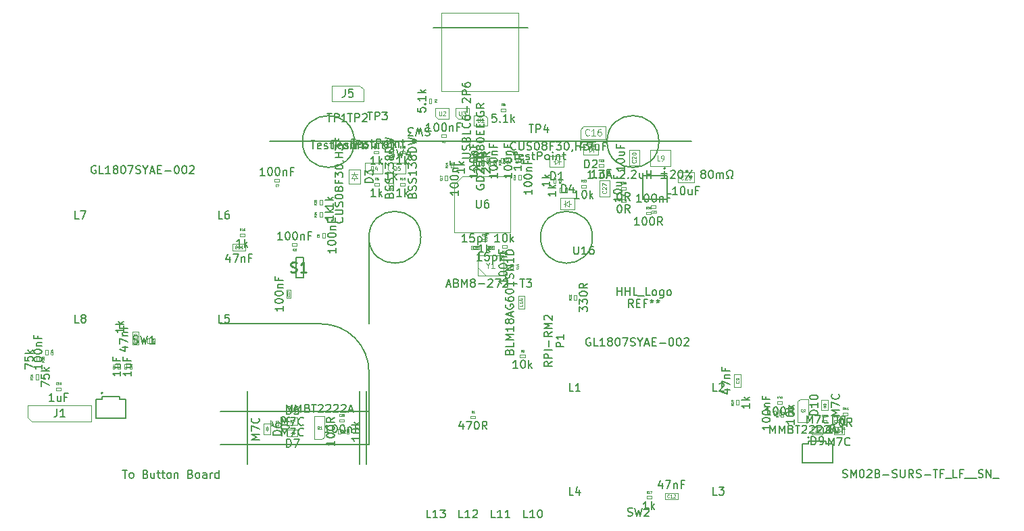
<source format=gbr>
G04 #@! TF.GenerationSoftware,KiCad,Pcbnew,8.0.2*
G04 #@! TF.CreationDate,2025-02-05T20:19:13-08:00*
G04 #@! TF.ProjectId,progcc_3.3_main,70726f67-6363-45f3-932e-335f6d61696e,1*
G04 #@! TF.SameCoordinates,Original*
G04 #@! TF.FileFunction,AssemblyDrawing,Top*
%FSLAX46Y46*%
G04 Gerber Fmt 4.6, Leading zero omitted, Abs format (unit mm)*
G04 Created by KiCad (PCBNEW 8.0.2) date 2025-02-05 20:19:13*
%MOMM*%
%LPD*%
G01*
G04 APERTURE LIST*
%ADD10C,0.200000*%
%ADD11C,0.150000*%
%ADD12C,0.040000*%
%ADD13C,0.080000*%
%ADD14C,0.060000*%
%ADD15C,0.075000*%
%ADD16C,0.050000*%
%ADD17C,0.120000*%
%ADD18C,0.105000*%
%ADD19C,0.254000*%
%ADD20C,0.090000*%
%ADD21C,0.100000*%
%ADD22C,0.127000*%
G04 APERTURE END LIST*
D10*
X123356226Y-146714357D02*
X123356226Y-137564357D01*
X118562500Y-129100000D02*
G75*
G02*
X124562500Y-135100000I0J-6000000D01*
G01*
X109356226Y-146714357D02*
X109356226Y-137564357D01*
X164987500Y-106250000D02*
X112137500Y-106250000D01*
X122737500Y-106250000D02*
G75*
G02*
X116237500Y-106250000I-3250000J0D01*
G01*
X116237500Y-106250000D02*
G75*
G02*
X122737500Y-106250000I3250000J0D01*
G01*
X124562500Y-144250000D02*
X124562500Y-135100000D01*
X105912500Y-140100000D02*
X124562500Y-140100000D01*
X118562500Y-129100000D02*
X105912500Y-129100000D01*
X144487500Y-91948000D02*
X132637500Y-91948000D01*
X160887500Y-106250000D02*
G75*
G02*
X154387500Y-106250000I-3250000J0D01*
G01*
X154387500Y-106250000D02*
G75*
G02*
X160887500Y-106250000I3250000J0D01*
G01*
X124206226Y-146714357D02*
X124206226Y-137564357D01*
X131062500Y-118250000D02*
G75*
G02*
X124562500Y-118250000I-3250000J0D01*
G01*
X124562500Y-118250000D02*
G75*
G02*
X131062500Y-118250000I3250000J0D01*
G01*
X124562500Y-118250000D02*
X124562500Y-129100000D01*
X105912500Y-144250000D02*
X124562500Y-144250000D01*
X152562500Y-118250000D02*
G75*
G02*
X146062500Y-118250000I-3250000J0D01*
G01*
X146062500Y-118250000D02*
G75*
G02*
X152562500Y-118250000I3250000J0D01*
G01*
D11*
X85084761Y-138784819D02*
X84513333Y-138784819D01*
X84799047Y-138784819D02*
X84799047Y-137784819D01*
X84799047Y-137784819D02*
X84703809Y-137927676D01*
X84703809Y-137927676D02*
X84608571Y-138022914D01*
X84608571Y-138022914D02*
X84513333Y-138070533D01*
X85941904Y-138118152D02*
X85941904Y-138784819D01*
X85513333Y-138118152D02*
X85513333Y-138641961D01*
X85513333Y-138641961D02*
X85560952Y-138737200D01*
X85560952Y-138737200D02*
X85656190Y-138784819D01*
X85656190Y-138784819D02*
X85799047Y-138784819D01*
X85799047Y-138784819D02*
X85894285Y-138737200D01*
X85894285Y-138737200D02*
X85941904Y-138689580D01*
X86751428Y-138261009D02*
X86418095Y-138261009D01*
X86418095Y-138784819D02*
X86418095Y-137784819D01*
X86418095Y-137784819D02*
X86894285Y-137784819D01*
D12*
X85519285Y-136689765D02*
X85507381Y-136701670D01*
X85507381Y-136701670D02*
X85471666Y-136713574D01*
X85471666Y-136713574D02*
X85447857Y-136713574D01*
X85447857Y-136713574D02*
X85412143Y-136701670D01*
X85412143Y-136701670D02*
X85388333Y-136677860D01*
X85388333Y-136677860D02*
X85376428Y-136654050D01*
X85376428Y-136654050D02*
X85364524Y-136606431D01*
X85364524Y-136606431D02*
X85364524Y-136570717D01*
X85364524Y-136570717D02*
X85376428Y-136523098D01*
X85376428Y-136523098D02*
X85388333Y-136499289D01*
X85388333Y-136499289D02*
X85412143Y-136475479D01*
X85412143Y-136475479D02*
X85447857Y-136463574D01*
X85447857Y-136463574D02*
X85471666Y-136463574D01*
X85471666Y-136463574D02*
X85507381Y-136475479D01*
X85507381Y-136475479D02*
X85519285Y-136487384D01*
X85614524Y-136487384D02*
X85626428Y-136475479D01*
X85626428Y-136475479D02*
X85650238Y-136463574D01*
X85650238Y-136463574D02*
X85709762Y-136463574D01*
X85709762Y-136463574D02*
X85733571Y-136475479D01*
X85733571Y-136475479D02*
X85745476Y-136487384D01*
X85745476Y-136487384D02*
X85757381Y-136511193D01*
X85757381Y-136511193D02*
X85757381Y-136535003D01*
X85757381Y-136535003D02*
X85745476Y-136570717D01*
X85745476Y-136570717D02*
X85602619Y-136713574D01*
X85602619Y-136713574D02*
X85757381Y-136713574D01*
X85900238Y-136570717D02*
X85876428Y-136558812D01*
X85876428Y-136558812D02*
X85864523Y-136546908D01*
X85864523Y-136546908D02*
X85852619Y-136523098D01*
X85852619Y-136523098D02*
X85852619Y-136511193D01*
X85852619Y-136511193D02*
X85864523Y-136487384D01*
X85864523Y-136487384D02*
X85876428Y-136475479D01*
X85876428Y-136475479D02*
X85900238Y-136463574D01*
X85900238Y-136463574D02*
X85947857Y-136463574D01*
X85947857Y-136463574D02*
X85971666Y-136475479D01*
X85971666Y-136475479D02*
X85983571Y-136487384D01*
X85983571Y-136487384D02*
X85995476Y-136511193D01*
X85995476Y-136511193D02*
X85995476Y-136523098D01*
X85995476Y-136523098D02*
X85983571Y-136546908D01*
X85983571Y-136546908D02*
X85971666Y-136558812D01*
X85971666Y-136558812D02*
X85947857Y-136570717D01*
X85947857Y-136570717D02*
X85900238Y-136570717D01*
X85900238Y-136570717D02*
X85876428Y-136582622D01*
X85876428Y-136582622D02*
X85864523Y-136594527D01*
X85864523Y-136594527D02*
X85852619Y-136618336D01*
X85852619Y-136618336D02*
X85852619Y-136665955D01*
X85852619Y-136665955D02*
X85864523Y-136689765D01*
X85864523Y-136689765D02*
X85876428Y-136701670D01*
X85876428Y-136701670D02*
X85900238Y-136713574D01*
X85900238Y-136713574D02*
X85947857Y-136713574D01*
X85947857Y-136713574D02*
X85971666Y-136701670D01*
X85971666Y-136701670D02*
X85983571Y-136689765D01*
X85983571Y-136689765D02*
X85995476Y-136665955D01*
X85995476Y-136665955D02*
X85995476Y-136618336D01*
X85995476Y-136618336D02*
X85983571Y-136594527D01*
X85983571Y-136594527D02*
X85971666Y-136582622D01*
X85971666Y-136582622D02*
X85947857Y-136570717D01*
D11*
X163198571Y-112904819D02*
X162627143Y-112904819D01*
X162912857Y-112904819D02*
X162912857Y-111904819D01*
X162912857Y-111904819D02*
X162817619Y-112047676D01*
X162817619Y-112047676D02*
X162722381Y-112142914D01*
X162722381Y-112142914D02*
X162627143Y-112190533D01*
X163817619Y-111904819D02*
X163912857Y-111904819D01*
X163912857Y-111904819D02*
X164008095Y-111952438D01*
X164008095Y-111952438D02*
X164055714Y-112000057D01*
X164055714Y-112000057D02*
X164103333Y-112095295D01*
X164103333Y-112095295D02*
X164150952Y-112285771D01*
X164150952Y-112285771D02*
X164150952Y-112523866D01*
X164150952Y-112523866D02*
X164103333Y-112714342D01*
X164103333Y-112714342D02*
X164055714Y-112809580D01*
X164055714Y-112809580D02*
X164008095Y-112857200D01*
X164008095Y-112857200D02*
X163912857Y-112904819D01*
X163912857Y-112904819D02*
X163817619Y-112904819D01*
X163817619Y-112904819D02*
X163722381Y-112857200D01*
X163722381Y-112857200D02*
X163674762Y-112809580D01*
X163674762Y-112809580D02*
X163627143Y-112714342D01*
X163627143Y-112714342D02*
X163579524Y-112523866D01*
X163579524Y-112523866D02*
X163579524Y-112285771D01*
X163579524Y-112285771D02*
X163627143Y-112095295D01*
X163627143Y-112095295D02*
X163674762Y-112000057D01*
X163674762Y-112000057D02*
X163722381Y-111952438D01*
X163722381Y-111952438D02*
X163817619Y-111904819D01*
X165008095Y-112238152D02*
X165008095Y-112904819D01*
X164579524Y-112238152D02*
X164579524Y-112761961D01*
X164579524Y-112761961D02*
X164627143Y-112857200D01*
X164627143Y-112857200D02*
X164722381Y-112904819D01*
X164722381Y-112904819D02*
X164865238Y-112904819D01*
X164865238Y-112904819D02*
X164960476Y-112857200D01*
X164960476Y-112857200D02*
X165008095Y-112809580D01*
X165817619Y-112381009D02*
X165484286Y-112381009D01*
X165484286Y-112904819D02*
X165484286Y-111904819D01*
X165484286Y-111904819D02*
X165960476Y-111904819D01*
D13*
X163948571Y-110949530D02*
X163924762Y-110973340D01*
X163924762Y-110973340D02*
X163853333Y-110997149D01*
X163853333Y-110997149D02*
X163805714Y-110997149D01*
X163805714Y-110997149D02*
X163734286Y-110973340D01*
X163734286Y-110973340D02*
X163686667Y-110925720D01*
X163686667Y-110925720D02*
X163662857Y-110878101D01*
X163662857Y-110878101D02*
X163639048Y-110782863D01*
X163639048Y-110782863D02*
X163639048Y-110711435D01*
X163639048Y-110711435D02*
X163662857Y-110616197D01*
X163662857Y-110616197D02*
X163686667Y-110568578D01*
X163686667Y-110568578D02*
X163734286Y-110520959D01*
X163734286Y-110520959D02*
X163805714Y-110497149D01*
X163805714Y-110497149D02*
X163853333Y-110497149D01*
X163853333Y-110497149D02*
X163924762Y-110520959D01*
X163924762Y-110520959D02*
X163948571Y-110544768D01*
X164139048Y-110544768D02*
X164162857Y-110520959D01*
X164162857Y-110520959D02*
X164210476Y-110497149D01*
X164210476Y-110497149D02*
X164329524Y-110497149D01*
X164329524Y-110497149D02*
X164377143Y-110520959D01*
X164377143Y-110520959D02*
X164400952Y-110544768D01*
X164400952Y-110544768D02*
X164424762Y-110592387D01*
X164424762Y-110592387D02*
X164424762Y-110640006D01*
X164424762Y-110640006D02*
X164400952Y-110711435D01*
X164400952Y-110711435D02*
X164115238Y-110997149D01*
X164115238Y-110997149D02*
X164424762Y-110997149D01*
X164877142Y-110497149D02*
X164639047Y-110497149D01*
X164639047Y-110497149D02*
X164615238Y-110735244D01*
X164615238Y-110735244D02*
X164639047Y-110711435D01*
X164639047Y-110711435D02*
X164686666Y-110687625D01*
X164686666Y-110687625D02*
X164805714Y-110687625D01*
X164805714Y-110687625D02*
X164853333Y-110711435D01*
X164853333Y-110711435D02*
X164877142Y-110735244D01*
X164877142Y-110735244D02*
X164900952Y-110782863D01*
X164900952Y-110782863D02*
X164900952Y-110901911D01*
X164900952Y-110901911D02*
X164877142Y-110949530D01*
X164877142Y-110949530D02*
X164853333Y-110973340D01*
X164853333Y-110973340D02*
X164805714Y-110997149D01*
X164805714Y-110997149D02*
X164686666Y-110997149D01*
X164686666Y-110997149D02*
X164639047Y-110973340D01*
X164639047Y-110973340D02*
X164615238Y-110949530D01*
D11*
X127150186Y-108218200D02*
X127293043Y-108265819D01*
X127293043Y-108265819D02*
X127531138Y-108265819D01*
X127531138Y-108265819D02*
X127626376Y-108218200D01*
X127626376Y-108218200D02*
X127673995Y-108170580D01*
X127673995Y-108170580D02*
X127721614Y-108075342D01*
X127721614Y-108075342D02*
X127721614Y-107980104D01*
X127721614Y-107980104D02*
X127673995Y-107884866D01*
X127673995Y-107884866D02*
X127626376Y-107837247D01*
X127626376Y-107837247D02*
X127531138Y-107789628D01*
X127531138Y-107789628D02*
X127340662Y-107742009D01*
X127340662Y-107742009D02*
X127245424Y-107694390D01*
X127245424Y-107694390D02*
X127197805Y-107646771D01*
X127197805Y-107646771D02*
X127150186Y-107551533D01*
X127150186Y-107551533D02*
X127150186Y-107456295D01*
X127150186Y-107456295D02*
X127197805Y-107361057D01*
X127197805Y-107361057D02*
X127245424Y-107313438D01*
X127245424Y-107313438D02*
X127340662Y-107265819D01*
X127340662Y-107265819D02*
X127578757Y-107265819D01*
X127578757Y-107265819D02*
X127721614Y-107313438D01*
X128054948Y-107265819D02*
X128293043Y-108265819D01*
X128293043Y-108265819D02*
X128483519Y-107551533D01*
X128483519Y-107551533D02*
X128673995Y-108265819D01*
X128673995Y-108265819D02*
X128912091Y-107265819D01*
X129721614Y-107599152D02*
X129721614Y-108265819D01*
X129483519Y-107218200D02*
X129245424Y-107932485D01*
X129245424Y-107932485D02*
X129864471Y-107932485D01*
X137812957Y-110077598D02*
X137765338Y-110029979D01*
X137765338Y-110029979D02*
X137717719Y-109934741D01*
X137717719Y-109934741D02*
X137717719Y-109696646D01*
X137717719Y-109696646D02*
X137765338Y-109601408D01*
X137765338Y-109601408D02*
X137812957Y-109553789D01*
X137812957Y-109553789D02*
X137908195Y-109506170D01*
X137908195Y-109506170D02*
X138003433Y-109506170D01*
X138003433Y-109506170D02*
X138146290Y-109553789D01*
X138146290Y-109553789D02*
X138717719Y-110125217D01*
X138717719Y-110125217D02*
X138717719Y-109506170D01*
X137717719Y-109172836D02*
X137717719Y-108506170D01*
X137717719Y-108506170D02*
X138717719Y-108934741D01*
X138717719Y-107553789D02*
X138241528Y-107887122D01*
X138717719Y-108125217D02*
X137717719Y-108125217D01*
X137717719Y-108125217D02*
X137717719Y-107744265D01*
X137717719Y-107744265D02*
X137765338Y-107649027D01*
X137765338Y-107649027D02*
X137812957Y-107601408D01*
X137812957Y-107601408D02*
X137908195Y-107553789D01*
X137908195Y-107553789D02*
X138051052Y-107553789D01*
X138051052Y-107553789D02*
X138146290Y-107601408D01*
X138146290Y-107601408D02*
X138193909Y-107649027D01*
X138193909Y-107649027D02*
X138241528Y-107744265D01*
X138241528Y-107744265D02*
X138241528Y-108125217D01*
D12*
X140404674Y-109023808D02*
X140285627Y-109107141D01*
X140404674Y-109166665D02*
X140154674Y-109166665D01*
X140154674Y-109166665D02*
X140154674Y-109071427D01*
X140154674Y-109071427D02*
X140166579Y-109047617D01*
X140166579Y-109047617D02*
X140178484Y-109035712D01*
X140178484Y-109035712D02*
X140202293Y-109023808D01*
X140202293Y-109023808D02*
X140238008Y-109023808D01*
X140238008Y-109023808D02*
X140261817Y-109035712D01*
X140261817Y-109035712D02*
X140273722Y-109047617D01*
X140273722Y-109047617D02*
X140285627Y-109071427D01*
X140285627Y-109071427D02*
X140285627Y-109166665D01*
X140178484Y-108928569D02*
X140166579Y-108916665D01*
X140166579Y-108916665D02*
X140154674Y-108892855D01*
X140154674Y-108892855D02*
X140154674Y-108833331D01*
X140154674Y-108833331D02*
X140166579Y-108809522D01*
X140166579Y-108809522D02*
X140178484Y-108797617D01*
X140178484Y-108797617D02*
X140202293Y-108785712D01*
X140202293Y-108785712D02*
X140226103Y-108785712D01*
X140226103Y-108785712D02*
X140261817Y-108797617D01*
X140261817Y-108797617D02*
X140404674Y-108940474D01*
X140404674Y-108940474D02*
X140404674Y-108785712D01*
X140404674Y-108666665D02*
X140404674Y-108619046D01*
X140404674Y-108619046D02*
X140392770Y-108595236D01*
X140392770Y-108595236D02*
X140380865Y-108583332D01*
X140380865Y-108583332D02*
X140345150Y-108559522D01*
X140345150Y-108559522D02*
X140297531Y-108547617D01*
X140297531Y-108547617D02*
X140202293Y-108547617D01*
X140202293Y-108547617D02*
X140178484Y-108559522D01*
X140178484Y-108559522D02*
X140166579Y-108571427D01*
X140166579Y-108571427D02*
X140154674Y-108595236D01*
X140154674Y-108595236D02*
X140154674Y-108642855D01*
X140154674Y-108642855D02*
X140166579Y-108666665D01*
X140166579Y-108666665D02*
X140178484Y-108678570D01*
X140178484Y-108678570D02*
X140202293Y-108690474D01*
X140202293Y-108690474D02*
X140261817Y-108690474D01*
X140261817Y-108690474D02*
X140285627Y-108678570D01*
X140285627Y-108678570D02*
X140297531Y-108666665D01*
X140297531Y-108666665D02*
X140309436Y-108642855D01*
X140309436Y-108642855D02*
X140309436Y-108595236D01*
X140309436Y-108595236D02*
X140297531Y-108571427D01*
X140297531Y-108571427D02*
X140285627Y-108559522D01*
X140285627Y-108559522D02*
X140261817Y-108547617D01*
D11*
X179411476Y-141548819D02*
X179411476Y-140548819D01*
X179411476Y-140548819D02*
X179744809Y-141263104D01*
X179744809Y-141263104D02*
X180078142Y-140548819D01*
X180078142Y-140548819D02*
X180078142Y-141548819D01*
X180459095Y-140548819D02*
X181125761Y-140548819D01*
X181125761Y-140548819D02*
X180697190Y-141548819D01*
X182078142Y-141453580D02*
X182030523Y-141501200D01*
X182030523Y-141501200D02*
X181887666Y-141548819D01*
X181887666Y-141548819D02*
X181792428Y-141548819D01*
X181792428Y-141548819D02*
X181649571Y-141501200D01*
X181649571Y-141501200D02*
X181554333Y-141405961D01*
X181554333Y-141405961D02*
X181506714Y-141310723D01*
X181506714Y-141310723D02*
X181459095Y-141120247D01*
X181459095Y-141120247D02*
X181459095Y-140977390D01*
X181459095Y-140977390D02*
X181506714Y-140786914D01*
X181506714Y-140786914D02*
X181554333Y-140691676D01*
X181554333Y-140691676D02*
X181649571Y-140596438D01*
X181649571Y-140596438D02*
X181792428Y-140548819D01*
X181792428Y-140548819D02*
X181887666Y-140548819D01*
X181887666Y-140548819D02*
X182030523Y-140596438D01*
X182030523Y-140596438D02*
X182078142Y-140644057D01*
X179982905Y-144248819D02*
X179982905Y-143248819D01*
X179982905Y-143248819D02*
X180221000Y-143248819D01*
X180221000Y-143248819D02*
X180363857Y-143296438D01*
X180363857Y-143296438D02*
X180459095Y-143391676D01*
X180459095Y-143391676D02*
X180506714Y-143486914D01*
X180506714Y-143486914D02*
X180554333Y-143677390D01*
X180554333Y-143677390D02*
X180554333Y-143820247D01*
X180554333Y-143820247D02*
X180506714Y-144010723D01*
X180506714Y-144010723D02*
X180459095Y-144105961D01*
X180459095Y-144105961D02*
X180363857Y-144201200D01*
X180363857Y-144201200D02*
X180221000Y-144248819D01*
X180221000Y-144248819D02*
X179982905Y-144248819D01*
X181030524Y-144248819D02*
X181221000Y-144248819D01*
X181221000Y-144248819D02*
X181316238Y-144201200D01*
X181316238Y-144201200D02*
X181363857Y-144153580D01*
X181363857Y-144153580D02*
X181459095Y-144010723D01*
X181459095Y-144010723D02*
X181506714Y-143820247D01*
X181506714Y-143820247D02*
X181506714Y-143439295D01*
X181506714Y-143439295D02*
X181459095Y-143344057D01*
X181459095Y-143344057D02*
X181411476Y-143296438D01*
X181411476Y-143296438D02*
X181316238Y-143248819D01*
X181316238Y-143248819D02*
X181125762Y-143248819D01*
X181125762Y-143248819D02*
X181030524Y-143296438D01*
X181030524Y-143296438D02*
X180982905Y-143344057D01*
X180982905Y-143344057D02*
X180935286Y-143439295D01*
X180935286Y-143439295D02*
X180935286Y-143677390D01*
X180935286Y-143677390D02*
X180982905Y-143772628D01*
X180982905Y-143772628D02*
X181030524Y-143820247D01*
X181030524Y-143820247D02*
X181125762Y-143867866D01*
X181125762Y-143867866D02*
X181316238Y-143867866D01*
X181316238Y-143867866D02*
X181411476Y-143820247D01*
X181411476Y-143820247D02*
X181459095Y-143772628D01*
X181459095Y-143772628D02*
X181506714Y-143677390D01*
X168169533Y-137532819D02*
X167693343Y-137532819D01*
X167693343Y-137532819D02*
X167693343Y-136532819D01*
X168455248Y-136628057D02*
X168502867Y-136580438D01*
X168502867Y-136580438D02*
X168598105Y-136532819D01*
X168598105Y-136532819D02*
X168836200Y-136532819D01*
X168836200Y-136532819D02*
X168931438Y-136580438D01*
X168931438Y-136580438D02*
X168979057Y-136628057D01*
X168979057Y-136628057D02*
X169026676Y-136723295D01*
X169026676Y-136723295D02*
X169026676Y-136818533D01*
X169026676Y-136818533D02*
X168979057Y-136961390D01*
X168979057Y-136961390D02*
X168407629Y-137532819D01*
X168407629Y-137532819D02*
X169026676Y-137532819D01*
X120404819Y-119597619D02*
X120404819Y-120169047D01*
X120404819Y-119883333D02*
X119404819Y-119883333D01*
X119404819Y-119883333D02*
X119547676Y-119978571D01*
X119547676Y-119978571D02*
X119642914Y-120073809D01*
X119642914Y-120073809D02*
X119690533Y-120169047D01*
X119404819Y-118978571D02*
X119404819Y-118883333D01*
X119404819Y-118883333D02*
X119452438Y-118788095D01*
X119452438Y-118788095D02*
X119500057Y-118740476D01*
X119500057Y-118740476D02*
X119595295Y-118692857D01*
X119595295Y-118692857D02*
X119785771Y-118645238D01*
X119785771Y-118645238D02*
X120023866Y-118645238D01*
X120023866Y-118645238D02*
X120214342Y-118692857D01*
X120214342Y-118692857D02*
X120309580Y-118740476D01*
X120309580Y-118740476D02*
X120357200Y-118788095D01*
X120357200Y-118788095D02*
X120404819Y-118883333D01*
X120404819Y-118883333D02*
X120404819Y-118978571D01*
X120404819Y-118978571D02*
X120357200Y-119073809D01*
X120357200Y-119073809D02*
X120309580Y-119121428D01*
X120309580Y-119121428D02*
X120214342Y-119169047D01*
X120214342Y-119169047D02*
X120023866Y-119216666D01*
X120023866Y-119216666D02*
X119785771Y-119216666D01*
X119785771Y-119216666D02*
X119595295Y-119169047D01*
X119595295Y-119169047D02*
X119500057Y-119121428D01*
X119500057Y-119121428D02*
X119452438Y-119073809D01*
X119452438Y-119073809D02*
X119404819Y-118978571D01*
X119404819Y-118026190D02*
X119404819Y-117930952D01*
X119404819Y-117930952D02*
X119452438Y-117835714D01*
X119452438Y-117835714D02*
X119500057Y-117788095D01*
X119500057Y-117788095D02*
X119595295Y-117740476D01*
X119595295Y-117740476D02*
X119785771Y-117692857D01*
X119785771Y-117692857D02*
X120023866Y-117692857D01*
X120023866Y-117692857D02*
X120214342Y-117740476D01*
X120214342Y-117740476D02*
X120309580Y-117788095D01*
X120309580Y-117788095D02*
X120357200Y-117835714D01*
X120357200Y-117835714D02*
X120404819Y-117930952D01*
X120404819Y-117930952D02*
X120404819Y-118026190D01*
X120404819Y-118026190D02*
X120357200Y-118121428D01*
X120357200Y-118121428D02*
X120309580Y-118169047D01*
X120309580Y-118169047D02*
X120214342Y-118216666D01*
X120214342Y-118216666D02*
X120023866Y-118264285D01*
X120023866Y-118264285D02*
X119785771Y-118264285D01*
X119785771Y-118264285D02*
X119595295Y-118216666D01*
X119595295Y-118216666D02*
X119500057Y-118169047D01*
X119500057Y-118169047D02*
X119452438Y-118121428D01*
X119452438Y-118121428D02*
X119404819Y-118026190D01*
X119738152Y-117264285D02*
X120404819Y-117264285D01*
X119833390Y-117264285D02*
X119785771Y-117216666D01*
X119785771Y-117216666D02*
X119738152Y-117121428D01*
X119738152Y-117121428D02*
X119738152Y-116978571D01*
X119738152Y-116978571D02*
X119785771Y-116883333D01*
X119785771Y-116883333D02*
X119881009Y-116835714D01*
X119881009Y-116835714D02*
X120404819Y-116835714D01*
X119881009Y-116026190D02*
X119881009Y-116359523D01*
X120404819Y-116359523D02*
X119404819Y-116359523D01*
X119404819Y-116359523D02*
X119404819Y-115883333D01*
D12*
X118309765Y-118091666D02*
X118321670Y-118103570D01*
X118321670Y-118103570D02*
X118333574Y-118139285D01*
X118333574Y-118139285D02*
X118333574Y-118163094D01*
X118333574Y-118163094D02*
X118321670Y-118198808D01*
X118321670Y-118198808D02*
X118297860Y-118222618D01*
X118297860Y-118222618D02*
X118274050Y-118234523D01*
X118274050Y-118234523D02*
X118226431Y-118246427D01*
X118226431Y-118246427D02*
X118190717Y-118246427D01*
X118190717Y-118246427D02*
X118143098Y-118234523D01*
X118143098Y-118234523D02*
X118119289Y-118222618D01*
X118119289Y-118222618D02*
X118095479Y-118198808D01*
X118095479Y-118198808D02*
X118083574Y-118163094D01*
X118083574Y-118163094D02*
X118083574Y-118139285D01*
X118083574Y-118139285D02*
X118095479Y-118103570D01*
X118095479Y-118103570D02*
X118107384Y-118091666D01*
X118083574Y-117877380D02*
X118083574Y-117924999D01*
X118083574Y-117924999D02*
X118095479Y-117948808D01*
X118095479Y-117948808D02*
X118107384Y-117960713D01*
X118107384Y-117960713D02*
X118143098Y-117984523D01*
X118143098Y-117984523D02*
X118190717Y-117996427D01*
X118190717Y-117996427D02*
X118285955Y-117996427D01*
X118285955Y-117996427D02*
X118309765Y-117984523D01*
X118309765Y-117984523D02*
X118321670Y-117972618D01*
X118321670Y-117972618D02*
X118333574Y-117948808D01*
X118333574Y-117948808D02*
X118333574Y-117901189D01*
X118333574Y-117901189D02*
X118321670Y-117877380D01*
X118321670Y-117877380D02*
X118309765Y-117865475D01*
X118309765Y-117865475D02*
X118285955Y-117853570D01*
X118285955Y-117853570D02*
X118226431Y-117853570D01*
X118226431Y-117853570D02*
X118202622Y-117865475D01*
X118202622Y-117865475D02*
X118190717Y-117877380D01*
X118190717Y-117877380D02*
X118178812Y-117901189D01*
X118178812Y-117901189D02*
X118178812Y-117948808D01*
X118178812Y-117948808D02*
X118190717Y-117972618D01*
X118190717Y-117972618D02*
X118202622Y-117984523D01*
X118202622Y-117984523D02*
X118226431Y-117996427D01*
D11*
X155892381Y-114174819D02*
X155987619Y-114174819D01*
X155987619Y-114174819D02*
X156082857Y-114222438D01*
X156082857Y-114222438D02*
X156130476Y-114270057D01*
X156130476Y-114270057D02*
X156178095Y-114365295D01*
X156178095Y-114365295D02*
X156225714Y-114555771D01*
X156225714Y-114555771D02*
X156225714Y-114793866D01*
X156225714Y-114793866D02*
X156178095Y-114984342D01*
X156178095Y-114984342D02*
X156130476Y-115079580D01*
X156130476Y-115079580D02*
X156082857Y-115127200D01*
X156082857Y-115127200D02*
X155987619Y-115174819D01*
X155987619Y-115174819D02*
X155892381Y-115174819D01*
X155892381Y-115174819D02*
X155797143Y-115127200D01*
X155797143Y-115127200D02*
X155749524Y-115079580D01*
X155749524Y-115079580D02*
X155701905Y-114984342D01*
X155701905Y-114984342D02*
X155654286Y-114793866D01*
X155654286Y-114793866D02*
X155654286Y-114555771D01*
X155654286Y-114555771D02*
X155701905Y-114365295D01*
X155701905Y-114365295D02*
X155749524Y-114270057D01*
X155749524Y-114270057D02*
X155797143Y-114222438D01*
X155797143Y-114222438D02*
X155892381Y-114174819D01*
X157225714Y-115174819D02*
X156892381Y-114698628D01*
X156654286Y-115174819D02*
X156654286Y-114174819D01*
X156654286Y-114174819D02*
X157035238Y-114174819D01*
X157035238Y-114174819D02*
X157130476Y-114222438D01*
X157130476Y-114222438D02*
X157178095Y-114270057D01*
X157178095Y-114270057D02*
X157225714Y-114365295D01*
X157225714Y-114365295D02*
X157225714Y-114508152D01*
X157225714Y-114508152D02*
X157178095Y-114603390D01*
X157178095Y-114603390D02*
X157130476Y-114651009D01*
X157130476Y-114651009D02*
X157035238Y-114698628D01*
X157035238Y-114698628D02*
X156654286Y-114698628D01*
D12*
X156398333Y-113103574D02*
X156315000Y-112984527D01*
X156255476Y-113103574D02*
X156255476Y-112853574D01*
X156255476Y-112853574D02*
X156350714Y-112853574D01*
X156350714Y-112853574D02*
X156374524Y-112865479D01*
X156374524Y-112865479D02*
X156386429Y-112877384D01*
X156386429Y-112877384D02*
X156398333Y-112901193D01*
X156398333Y-112901193D02*
X156398333Y-112936908D01*
X156398333Y-112936908D02*
X156386429Y-112960717D01*
X156386429Y-112960717D02*
X156374524Y-112972622D01*
X156374524Y-112972622D02*
X156350714Y-112984527D01*
X156350714Y-112984527D02*
X156255476Y-112984527D01*
X156612619Y-112936908D02*
X156612619Y-113103574D01*
X156553095Y-112841670D02*
X156493572Y-113020241D01*
X156493572Y-113020241D02*
X156648333Y-113020241D01*
D11*
X156214819Y-113191428D02*
X156214819Y-113762856D01*
X156214819Y-113477142D02*
X155214819Y-113477142D01*
X155214819Y-113477142D02*
X155357676Y-113572380D01*
X155357676Y-113572380D02*
X155452914Y-113667618D01*
X155452914Y-113667618D02*
X155500533Y-113762856D01*
X155214819Y-112572380D02*
X155214819Y-112477142D01*
X155214819Y-112477142D02*
X155262438Y-112381904D01*
X155262438Y-112381904D02*
X155310057Y-112334285D01*
X155310057Y-112334285D02*
X155405295Y-112286666D01*
X155405295Y-112286666D02*
X155595771Y-112239047D01*
X155595771Y-112239047D02*
X155833866Y-112239047D01*
X155833866Y-112239047D02*
X156024342Y-112286666D01*
X156024342Y-112286666D02*
X156119580Y-112334285D01*
X156119580Y-112334285D02*
X156167200Y-112381904D01*
X156167200Y-112381904D02*
X156214819Y-112477142D01*
X156214819Y-112477142D02*
X156214819Y-112572380D01*
X156214819Y-112572380D02*
X156167200Y-112667618D01*
X156167200Y-112667618D02*
X156119580Y-112715237D01*
X156119580Y-112715237D02*
X156024342Y-112762856D01*
X156024342Y-112762856D02*
X155833866Y-112810475D01*
X155833866Y-112810475D02*
X155595771Y-112810475D01*
X155595771Y-112810475D02*
X155405295Y-112762856D01*
X155405295Y-112762856D02*
X155310057Y-112715237D01*
X155310057Y-112715237D02*
X155262438Y-112667618D01*
X155262438Y-112667618D02*
X155214819Y-112572380D01*
X155548152Y-111381904D02*
X156214819Y-111381904D01*
X155548152Y-111810475D02*
X156071961Y-111810475D01*
X156071961Y-111810475D02*
X156167200Y-111762856D01*
X156167200Y-111762856D02*
X156214819Y-111667618D01*
X156214819Y-111667618D02*
X156214819Y-111524761D01*
X156214819Y-111524761D02*
X156167200Y-111429523D01*
X156167200Y-111429523D02*
X156119580Y-111381904D01*
X155691009Y-110572380D02*
X155691009Y-110905713D01*
X156214819Y-110905713D02*
X155214819Y-110905713D01*
X155214819Y-110905713D02*
X155214819Y-110429523D01*
D13*
X154259530Y-112441428D02*
X154283340Y-112465237D01*
X154283340Y-112465237D02*
X154307149Y-112536666D01*
X154307149Y-112536666D02*
X154307149Y-112584285D01*
X154307149Y-112584285D02*
X154283340Y-112655713D01*
X154283340Y-112655713D02*
X154235720Y-112703332D01*
X154235720Y-112703332D02*
X154188101Y-112727142D01*
X154188101Y-112727142D02*
X154092863Y-112750951D01*
X154092863Y-112750951D02*
X154021435Y-112750951D01*
X154021435Y-112750951D02*
X153926197Y-112727142D01*
X153926197Y-112727142D02*
X153878578Y-112703332D01*
X153878578Y-112703332D02*
X153830959Y-112655713D01*
X153830959Y-112655713D02*
X153807149Y-112584285D01*
X153807149Y-112584285D02*
X153807149Y-112536666D01*
X153807149Y-112536666D02*
X153830959Y-112465237D01*
X153830959Y-112465237D02*
X153854768Y-112441428D01*
X153854768Y-112250951D02*
X153830959Y-112227142D01*
X153830959Y-112227142D02*
X153807149Y-112179523D01*
X153807149Y-112179523D02*
X153807149Y-112060475D01*
X153807149Y-112060475D02*
X153830959Y-112012856D01*
X153830959Y-112012856D02*
X153854768Y-111989047D01*
X153854768Y-111989047D02*
X153902387Y-111965237D01*
X153902387Y-111965237D02*
X153950006Y-111965237D01*
X153950006Y-111965237D02*
X154021435Y-111989047D01*
X154021435Y-111989047D02*
X154307149Y-112274761D01*
X154307149Y-112274761D02*
X154307149Y-111965237D01*
X153807149Y-111798571D02*
X153807149Y-111465238D01*
X153807149Y-111465238D02*
X154307149Y-111679523D01*
D11*
X172244442Y-139087524D02*
X172244442Y-139658952D01*
X172244442Y-139373238D02*
X171244442Y-139373238D01*
X171244442Y-139373238D02*
X171387299Y-139468476D01*
X171387299Y-139468476D02*
X171482537Y-139563714D01*
X171482537Y-139563714D02*
X171530156Y-139658952D01*
X172244442Y-138658952D02*
X171244442Y-138658952D01*
X171863489Y-138563714D02*
X172244442Y-138278000D01*
X171577775Y-138278000D02*
X171958727Y-138658952D01*
D12*
X170173197Y-139129191D02*
X170054150Y-139212524D01*
X170173197Y-139272048D02*
X169923197Y-139272048D01*
X169923197Y-139272048D02*
X169923197Y-139176810D01*
X169923197Y-139176810D02*
X169935102Y-139153000D01*
X169935102Y-139153000D02*
X169947007Y-139141095D01*
X169947007Y-139141095D02*
X169970816Y-139129191D01*
X169970816Y-139129191D02*
X170006531Y-139129191D01*
X170006531Y-139129191D02*
X170030340Y-139141095D01*
X170030340Y-139141095D02*
X170042245Y-139153000D01*
X170042245Y-139153000D02*
X170054150Y-139176810D01*
X170054150Y-139176810D02*
X170054150Y-139272048D01*
X170173197Y-138891095D02*
X170173197Y-139033952D01*
X170173197Y-138962524D02*
X169923197Y-138962524D01*
X169923197Y-138962524D02*
X169958912Y-138986333D01*
X169958912Y-138986333D02*
X169982721Y-139010143D01*
X169982721Y-139010143D02*
X169994626Y-139033952D01*
X170030340Y-138748238D02*
X170018435Y-138772048D01*
X170018435Y-138772048D02*
X170006531Y-138783953D01*
X170006531Y-138783953D02*
X169982721Y-138795857D01*
X169982721Y-138795857D02*
X169970816Y-138795857D01*
X169970816Y-138795857D02*
X169947007Y-138783953D01*
X169947007Y-138783953D02*
X169935102Y-138772048D01*
X169935102Y-138772048D02*
X169923197Y-138748238D01*
X169923197Y-138748238D02*
X169923197Y-138700619D01*
X169923197Y-138700619D02*
X169935102Y-138676810D01*
X169935102Y-138676810D02*
X169947007Y-138664905D01*
X169947007Y-138664905D02*
X169970816Y-138653000D01*
X169970816Y-138653000D02*
X169982721Y-138653000D01*
X169982721Y-138653000D02*
X170006531Y-138664905D01*
X170006531Y-138664905D02*
X170018435Y-138676810D01*
X170018435Y-138676810D02*
X170030340Y-138700619D01*
X170030340Y-138700619D02*
X170030340Y-138748238D01*
X170030340Y-138748238D02*
X170042245Y-138772048D01*
X170042245Y-138772048D02*
X170054150Y-138783953D01*
X170054150Y-138783953D02*
X170077959Y-138795857D01*
X170077959Y-138795857D02*
X170125578Y-138795857D01*
X170125578Y-138795857D02*
X170149388Y-138783953D01*
X170149388Y-138783953D02*
X170161293Y-138772048D01*
X170161293Y-138772048D02*
X170173197Y-138748238D01*
X170173197Y-138748238D02*
X170173197Y-138700619D01*
X170173197Y-138700619D02*
X170161293Y-138676810D01*
X170161293Y-138676810D02*
X170149388Y-138664905D01*
X170149388Y-138664905D02*
X170125578Y-138653000D01*
X170125578Y-138653000D02*
X170077959Y-138653000D01*
X170077959Y-138653000D02*
X170054150Y-138664905D01*
X170054150Y-138664905D02*
X170042245Y-138676810D01*
X170042245Y-138676810D02*
X170030340Y-138700619D01*
D11*
X93675609Y-132047057D02*
X94342276Y-132047057D01*
X93294657Y-132285152D02*
X94008942Y-132523247D01*
X94008942Y-132523247D02*
X94008942Y-131904200D01*
X93342276Y-131618485D02*
X93342276Y-130951819D01*
X93342276Y-130951819D02*
X94342276Y-131380390D01*
X93675609Y-130570866D02*
X94342276Y-130570866D01*
X93770847Y-130570866D02*
X93723228Y-130523247D01*
X93723228Y-130523247D02*
X93675609Y-130428009D01*
X93675609Y-130428009D02*
X93675609Y-130285152D01*
X93675609Y-130285152D02*
X93723228Y-130189914D01*
X93723228Y-130189914D02*
X93818466Y-130142295D01*
X93818466Y-130142295D02*
X94342276Y-130142295D01*
X93818466Y-129332771D02*
X93818466Y-129666104D01*
X94342276Y-129666104D02*
X93342276Y-129666104D01*
X93342276Y-129666104D02*
X93342276Y-129189914D01*
D14*
X95461289Y-131137533D02*
X95480337Y-131156581D01*
X95480337Y-131156581D02*
X95499384Y-131213723D01*
X95499384Y-131213723D02*
X95499384Y-131251819D01*
X95499384Y-131251819D02*
X95480337Y-131308962D01*
X95480337Y-131308962D02*
X95442241Y-131347057D01*
X95442241Y-131347057D02*
X95404146Y-131366104D01*
X95404146Y-131366104D02*
X95327956Y-131385152D01*
X95327956Y-131385152D02*
X95270813Y-131385152D01*
X95270813Y-131385152D02*
X95194622Y-131366104D01*
X95194622Y-131366104D02*
X95156527Y-131347057D01*
X95156527Y-131347057D02*
X95118432Y-131308962D01*
X95118432Y-131308962D02*
X95099384Y-131251819D01*
X95099384Y-131251819D02*
X95099384Y-131213723D01*
X95099384Y-131213723D02*
X95118432Y-131156581D01*
X95118432Y-131156581D02*
X95137479Y-131137533D01*
X95499384Y-130756581D02*
X95499384Y-130985152D01*
X95499384Y-130870866D02*
X95099384Y-130870866D01*
X95099384Y-130870866D02*
X95156527Y-130908962D01*
X95156527Y-130908962D02*
X95194622Y-130947057D01*
X95194622Y-130947057D02*
X95213670Y-130985152D01*
X95099384Y-130508962D02*
X95099384Y-130470867D01*
X95099384Y-130470867D02*
X95118432Y-130432771D01*
X95118432Y-130432771D02*
X95137479Y-130413724D01*
X95137479Y-130413724D02*
X95175575Y-130394676D01*
X95175575Y-130394676D02*
X95251765Y-130375629D01*
X95251765Y-130375629D02*
X95347003Y-130375629D01*
X95347003Y-130375629D02*
X95423194Y-130394676D01*
X95423194Y-130394676D02*
X95461289Y-130413724D01*
X95461289Y-130413724D02*
X95480337Y-130432771D01*
X95480337Y-130432771D02*
X95499384Y-130470867D01*
X95499384Y-130470867D02*
X95499384Y-130508962D01*
X95499384Y-130508962D02*
X95480337Y-130547057D01*
X95480337Y-130547057D02*
X95461289Y-130566105D01*
X95461289Y-130566105D02*
X95423194Y-130585152D01*
X95423194Y-130585152D02*
X95347003Y-130604200D01*
X95347003Y-130604200D02*
X95251765Y-130604200D01*
X95251765Y-130604200D02*
X95175575Y-130585152D01*
X95175575Y-130585152D02*
X95137479Y-130566105D01*
X95137479Y-130566105D02*
X95118432Y-130547057D01*
X95118432Y-130547057D02*
X95099384Y-130508962D01*
D11*
X127127609Y-112987052D02*
X127175228Y-112844195D01*
X127175228Y-112844195D02*
X127222847Y-112796576D01*
X127222847Y-112796576D02*
X127318085Y-112748957D01*
X127318085Y-112748957D02*
X127460942Y-112748957D01*
X127460942Y-112748957D02*
X127556180Y-112796576D01*
X127556180Y-112796576D02*
X127603800Y-112844195D01*
X127603800Y-112844195D02*
X127651419Y-112939433D01*
X127651419Y-112939433D02*
X127651419Y-113320385D01*
X127651419Y-113320385D02*
X126651419Y-113320385D01*
X126651419Y-113320385D02*
X126651419Y-112987052D01*
X126651419Y-112987052D02*
X126699038Y-112891814D01*
X126699038Y-112891814D02*
X126746657Y-112844195D01*
X126746657Y-112844195D02*
X126841895Y-112796576D01*
X126841895Y-112796576D02*
X126937133Y-112796576D01*
X126937133Y-112796576D02*
X127032371Y-112844195D01*
X127032371Y-112844195D02*
X127079990Y-112891814D01*
X127079990Y-112891814D02*
X127127609Y-112987052D01*
X127127609Y-112987052D02*
X127127609Y-113320385D01*
X127603800Y-112368004D02*
X127651419Y-112225147D01*
X127651419Y-112225147D02*
X127651419Y-111987052D01*
X127651419Y-111987052D02*
X127603800Y-111891814D01*
X127603800Y-111891814D02*
X127556180Y-111844195D01*
X127556180Y-111844195D02*
X127460942Y-111796576D01*
X127460942Y-111796576D02*
X127365704Y-111796576D01*
X127365704Y-111796576D02*
X127270466Y-111844195D01*
X127270466Y-111844195D02*
X127222847Y-111891814D01*
X127222847Y-111891814D02*
X127175228Y-111987052D01*
X127175228Y-111987052D02*
X127127609Y-112177528D01*
X127127609Y-112177528D02*
X127079990Y-112272766D01*
X127079990Y-112272766D02*
X127032371Y-112320385D01*
X127032371Y-112320385D02*
X126937133Y-112368004D01*
X126937133Y-112368004D02*
X126841895Y-112368004D01*
X126841895Y-112368004D02*
X126746657Y-112320385D01*
X126746657Y-112320385D02*
X126699038Y-112272766D01*
X126699038Y-112272766D02*
X126651419Y-112177528D01*
X126651419Y-112177528D02*
X126651419Y-111939433D01*
X126651419Y-111939433D02*
X126699038Y-111796576D01*
X127603800Y-111415623D02*
X127651419Y-111272766D01*
X127651419Y-111272766D02*
X127651419Y-111034671D01*
X127651419Y-111034671D02*
X127603800Y-110939433D01*
X127603800Y-110939433D02*
X127556180Y-110891814D01*
X127556180Y-110891814D02*
X127460942Y-110844195D01*
X127460942Y-110844195D02*
X127365704Y-110844195D01*
X127365704Y-110844195D02*
X127270466Y-110891814D01*
X127270466Y-110891814D02*
X127222847Y-110939433D01*
X127222847Y-110939433D02*
X127175228Y-111034671D01*
X127175228Y-111034671D02*
X127127609Y-111225147D01*
X127127609Y-111225147D02*
X127079990Y-111320385D01*
X127079990Y-111320385D02*
X127032371Y-111368004D01*
X127032371Y-111368004D02*
X126937133Y-111415623D01*
X126937133Y-111415623D02*
X126841895Y-111415623D01*
X126841895Y-111415623D02*
X126746657Y-111368004D01*
X126746657Y-111368004D02*
X126699038Y-111320385D01*
X126699038Y-111320385D02*
X126651419Y-111225147D01*
X126651419Y-111225147D02*
X126651419Y-110987052D01*
X126651419Y-110987052D02*
X126699038Y-110844195D01*
X127651419Y-109891814D02*
X127651419Y-110463242D01*
X127651419Y-110177528D02*
X126651419Y-110177528D01*
X126651419Y-110177528D02*
X126794276Y-110272766D01*
X126794276Y-110272766D02*
X126889514Y-110368004D01*
X126889514Y-110368004D02*
X126937133Y-110463242D01*
X126651419Y-109558480D02*
X126651419Y-108939433D01*
X126651419Y-108939433D02*
X127032371Y-109272766D01*
X127032371Y-109272766D02*
X127032371Y-109129909D01*
X127032371Y-109129909D02*
X127079990Y-109034671D01*
X127079990Y-109034671D02*
X127127609Y-108987052D01*
X127127609Y-108987052D02*
X127222847Y-108939433D01*
X127222847Y-108939433D02*
X127460942Y-108939433D01*
X127460942Y-108939433D02*
X127556180Y-108987052D01*
X127556180Y-108987052D02*
X127603800Y-109034671D01*
X127603800Y-109034671D02*
X127651419Y-109129909D01*
X127651419Y-109129909D02*
X127651419Y-109415623D01*
X127651419Y-109415623D02*
X127603800Y-109510861D01*
X127603800Y-109510861D02*
X127556180Y-109558480D01*
X127079990Y-108368004D02*
X127032371Y-108463242D01*
X127032371Y-108463242D02*
X126984752Y-108510861D01*
X126984752Y-108510861D02*
X126889514Y-108558480D01*
X126889514Y-108558480D02*
X126841895Y-108558480D01*
X126841895Y-108558480D02*
X126746657Y-108510861D01*
X126746657Y-108510861D02*
X126699038Y-108463242D01*
X126699038Y-108463242D02*
X126651419Y-108368004D01*
X126651419Y-108368004D02*
X126651419Y-108177528D01*
X126651419Y-108177528D02*
X126699038Y-108082290D01*
X126699038Y-108082290D02*
X126746657Y-108034671D01*
X126746657Y-108034671D02*
X126841895Y-107987052D01*
X126841895Y-107987052D02*
X126889514Y-107987052D01*
X126889514Y-107987052D02*
X126984752Y-108034671D01*
X126984752Y-108034671D02*
X127032371Y-108082290D01*
X127032371Y-108082290D02*
X127079990Y-108177528D01*
X127079990Y-108177528D02*
X127079990Y-108368004D01*
X127079990Y-108368004D02*
X127127609Y-108463242D01*
X127127609Y-108463242D02*
X127175228Y-108510861D01*
X127175228Y-108510861D02*
X127270466Y-108558480D01*
X127270466Y-108558480D02*
X127460942Y-108558480D01*
X127460942Y-108558480D02*
X127556180Y-108510861D01*
X127556180Y-108510861D02*
X127603800Y-108463242D01*
X127603800Y-108463242D02*
X127651419Y-108368004D01*
X127651419Y-108368004D02*
X127651419Y-108177528D01*
X127651419Y-108177528D02*
X127603800Y-108082290D01*
X127603800Y-108082290D02*
X127556180Y-108034671D01*
X127556180Y-108034671D02*
X127460942Y-107987052D01*
X127460942Y-107987052D02*
X127270466Y-107987052D01*
X127270466Y-107987052D02*
X127175228Y-108034671D01*
X127175228Y-108034671D02*
X127127609Y-108082290D01*
X127127609Y-108082290D02*
X127079990Y-108177528D01*
X127651419Y-107558480D02*
X126651419Y-107558480D01*
X126651419Y-107558480D02*
X126651419Y-107320385D01*
X126651419Y-107320385D02*
X126699038Y-107177528D01*
X126699038Y-107177528D02*
X126794276Y-107082290D01*
X126794276Y-107082290D02*
X126889514Y-107034671D01*
X126889514Y-107034671D02*
X127079990Y-106987052D01*
X127079990Y-106987052D02*
X127222847Y-106987052D01*
X127222847Y-106987052D02*
X127413323Y-107034671D01*
X127413323Y-107034671D02*
X127508561Y-107082290D01*
X127508561Y-107082290D02*
X127603800Y-107177528D01*
X127603800Y-107177528D02*
X127651419Y-107320385D01*
X127651419Y-107320385D02*
X127651419Y-107558480D01*
X126651419Y-106653718D02*
X127651419Y-106415623D01*
X127651419Y-106415623D02*
X126937133Y-106225147D01*
X126937133Y-106225147D02*
X127651419Y-106034671D01*
X127651419Y-106034671D02*
X126651419Y-105796576D01*
D15*
X125148980Y-109881128D02*
X125101361Y-109857319D01*
X125101361Y-109857319D02*
X125053742Y-109809700D01*
X125053742Y-109809700D02*
X124982314Y-109738271D01*
X124982314Y-109738271D02*
X124934695Y-109714461D01*
X124934695Y-109714461D02*
X124887076Y-109714461D01*
X124910885Y-109833509D02*
X124863266Y-109809700D01*
X124863266Y-109809700D02*
X124815647Y-109762080D01*
X124815647Y-109762080D02*
X124791838Y-109666842D01*
X124791838Y-109666842D02*
X124791838Y-109500176D01*
X124791838Y-109500176D02*
X124815647Y-109404938D01*
X124815647Y-109404938D02*
X124863266Y-109357319D01*
X124863266Y-109357319D02*
X124910885Y-109333509D01*
X124910885Y-109333509D02*
X125006123Y-109333509D01*
X125006123Y-109333509D02*
X125053742Y-109357319D01*
X125053742Y-109357319D02*
X125101361Y-109404938D01*
X125101361Y-109404938D02*
X125125171Y-109500176D01*
X125125171Y-109500176D02*
X125125171Y-109666842D01*
X125125171Y-109666842D02*
X125101361Y-109762080D01*
X125101361Y-109762080D02*
X125053742Y-109809700D01*
X125053742Y-109809700D02*
X125006123Y-109833509D01*
X125006123Y-109833509D02*
X124910885Y-109833509D01*
X125553743Y-109500176D02*
X125553743Y-109833509D01*
X125434695Y-109309700D02*
X125315648Y-109666842D01*
X125315648Y-109666842D02*
X125625171Y-109666842D01*
D11*
X150923619Y-127566513D02*
X150923619Y-126947466D01*
X150923619Y-126947466D02*
X151304571Y-127280799D01*
X151304571Y-127280799D02*
X151304571Y-127137942D01*
X151304571Y-127137942D02*
X151352190Y-127042704D01*
X151352190Y-127042704D02*
X151399809Y-126995085D01*
X151399809Y-126995085D02*
X151495047Y-126947466D01*
X151495047Y-126947466D02*
X151733142Y-126947466D01*
X151733142Y-126947466D02*
X151828380Y-126995085D01*
X151828380Y-126995085D02*
X151876000Y-127042704D01*
X151876000Y-127042704D02*
X151923619Y-127137942D01*
X151923619Y-127137942D02*
X151923619Y-127423656D01*
X151923619Y-127423656D02*
X151876000Y-127518894D01*
X151876000Y-127518894D02*
X151828380Y-127566513D01*
X150923619Y-126614132D02*
X150923619Y-125995085D01*
X150923619Y-125995085D02*
X151304571Y-126328418D01*
X151304571Y-126328418D02*
X151304571Y-126185561D01*
X151304571Y-126185561D02*
X151352190Y-126090323D01*
X151352190Y-126090323D02*
X151399809Y-126042704D01*
X151399809Y-126042704D02*
X151495047Y-125995085D01*
X151495047Y-125995085D02*
X151733142Y-125995085D01*
X151733142Y-125995085D02*
X151828380Y-126042704D01*
X151828380Y-126042704D02*
X151876000Y-126090323D01*
X151876000Y-126090323D02*
X151923619Y-126185561D01*
X151923619Y-126185561D02*
X151923619Y-126471275D01*
X151923619Y-126471275D02*
X151876000Y-126566513D01*
X151876000Y-126566513D02*
X151828380Y-126614132D01*
X150923619Y-125376037D02*
X150923619Y-125280799D01*
X150923619Y-125280799D02*
X150971238Y-125185561D01*
X150971238Y-125185561D02*
X151018857Y-125137942D01*
X151018857Y-125137942D02*
X151114095Y-125090323D01*
X151114095Y-125090323D02*
X151304571Y-125042704D01*
X151304571Y-125042704D02*
X151542666Y-125042704D01*
X151542666Y-125042704D02*
X151733142Y-125090323D01*
X151733142Y-125090323D02*
X151828380Y-125137942D01*
X151828380Y-125137942D02*
X151876000Y-125185561D01*
X151876000Y-125185561D02*
X151923619Y-125280799D01*
X151923619Y-125280799D02*
X151923619Y-125376037D01*
X151923619Y-125376037D02*
X151876000Y-125471275D01*
X151876000Y-125471275D02*
X151828380Y-125518894D01*
X151828380Y-125518894D02*
X151733142Y-125566513D01*
X151733142Y-125566513D02*
X151542666Y-125614132D01*
X151542666Y-125614132D02*
X151304571Y-125614132D01*
X151304571Y-125614132D02*
X151114095Y-125566513D01*
X151114095Y-125566513D02*
X151018857Y-125518894D01*
X151018857Y-125518894D02*
X150971238Y-125471275D01*
X150971238Y-125471275D02*
X150923619Y-125376037D01*
X151923619Y-124042704D02*
X151447428Y-124376037D01*
X151923619Y-124614132D02*
X150923619Y-124614132D01*
X150923619Y-124614132D02*
X150923619Y-124233180D01*
X150923619Y-124233180D02*
X150971238Y-124137942D01*
X150971238Y-124137942D02*
X151018857Y-124090323D01*
X151018857Y-124090323D02*
X151114095Y-124042704D01*
X151114095Y-124042704D02*
X151256952Y-124042704D01*
X151256952Y-124042704D02*
X151352190Y-124090323D01*
X151352190Y-124090323D02*
X151399809Y-124137942D01*
X151399809Y-124137942D02*
X151447428Y-124233180D01*
X151447428Y-124233180D02*
X151447428Y-124614132D01*
D12*
X149852374Y-125941514D02*
X149733327Y-126024847D01*
X149852374Y-126084371D02*
X149602374Y-126084371D01*
X149602374Y-126084371D02*
X149602374Y-125989133D01*
X149602374Y-125989133D02*
X149614279Y-125965323D01*
X149614279Y-125965323D02*
X149626184Y-125953418D01*
X149626184Y-125953418D02*
X149649993Y-125941514D01*
X149649993Y-125941514D02*
X149685708Y-125941514D01*
X149685708Y-125941514D02*
X149709517Y-125953418D01*
X149709517Y-125953418D02*
X149721422Y-125965323D01*
X149721422Y-125965323D02*
X149733327Y-125989133D01*
X149733327Y-125989133D02*
X149733327Y-126084371D01*
X149626184Y-125846275D02*
X149614279Y-125834371D01*
X149614279Y-125834371D02*
X149602374Y-125810561D01*
X149602374Y-125810561D02*
X149602374Y-125751037D01*
X149602374Y-125751037D02*
X149614279Y-125727228D01*
X149614279Y-125727228D02*
X149626184Y-125715323D01*
X149626184Y-125715323D02*
X149649993Y-125703418D01*
X149649993Y-125703418D02*
X149673803Y-125703418D01*
X149673803Y-125703418D02*
X149709517Y-125715323D01*
X149709517Y-125715323D02*
X149852374Y-125858180D01*
X149852374Y-125858180D02*
X149852374Y-125703418D01*
X149626184Y-125608180D02*
X149614279Y-125596276D01*
X149614279Y-125596276D02*
X149602374Y-125572466D01*
X149602374Y-125572466D02*
X149602374Y-125512942D01*
X149602374Y-125512942D02*
X149614279Y-125489133D01*
X149614279Y-125489133D02*
X149626184Y-125477228D01*
X149626184Y-125477228D02*
X149649993Y-125465323D01*
X149649993Y-125465323D02*
X149673803Y-125465323D01*
X149673803Y-125465323D02*
X149709517Y-125477228D01*
X149709517Y-125477228D02*
X149852374Y-125620085D01*
X149852374Y-125620085D02*
X149852374Y-125465323D01*
D11*
X113676276Y-141828219D02*
X113676276Y-140828219D01*
X113676276Y-140828219D02*
X114009609Y-141542504D01*
X114009609Y-141542504D02*
X114342942Y-140828219D01*
X114342942Y-140828219D02*
X114342942Y-141828219D01*
X114723895Y-140828219D02*
X115390561Y-140828219D01*
X115390561Y-140828219D02*
X114961990Y-141828219D01*
X116342942Y-141732980D02*
X116295323Y-141780600D01*
X116295323Y-141780600D02*
X116152466Y-141828219D01*
X116152466Y-141828219D02*
X116057228Y-141828219D01*
X116057228Y-141828219D02*
X115914371Y-141780600D01*
X115914371Y-141780600D02*
X115819133Y-141685361D01*
X115819133Y-141685361D02*
X115771514Y-141590123D01*
X115771514Y-141590123D02*
X115723895Y-141399647D01*
X115723895Y-141399647D02*
X115723895Y-141256790D01*
X115723895Y-141256790D02*
X115771514Y-141066314D01*
X115771514Y-141066314D02*
X115819133Y-140971076D01*
X115819133Y-140971076D02*
X115914371Y-140875838D01*
X115914371Y-140875838D02*
X116057228Y-140828219D01*
X116057228Y-140828219D02*
X116152466Y-140828219D01*
X116152466Y-140828219D02*
X116295323Y-140875838D01*
X116295323Y-140875838D02*
X116342942Y-140923457D01*
X114247705Y-144528219D02*
X114247705Y-143528219D01*
X114247705Y-143528219D02*
X114485800Y-143528219D01*
X114485800Y-143528219D02*
X114628657Y-143575838D01*
X114628657Y-143575838D02*
X114723895Y-143671076D01*
X114723895Y-143671076D02*
X114771514Y-143766314D01*
X114771514Y-143766314D02*
X114819133Y-143956790D01*
X114819133Y-143956790D02*
X114819133Y-144099647D01*
X114819133Y-144099647D02*
X114771514Y-144290123D01*
X114771514Y-144290123D02*
X114723895Y-144385361D01*
X114723895Y-144385361D02*
X114628657Y-144480600D01*
X114628657Y-144480600D02*
X114485800Y-144528219D01*
X114485800Y-144528219D02*
X114247705Y-144528219D01*
X115152467Y-143528219D02*
X115819133Y-143528219D01*
X115819133Y-143528219D02*
X115390562Y-144528219D01*
X119610380Y-142728819D02*
X119038952Y-142728819D01*
X119324666Y-142728819D02*
X119324666Y-141728819D01*
X119324666Y-141728819D02*
X119229428Y-141871676D01*
X119229428Y-141871676D02*
X119134190Y-141966914D01*
X119134190Y-141966914D02*
X119038952Y-142014533D01*
X120229428Y-141728819D02*
X120324666Y-141728819D01*
X120324666Y-141728819D02*
X120419904Y-141776438D01*
X120419904Y-141776438D02*
X120467523Y-141824057D01*
X120467523Y-141824057D02*
X120515142Y-141919295D01*
X120515142Y-141919295D02*
X120562761Y-142109771D01*
X120562761Y-142109771D02*
X120562761Y-142347866D01*
X120562761Y-142347866D02*
X120515142Y-142538342D01*
X120515142Y-142538342D02*
X120467523Y-142633580D01*
X120467523Y-142633580D02*
X120419904Y-142681200D01*
X120419904Y-142681200D02*
X120324666Y-142728819D01*
X120324666Y-142728819D02*
X120229428Y-142728819D01*
X120229428Y-142728819D02*
X120134190Y-142681200D01*
X120134190Y-142681200D02*
X120086571Y-142633580D01*
X120086571Y-142633580D02*
X120038952Y-142538342D01*
X120038952Y-142538342D02*
X119991333Y-142347866D01*
X119991333Y-142347866D02*
X119991333Y-142109771D01*
X119991333Y-142109771D02*
X120038952Y-141919295D01*
X120038952Y-141919295D02*
X120086571Y-141824057D01*
X120086571Y-141824057D02*
X120134190Y-141776438D01*
X120134190Y-141776438D02*
X120229428Y-141728819D01*
X121181809Y-141728819D02*
X121277047Y-141728819D01*
X121277047Y-141728819D02*
X121372285Y-141776438D01*
X121372285Y-141776438D02*
X121419904Y-141824057D01*
X121419904Y-141824057D02*
X121467523Y-141919295D01*
X121467523Y-141919295D02*
X121515142Y-142109771D01*
X121515142Y-142109771D02*
X121515142Y-142347866D01*
X121515142Y-142347866D02*
X121467523Y-142538342D01*
X121467523Y-142538342D02*
X121419904Y-142633580D01*
X121419904Y-142633580D02*
X121372285Y-142681200D01*
X121372285Y-142681200D02*
X121277047Y-142728819D01*
X121277047Y-142728819D02*
X121181809Y-142728819D01*
X121181809Y-142728819D02*
X121086571Y-142681200D01*
X121086571Y-142681200D02*
X121038952Y-142633580D01*
X121038952Y-142633580D02*
X120991333Y-142538342D01*
X120991333Y-142538342D02*
X120943714Y-142347866D01*
X120943714Y-142347866D02*
X120943714Y-142109771D01*
X120943714Y-142109771D02*
X120991333Y-141919295D01*
X120991333Y-141919295D02*
X121038952Y-141824057D01*
X121038952Y-141824057D02*
X121086571Y-141776438D01*
X121086571Y-141776438D02*
X121181809Y-141728819D01*
X121943714Y-142062152D02*
X121943714Y-142728819D01*
X121943714Y-142157390D02*
X121991333Y-142109771D01*
X121991333Y-142109771D02*
X122086571Y-142062152D01*
X122086571Y-142062152D02*
X122229428Y-142062152D01*
X122229428Y-142062152D02*
X122324666Y-142109771D01*
X122324666Y-142109771D02*
X122372285Y-142205009D01*
X122372285Y-142205009D02*
X122372285Y-142728819D01*
X123181809Y-142205009D02*
X122848476Y-142205009D01*
X122848476Y-142728819D02*
X122848476Y-141728819D01*
X122848476Y-141728819D02*
X123324666Y-141728819D01*
D12*
X120997285Y-140633765D02*
X120985381Y-140645670D01*
X120985381Y-140645670D02*
X120949666Y-140657574D01*
X120949666Y-140657574D02*
X120925857Y-140657574D01*
X120925857Y-140657574D02*
X120890143Y-140645670D01*
X120890143Y-140645670D02*
X120866333Y-140621860D01*
X120866333Y-140621860D02*
X120854428Y-140598050D01*
X120854428Y-140598050D02*
X120842524Y-140550431D01*
X120842524Y-140550431D02*
X120842524Y-140514717D01*
X120842524Y-140514717D02*
X120854428Y-140467098D01*
X120854428Y-140467098D02*
X120866333Y-140443289D01*
X120866333Y-140443289D02*
X120890143Y-140419479D01*
X120890143Y-140419479D02*
X120925857Y-140407574D01*
X120925857Y-140407574D02*
X120949666Y-140407574D01*
X120949666Y-140407574D02*
X120985381Y-140419479D01*
X120985381Y-140419479D02*
X120997285Y-140431384D01*
X121092524Y-140431384D02*
X121104428Y-140419479D01*
X121104428Y-140419479D02*
X121128238Y-140407574D01*
X121128238Y-140407574D02*
X121187762Y-140407574D01*
X121187762Y-140407574D02*
X121211571Y-140419479D01*
X121211571Y-140419479D02*
X121223476Y-140431384D01*
X121223476Y-140431384D02*
X121235381Y-140455193D01*
X121235381Y-140455193D02*
X121235381Y-140479003D01*
X121235381Y-140479003D02*
X121223476Y-140514717D01*
X121223476Y-140514717D02*
X121080619Y-140657574D01*
X121080619Y-140657574D02*
X121235381Y-140657574D01*
X121354428Y-140657574D02*
X121402047Y-140657574D01*
X121402047Y-140657574D02*
X121425857Y-140645670D01*
X121425857Y-140645670D02*
X121437761Y-140633765D01*
X121437761Y-140633765D02*
X121461571Y-140598050D01*
X121461571Y-140598050D02*
X121473476Y-140550431D01*
X121473476Y-140550431D02*
X121473476Y-140455193D01*
X121473476Y-140455193D02*
X121461571Y-140431384D01*
X121461571Y-140431384D02*
X121449666Y-140419479D01*
X121449666Y-140419479D02*
X121425857Y-140407574D01*
X121425857Y-140407574D02*
X121378238Y-140407574D01*
X121378238Y-140407574D02*
X121354428Y-140419479D01*
X121354428Y-140419479D02*
X121342523Y-140431384D01*
X121342523Y-140431384D02*
X121330619Y-140455193D01*
X121330619Y-140455193D02*
X121330619Y-140514717D01*
X121330619Y-140514717D02*
X121342523Y-140538527D01*
X121342523Y-140538527D02*
X121354428Y-140550431D01*
X121354428Y-140550431D02*
X121378238Y-140562336D01*
X121378238Y-140562336D02*
X121425857Y-140562336D01*
X121425857Y-140562336D02*
X121449666Y-140550431D01*
X121449666Y-140550431D02*
X121461571Y-140538527D01*
X121461571Y-140538527D02*
X121473476Y-140514717D01*
D11*
X161283337Y-149056909D02*
X161283337Y-149723576D01*
X161045242Y-148675957D02*
X160807147Y-149390242D01*
X160807147Y-149390242D02*
X161426194Y-149390242D01*
X161711909Y-148723576D02*
X162378575Y-148723576D01*
X162378575Y-148723576D02*
X161950004Y-149723576D01*
X162759528Y-149056909D02*
X162759528Y-149723576D01*
X162759528Y-149152147D02*
X162807147Y-149104528D01*
X162807147Y-149104528D02*
X162902385Y-149056909D01*
X162902385Y-149056909D02*
X163045242Y-149056909D01*
X163045242Y-149056909D02*
X163140480Y-149104528D01*
X163140480Y-149104528D02*
X163188099Y-149199766D01*
X163188099Y-149199766D02*
X163188099Y-149723576D01*
X163997623Y-149199766D02*
X163664290Y-149199766D01*
X163664290Y-149723576D02*
X163664290Y-148723576D01*
X163664290Y-148723576D02*
X164140480Y-148723576D01*
D14*
X162192861Y-150842589D02*
X162173813Y-150861637D01*
X162173813Y-150861637D02*
X162116671Y-150880684D01*
X162116671Y-150880684D02*
X162078575Y-150880684D01*
X162078575Y-150880684D02*
X162021432Y-150861637D01*
X162021432Y-150861637D02*
X161983337Y-150823541D01*
X161983337Y-150823541D02*
X161964290Y-150785446D01*
X161964290Y-150785446D02*
X161945242Y-150709256D01*
X161945242Y-150709256D02*
X161945242Y-150652113D01*
X161945242Y-150652113D02*
X161964290Y-150575922D01*
X161964290Y-150575922D02*
X161983337Y-150537827D01*
X161983337Y-150537827D02*
X162021432Y-150499732D01*
X162021432Y-150499732D02*
X162078575Y-150480684D01*
X162078575Y-150480684D02*
X162116671Y-150480684D01*
X162116671Y-150480684D02*
X162173813Y-150499732D01*
X162173813Y-150499732D02*
X162192861Y-150518779D01*
X162573813Y-150880684D02*
X162345242Y-150880684D01*
X162459528Y-150880684D02*
X162459528Y-150480684D01*
X162459528Y-150480684D02*
X162421432Y-150537827D01*
X162421432Y-150537827D02*
X162383337Y-150575922D01*
X162383337Y-150575922D02*
X162345242Y-150594970D01*
X162726194Y-150518779D02*
X162745242Y-150499732D01*
X162745242Y-150499732D02*
X162783337Y-150480684D01*
X162783337Y-150480684D02*
X162878575Y-150480684D01*
X162878575Y-150480684D02*
X162916670Y-150499732D01*
X162916670Y-150499732D02*
X162935718Y-150518779D01*
X162935718Y-150518779D02*
X162954765Y-150556875D01*
X162954765Y-150556875D02*
X162954765Y-150594970D01*
X162954765Y-150594970D02*
X162935718Y-150652113D01*
X162935718Y-150652113D02*
X162707146Y-150880684D01*
X162707146Y-150880684D02*
X162954765Y-150880684D01*
D11*
X88226333Y-115943419D02*
X87750143Y-115943419D01*
X87750143Y-115943419D02*
X87750143Y-114943419D01*
X88464429Y-114943419D02*
X89131095Y-114943419D01*
X89131095Y-114943419D02*
X88702524Y-115943419D01*
X142931197Y-107206510D02*
X142883578Y-107254130D01*
X142883578Y-107254130D02*
X142740721Y-107301749D01*
X142740721Y-107301749D02*
X142645483Y-107301749D01*
X142645483Y-107301749D02*
X142502626Y-107254130D01*
X142502626Y-107254130D02*
X142407388Y-107158891D01*
X142407388Y-107158891D02*
X142359769Y-107063653D01*
X142359769Y-107063653D02*
X142312150Y-106873177D01*
X142312150Y-106873177D02*
X142312150Y-106730320D01*
X142312150Y-106730320D02*
X142359769Y-106539844D01*
X142359769Y-106539844D02*
X142407388Y-106444606D01*
X142407388Y-106444606D02*
X142502626Y-106349368D01*
X142502626Y-106349368D02*
X142645483Y-106301749D01*
X142645483Y-106301749D02*
X142740721Y-106301749D01*
X142740721Y-106301749D02*
X142883578Y-106349368D01*
X142883578Y-106349368D02*
X142931197Y-106396987D01*
X143359769Y-106301749D02*
X143359769Y-107111272D01*
X143359769Y-107111272D02*
X143407388Y-107206510D01*
X143407388Y-107206510D02*
X143455007Y-107254130D01*
X143455007Y-107254130D02*
X143550245Y-107301749D01*
X143550245Y-107301749D02*
X143740721Y-107301749D01*
X143740721Y-107301749D02*
X143835959Y-107254130D01*
X143835959Y-107254130D02*
X143883578Y-107206510D01*
X143883578Y-107206510D02*
X143931197Y-107111272D01*
X143931197Y-107111272D02*
X143931197Y-106301749D01*
X144359769Y-107254130D02*
X144502626Y-107301749D01*
X144502626Y-107301749D02*
X144740721Y-107301749D01*
X144740721Y-107301749D02*
X144835959Y-107254130D01*
X144835959Y-107254130D02*
X144883578Y-107206510D01*
X144883578Y-107206510D02*
X144931197Y-107111272D01*
X144931197Y-107111272D02*
X144931197Y-107016034D01*
X144931197Y-107016034D02*
X144883578Y-106920796D01*
X144883578Y-106920796D02*
X144835959Y-106873177D01*
X144835959Y-106873177D02*
X144740721Y-106825558D01*
X144740721Y-106825558D02*
X144550245Y-106777939D01*
X144550245Y-106777939D02*
X144455007Y-106730320D01*
X144455007Y-106730320D02*
X144407388Y-106682701D01*
X144407388Y-106682701D02*
X144359769Y-106587463D01*
X144359769Y-106587463D02*
X144359769Y-106492225D01*
X144359769Y-106492225D02*
X144407388Y-106396987D01*
X144407388Y-106396987D02*
X144455007Y-106349368D01*
X144455007Y-106349368D02*
X144550245Y-106301749D01*
X144550245Y-106301749D02*
X144788340Y-106301749D01*
X144788340Y-106301749D02*
X144931197Y-106349368D01*
X145550245Y-106301749D02*
X145645483Y-106301749D01*
X145645483Y-106301749D02*
X145740721Y-106349368D01*
X145740721Y-106349368D02*
X145788340Y-106396987D01*
X145788340Y-106396987D02*
X145835959Y-106492225D01*
X145835959Y-106492225D02*
X145883578Y-106682701D01*
X145883578Y-106682701D02*
X145883578Y-106920796D01*
X145883578Y-106920796D02*
X145835959Y-107111272D01*
X145835959Y-107111272D02*
X145788340Y-107206510D01*
X145788340Y-107206510D02*
X145740721Y-107254130D01*
X145740721Y-107254130D02*
X145645483Y-107301749D01*
X145645483Y-107301749D02*
X145550245Y-107301749D01*
X145550245Y-107301749D02*
X145455007Y-107254130D01*
X145455007Y-107254130D02*
X145407388Y-107206510D01*
X145407388Y-107206510D02*
X145359769Y-107111272D01*
X145359769Y-107111272D02*
X145312150Y-106920796D01*
X145312150Y-106920796D02*
X145312150Y-106682701D01*
X145312150Y-106682701D02*
X145359769Y-106492225D01*
X145359769Y-106492225D02*
X145407388Y-106396987D01*
X145407388Y-106396987D02*
X145455007Y-106349368D01*
X145455007Y-106349368D02*
X145550245Y-106301749D01*
X146455007Y-106730320D02*
X146359769Y-106682701D01*
X146359769Y-106682701D02*
X146312150Y-106635082D01*
X146312150Y-106635082D02*
X146264531Y-106539844D01*
X146264531Y-106539844D02*
X146264531Y-106492225D01*
X146264531Y-106492225D02*
X146312150Y-106396987D01*
X146312150Y-106396987D02*
X146359769Y-106349368D01*
X146359769Y-106349368D02*
X146455007Y-106301749D01*
X146455007Y-106301749D02*
X146645483Y-106301749D01*
X146645483Y-106301749D02*
X146740721Y-106349368D01*
X146740721Y-106349368D02*
X146788340Y-106396987D01*
X146788340Y-106396987D02*
X146835959Y-106492225D01*
X146835959Y-106492225D02*
X146835959Y-106539844D01*
X146835959Y-106539844D02*
X146788340Y-106635082D01*
X146788340Y-106635082D02*
X146740721Y-106682701D01*
X146740721Y-106682701D02*
X146645483Y-106730320D01*
X146645483Y-106730320D02*
X146455007Y-106730320D01*
X146455007Y-106730320D02*
X146359769Y-106777939D01*
X146359769Y-106777939D02*
X146312150Y-106825558D01*
X146312150Y-106825558D02*
X146264531Y-106920796D01*
X146264531Y-106920796D02*
X146264531Y-107111272D01*
X146264531Y-107111272D02*
X146312150Y-107206510D01*
X146312150Y-107206510D02*
X146359769Y-107254130D01*
X146359769Y-107254130D02*
X146455007Y-107301749D01*
X146455007Y-107301749D02*
X146645483Y-107301749D01*
X146645483Y-107301749D02*
X146740721Y-107254130D01*
X146740721Y-107254130D02*
X146788340Y-107206510D01*
X146788340Y-107206510D02*
X146835959Y-107111272D01*
X146835959Y-107111272D02*
X146835959Y-106920796D01*
X146835959Y-106920796D02*
X146788340Y-106825558D01*
X146788340Y-106825558D02*
X146740721Y-106777939D01*
X146740721Y-106777939D02*
X146645483Y-106730320D01*
X147597864Y-106777939D02*
X147264531Y-106777939D01*
X147264531Y-107301749D02*
X147264531Y-106301749D01*
X147264531Y-106301749D02*
X147740721Y-106301749D01*
X148026436Y-106301749D02*
X148645483Y-106301749D01*
X148645483Y-106301749D02*
X148312150Y-106682701D01*
X148312150Y-106682701D02*
X148455007Y-106682701D01*
X148455007Y-106682701D02*
X148550245Y-106730320D01*
X148550245Y-106730320D02*
X148597864Y-106777939D01*
X148597864Y-106777939D02*
X148645483Y-106873177D01*
X148645483Y-106873177D02*
X148645483Y-107111272D01*
X148645483Y-107111272D02*
X148597864Y-107206510D01*
X148597864Y-107206510D02*
X148550245Y-107254130D01*
X148550245Y-107254130D02*
X148455007Y-107301749D01*
X148455007Y-107301749D02*
X148169293Y-107301749D01*
X148169293Y-107301749D02*
X148074055Y-107254130D01*
X148074055Y-107254130D02*
X148026436Y-107206510D01*
X149264531Y-106301749D02*
X149359769Y-106301749D01*
X149359769Y-106301749D02*
X149455007Y-106349368D01*
X149455007Y-106349368D02*
X149502626Y-106396987D01*
X149502626Y-106396987D02*
X149550245Y-106492225D01*
X149550245Y-106492225D02*
X149597864Y-106682701D01*
X149597864Y-106682701D02*
X149597864Y-106920796D01*
X149597864Y-106920796D02*
X149550245Y-107111272D01*
X149550245Y-107111272D02*
X149502626Y-107206510D01*
X149502626Y-107206510D02*
X149455007Y-107254130D01*
X149455007Y-107254130D02*
X149359769Y-107301749D01*
X149359769Y-107301749D02*
X149264531Y-107301749D01*
X149264531Y-107301749D02*
X149169293Y-107254130D01*
X149169293Y-107254130D02*
X149121674Y-107206510D01*
X149121674Y-107206510D02*
X149074055Y-107111272D01*
X149074055Y-107111272D02*
X149026436Y-106920796D01*
X149026436Y-106920796D02*
X149026436Y-106682701D01*
X149026436Y-106682701D02*
X149074055Y-106492225D01*
X149074055Y-106492225D02*
X149121674Y-106396987D01*
X149121674Y-106396987D02*
X149169293Y-106349368D01*
X149169293Y-106349368D02*
X149264531Y-106301749D01*
X150074055Y-107254130D02*
X150074055Y-107301749D01*
X150074055Y-107301749D02*
X150026436Y-107396987D01*
X150026436Y-107396987D02*
X149978817Y-107444606D01*
X150502626Y-107301749D02*
X150502626Y-106301749D01*
X150502626Y-106777939D02*
X151074054Y-106777939D01*
X151074054Y-107301749D02*
X151074054Y-106301749D01*
X151455007Y-106301749D02*
X152074054Y-106301749D01*
X152074054Y-106301749D02*
X151740721Y-106682701D01*
X151740721Y-106682701D02*
X151883578Y-106682701D01*
X151883578Y-106682701D02*
X151978816Y-106730320D01*
X151978816Y-106730320D02*
X152026435Y-106777939D01*
X152026435Y-106777939D02*
X152074054Y-106873177D01*
X152074054Y-106873177D02*
X152074054Y-107111272D01*
X152074054Y-107111272D02*
X152026435Y-107206510D01*
X152026435Y-107206510D02*
X151978816Y-107254130D01*
X151978816Y-107254130D02*
X151883578Y-107301749D01*
X151883578Y-107301749D02*
X151597864Y-107301749D01*
X151597864Y-107301749D02*
X151502626Y-107254130D01*
X151502626Y-107254130D02*
X151455007Y-107206510D01*
X152835959Y-106777939D02*
X152502626Y-106777939D01*
X152502626Y-107301749D02*
X152502626Y-106301749D01*
X152502626Y-106301749D02*
X152978816Y-106301749D01*
X147364531Y-111051749D02*
X147364531Y-110051749D01*
X147364531Y-110051749D02*
X147602626Y-110051749D01*
X147602626Y-110051749D02*
X147745483Y-110099368D01*
X147745483Y-110099368D02*
X147840721Y-110194606D01*
X147840721Y-110194606D02*
X147888340Y-110289844D01*
X147888340Y-110289844D02*
X147935959Y-110480320D01*
X147935959Y-110480320D02*
X147935959Y-110623177D01*
X147935959Y-110623177D02*
X147888340Y-110813653D01*
X147888340Y-110813653D02*
X147840721Y-110908891D01*
X147840721Y-110908891D02*
X147745483Y-111004130D01*
X147745483Y-111004130D02*
X147602626Y-111051749D01*
X147602626Y-111051749D02*
X147364531Y-111051749D01*
X148888340Y-111051749D02*
X148316912Y-111051749D01*
X148602626Y-111051749D02*
X148602626Y-110051749D01*
X148602626Y-110051749D02*
X148507388Y-110194606D01*
X148507388Y-110194606D02*
X148412150Y-110289844D01*
X148412150Y-110289844D02*
X148316912Y-110337463D01*
X127221752Y-111017519D02*
X126650324Y-111017519D01*
X126936038Y-111017519D02*
X126936038Y-110017519D01*
X126936038Y-110017519D02*
X126840800Y-110160376D01*
X126840800Y-110160376D02*
X126745562Y-110255614D01*
X126745562Y-110255614D02*
X126650324Y-110303233D01*
X127650324Y-111017519D02*
X127650324Y-110017519D01*
X127745562Y-110636566D02*
X128031276Y-111017519D01*
X128031276Y-110350852D02*
X127650324Y-110731804D01*
D12*
X127299133Y-112406274D02*
X127215800Y-112287227D01*
X127156276Y-112406274D02*
X127156276Y-112156274D01*
X127156276Y-112156274D02*
X127251514Y-112156274D01*
X127251514Y-112156274D02*
X127275324Y-112168179D01*
X127275324Y-112168179D02*
X127287229Y-112180084D01*
X127287229Y-112180084D02*
X127299133Y-112203893D01*
X127299133Y-112203893D02*
X127299133Y-112239608D01*
X127299133Y-112239608D02*
X127287229Y-112263417D01*
X127287229Y-112263417D02*
X127275324Y-112275322D01*
X127275324Y-112275322D02*
X127251514Y-112287227D01*
X127251514Y-112287227D02*
X127156276Y-112287227D01*
X127382467Y-112156274D02*
X127549133Y-112156274D01*
X127549133Y-112156274D02*
X127441991Y-112406274D01*
D11*
X183703981Y-140916019D02*
X183799219Y-140916019D01*
X183799219Y-140916019D02*
X183894457Y-140963638D01*
X183894457Y-140963638D02*
X183942076Y-141011257D01*
X183942076Y-141011257D02*
X183989695Y-141106495D01*
X183989695Y-141106495D02*
X184037314Y-141296971D01*
X184037314Y-141296971D02*
X184037314Y-141535066D01*
X184037314Y-141535066D02*
X183989695Y-141725542D01*
X183989695Y-141725542D02*
X183942076Y-141820780D01*
X183942076Y-141820780D02*
X183894457Y-141868400D01*
X183894457Y-141868400D02*
X183799219Y-141916019D01*
X183799219Y-141916019D02*
X183703981Y-141916019D01*
X183703981Y-141916019D02*
X183608743Y-141868400D01*
X183608743Y-141868400D02*
X183561124Y-141820780D01*
X183561124Y-141820780D02*
X183513505Y-141725542D01*
X183513505Y-141725542D02*
X183465886Y-141535066D01*
X183465886Y-141535066D02*
X183465886Y-141296971D01*
X183465886Y-141296971D02*
X183513505Y-141106495D01*
X183513505Y-141106495D02*
X183561124Y-141011257D01*
X183561124Y-141011257D02*
X183608743Y-140963638D01*
X183608743Y-140963638D02*
X183703981Y-140916019D01*
X185037314Y-141916019D02*
X184703981Y-141439828D01*
X184465886Y-141916019D02*
X184465886Y-140916019D01*
X184465886Y-140916019D02*
X184846838Y-140916019D01*
X184846838Y-140916019D02*
X184942076Y-140963638D01*
X184942076Y-140963638D02*
X184989695Y-141011257D01*
X184989695Y-141011257D02*
X185037314Y-141106495D01*
X185037314Y-141106495D02*
X185037314Y-141249352D01*
X185037314Y-141249352D02*
X184989695Y-141344590D01*
X184989695Y-141344590D02*
X184942076Y-141392209D01*
X184942076Y-141392209D02*
X184846838Y-141439828D01*
X184846838Y-141439828D02*
X184465886Y-141439828D01*
D12*
X184090885Y-139844774D02*
X184007552Y-139725727D01*
X183948028Y-139844774D02*
X183948028Y-139594774D01*
X183948028Y-139594774D02*
X184043266Y-139594774D01*
X184043266Y-139594774D02*
X184067076Y-139606679D01*
X184067076Y-139606679D02*
X184078981Y-139618584D01*
X184078981Y-139618584D02*
X184090885Y-139642393D01*
X184090885Y-139642393D02*
X184090885Y-139678108D01*
X184090885Y-139678108D02*
X184078981Y-139701917D01*
X184078981Y-139701917D02*
X184067076Y-139713822D01*
X184067076Y-139713822D02*
X184043266Y-139725727D01*
X184043266Y-139725727D02*
X183948028Y-139725727D01*
X184305171Y-139678108D02*
X184305171Y-139844774D01*
X184245647Y-139582870D02*
X184186124Y-139761441D01*
X184186124Y-139761441D02*
X184340885Y-139761441D01*
X184567076Y-139844774D02*
X184424219Y-139844774D01*
X184495647Y-139844774D02*
X184495647Y-139594774D01*
X184495647Y-139594774D02*
X184471838Y-139630489D01*
X184471838Y-139630489D02*
X184448028Y-139654298D01*
X184448028Y-139654298D02*
X184424219Y-139666203D01*
D11*
X132352380Y-104954819D02*
X131780952Y-104954819D01*
X132066666Y-104954819D02*
X132066666Y-103954819D01*
X132066666Y-103954819D02*
X131971428Y-104097676D01*
X131971428Y-104097676D02*
X131876190Y-104192914D01*
X131876190Y-104192914D02*
X131780952Y-104240533D01*
X132971428Y-103954819D02*
X133066666Y-103954819D01*
X133066666Y-103954819D02*
X133161904Y-104002438D01*
X133161904Y-104002438D02*
X133209523Y-104050057D01*
X133209523Y-104050057D02*
X133257142Y-104145295D01*
X133257142Y-104145295D02*
X133304761Y-104335771D01*
X133304761Y-104335771D02*
X133304761Y-104573866D01*
X133304761Y-104573866D02*
X133257142Y-104764342D01*
X133257142Y-104764342D02*
X133209523Y-104859580D01*
X133209523Y-104859580D02*
X133161904Y-104907200D01*
X133161904Y-104907200D02*
X133066666Y-104954819D01*
X133066666Y-104954819D02*
X132971428Y-104954819D01*
X132971428Y-104954819D02*
X132876190Y-104907200D01*
X132876190Y-104907200D02*
X132828571Y-104859580D01*
X132828571Y-104859580D02*
X132780952Y-104764342D01*
X132780952Y-104764342D02*
X132733333Y-104573866D01*
X132733333Y-104573866D02*
X132733333Y-104335771D01*
X132733333Y-104335771D02*
X132780952Y-104145295D01*
X132780952Y-104145295D02*
X132828571Y-104050057D01*
X132828571Y-104050057D02*
X132876190Y-104002438D01*
X132876190Y-104002438D02*
X132971428Y-103954819D01*
X133923809Y-103954819D02*
X134019047Y-103954819D01*
X134019047Y-103954819D02*
X134114285Y-104002438D01*
X134114285Y-104002438D02*
X134161904Y-104050057D01*
X134161904Y-104050057D02*
X134209523Y-104145295D01*
X134209523Y-104145295D02*
X134257142Y-104335771D01*
X134257142Y-104335771D02*
X134257142Y-104573866D01*
X134257142Y-104573866D02*
X134209523Y-104764342D01*
X134209523Y-104764342D02*
X134161904Y-104859580D01*
X134161904Y-104859580D02*
X134114285Y-104907200D01*
X134114285Y-104907200D02*
X134019047Y-104954819D01*
X134019047Y-104954819D02*
X133923809Y-104954819D01*
X133923809Y-104954819D02*
X133828571Y-104907200D01*
X133828571Y-104907200D02*
X133780952Y-104859580D01*
X133780952Y-104859580D02*
X133733333Y-104764342D01*
X133733333Y-104764342D02*
X133685714Y-104573866D01*
X133685714Y-104573866D02*
X133685714Y-104335771D01*
X133685714Y-104335771D02*
X133733333Y-104145295D01*
X133733333Y-104145295D02*
X133780952Y-104050057D01*
X133780952Y-104050057D02*
X133828571Y-104002438D01*
X133828571Y-104002438D02*
X133923809Y-103954819D01*
X134685714Y-104288152D02*
X134685714Y-104954819D01*
X134685714Y-104383390D02*
X134733333Y-104335771D01*
X134733333Y-104335771D02*
X134828571Y-104288152D01*
X134828571Y-104288152D02*
X134971428Y-104288152D01*
X134971428Y-104288152D02*
X135066666Y-104335771D01*
X135066666Y-104335771D02*
X135114285Y-104431009D01*
X135114285Y-104431009D02*
X135114285Y-104954819D01*
X135923809Y-104431009D02*
X135590476Y-104431009D01*
X135590476Y-104954819D02*
X135590476Y-103954819D01*
X135590476Y-103954819D02*
X136066666Y-103954819D01*
D12*
X133858333Y-106319766D02*
X133846429Y-106331671D01*
X133846429Y-106331671D02*
X133810714Y-106343575D01*
X133810714Y-106343575D02*
X133786905Y-106343575D01*
X133786905Y-106343575D02*
X133751191Y-106331671D01*
X133751191Y-106331671D02*
X133727381Y-106307861D01*
X133727381Y-106307861D02*
X133715476Y-106284051D01*
X133715476Y-106284051D02*
X133703572Y-106236432D01*
X133703572Y-106236432D02*
X133703572Y-106200718D01*
X133703572Y-106200718D02*
X133715476Y-106153099D01*
X133715476Y-106153099D02*
X133727381Y-106129290D01*
X133727381Y-106129290D02*
X133751191Y-106105480D01*
X133751191Y-106105480D02*
X133786905Y-106093575D01*
X133786905Y-106093575D02*
X133810714Y-106093575D01*
X133810714Y-106093575D02*
X133846429Y-106105480D01*
X133846429Y-106105480D02*
X133858333Y-106117385D01*
X134096429Y-106343575D02*
X133953572Y-106343575D01*
X134025000Y-106343575D02*
X134025000Y-106093575D01*
X134025000Y-106093575D02*
X134001191Y-106129290D01*
X134001191Y-106129290D02*
X133977381Y-106153099D01*
X133977381Y-106153099D02*
X133953572Y-106165004D01*
D11*
X113560219Y-142076418D02*
X113560219Y-141981180D01*
X113560219Y-141981180D02*
X113607838Y-141885942D01*
X113607838Y-141885942D02*
X113655457Y-141838323D01*
X113655457Y-141838323D02*
X113750695Y-141790704D01*
X113750695Y-141790704D02*
X113941171Y-141743085D01*
X113941171Y-141743085D02*
X114179266Y-141743085D01*
X114179266Y-141743085D02*
X114369742Y-141790704D01*
X114369742Y-141790704D02*
X114464980Y-141838323D01*
X114464980Y-141838323D02*
X114512600Y-141885942D01*
X114512600Y-141885942D02*
X114560219Y-141981180D01*
X114560219Y-141981180D02*
X114560219Y-142076418D01*
X114560219Y-142076418D02*
X114512600Y-142171656D01*
X114512600Y-142171656D02*
X114464980Y-142219275D01*
X114464980Y-142219275D02*
X114369742Y-142266894D01*
X114369742Y-142266894D02*
X114179266Y-142314513D01*
X114179266Y-142314513D02*
X113941171Y-142314513D01*
X113941171Y-142314513D02*
X113750695Y-142266894D01*
X113750695Y-142266894D02*
X113655457Y-142219275D01*
X113655457Y-142219275D02*
X113607838Y-142171656D01*
X113607838Y-142171656D02*
X113560219Y-142076418D01*
X114560219Y-140743085D02*
X114084028Y-141076418D01*
X114560219Y-141314513D02*
X113560219Y-141314513D01*
X113560219Y-141314513D02*
X113560219Y-140933561D01*
X113560219Y-140933561D02*
X113607838Y-140838323D01*
X113607838Y-140838323D02*
X113655457Y-140790704D01*
X113655457Y-140790704D02*
X113750695Y-140743085D01*
X113750695Y-140743085D02*
X113893552Y-140743085D01*
X113893552Y-140743085D02*
X113988790Y-140790704D01*
X113988790Y-140790704D02*
X114036409Y-140838323D01*
X114036409Y-140838323D02*
X114084028Y-140933561D01*
X114084028Y-140933561D02*
X114084028Y-141314513D01*
D12*
X112488974Y-141689514D02*
X112369927Y-141772847D01*
X112488974Y-141832371D02*
X112238974Y-141832371D01*
X112238974Y-141832371D02*
X112238974Y-141737133D01*
X112238974Y-141737133D02*
X112250879Y-141713323D01*
X112250879Y-141713323D02*
X112262784Y-141701418D01*
X112262784Y-141701418D02*
X112286593Y-141689514D01*
X112286593Y-141689514D02*
X112322308Y-141689514D01*
X112322308Y-141689514D02*
X112346117Y-141701418D01*
X112346117Y-141701418D02*
X112358022Y-141713323D01*
X112358022Y-141713323D02*
X112369927Y-141737133D01*
X112369927Y-141737133D02*
X112369927Y-141832371D01*
X112238974Y-141606180D02*
X112238974Y-141451418D01*
X112238974Y-141451418D02*
X112334212Y-141534752D01*
X112334212Y-141534752D02*
X112334212Y-141499037D01*
X112334212Y-141499037D02*
X112346117Y-141475228D01*
X112346117Y-141475228D02*
X112358022Y-141463323D01*
X112358022Y-141463323D02*
X112381831Y-141451418D01*
X112381831Y-141451418D02*
X112441355Y-141451418D01*
X112441355Y-141451418D02*
X112465165Y-141463323D01*
X112465165Y-141463323D02*
X112477070Y-141475228D01*
X112477070Y-141475228D02*
X112488974Y-141499037D01*
X112488974Y-141499037D02*
X112488974Y-141570466D01*
X112488974Y-141570466D02*
X112477070Y-141594275D01*
X112477070Y-141594275D02*
X112465165Y-141606180D01*
X112238974Y-141368085D02*
X112238974Y-141201419D01*
X112238974Y-141201419D02*
X112488974Y-141308561D01*
D11*
X138023795Y-113562913D02*
X138023795Y-114372436D01*
X138023795Y-114372436D02*
X138071414Y-114467674D01*
X138071414Y-114467674D02*
X138119033Y-114515294D01*
X138119033Y-114515294D02*
X138214271Y-114562913D01*
X138214271Y-114562913D02*
X138404747Y-114562913D01*
X138404747Y-114562913D02*
X138499985Y-114515294D01*
X138499985Y-114515294D02*
X138547604Y-114467674D01*
X138547604Y-114467674D02*
X138595223Y-114372436D01*
X138595223Y-114372436D02*
X138595223Y-113562913D01*
X139499985Y-113562913D02*
X139309509Y-113562913D01*
X139309509Y-113562913D02*
X139214271Y-113610532D01*
X139214271Y-113610532D02*
X139166652Y-113658151D01*
X139166652Y-113658151D02*
X139071414Y-113801008D01*
X139071414Y-113801008D02*
X139023795Y-113991484D01*
X139023795Y-113991484D02*
X139023795Y-114372436D01*
X139023795Y-114372436D02*
X139071414Y-114467674D01*
X139071414Y-114467674D02*
X139119033Y-114515294D01*
X139119033Y-114515294D02*
X139214271Y-114562913D01*
X139214271Y-114562913D02*
X139404747Y-114562913D01*
X139404747Y-114562913D02*
X139499985Y-114515294D01*
X139499985Y-114515294D02*
X139547604Y-114467674D01*
X139547604Y-114467674D02*
X139595223Y-114372436D01*
X139595223Y-114372436D02*
X139595223Y-114134341D01*
X139595223Y-114134341D02*
X139547604Y-114039103D01*
X139547604Y-114039103D02*
X139499985Y-113991484D01*
X139499985Y-113991484D02*
X139404747Y-113943865D01*
X139404747Y-113943865D02*
X139214271Y-113943865D01*
X139214271Y-113943865D02*
X139119033Y-113991484D01*
X139119033Y-113991484D02*
X139071414Y-114039103D01*
X139071414Y-114039103D02*
X139023795Y-114134341D01*
X155643568Y-125534431D02*
X155643568Y-124534431D01*
X155643568Y-125010621D02*
X156214996Y-125010621D01*
X156214996Y-125534431D02*
X156214996Y-124534431D01*
X156691187Y-125534431D02*
X156691187Y-124534431D01*
X156691187Y-125010621D02*
X157262615Y-125010621D01*
X157262615Y-125534431D02*
X157262615Y-124534431D01*
X158214996Y-125534431D02*
X157738806Y-125534431D01*
X157738806Y-125534431D02*
X157738806Y-124534431D01*
X158310235Y-125629669D02*
X159072139Y-125629669D01*
X159786425Y-125534431D02*
X159310235Y-125534431D01*
X159310235Y-125534431D02*
X159310235Y-124534431D01*
X160262616Y-125534431D02*
X160167378Y-125486812D01*
X160167378Y-125486812D02*
X160119759Y-125439192D01*
X160119759Y-125439192D02*
X160072140Y-125343954D01*
X160072140Y-125343954D02*
X160072140Y-125058240D01*
X160072140Y-125058240D02*
X160119759Y-124963002D01*
X160119759Y-124963002D02*
X160167378Y-124915383D01*
X160167378Y-124915383D02*
X160262616Y-124867764D01*
X160262616Y-124867764D02*
X160405473Y-124867764D01*
X160405473Y-124867764D02*
X160500711Y-124915383D01*
X160500711Y-124915383D02*
X160548330Y-124963002D01*
X160548330Y-124963002D02*
X160595949Y-125058240D01*
X160595949Y-125058240D02*
X160595949Y-125343954D01*
X160595949Y-125343954D02*
X160548330Y-125439192D01*
X160548330Y-125439192D02*
X160500711Y-125486812D01*
X160500711Y-125486812D02*
X160405473Y-125534431D01*
X160405473Y-125534431D02*
X160262616Y-125534431D01*
X161453092Y-124867764D02*
X161453092Y-125677288D01*
X161453092Y-125677288D02*
X161405473Y-125772526D01*
X161405473Y-125772526D02*
X161357854Y-125820145D01*
X161357854Y-125820145D02*
X161262616Y-125867764D01*
X161262616Y-125867764D02*
X161119759Y-125867764D01*
X161119759Y-125867764D02*
X161024521Y-125820145D01*
X161453092Y-125486812D02*
X161357854Y-125534431D01*
X161357854Y-125534431D02*
X161167378Y-125534431D01*
X161167378Y-125534431D02*
X161072140Y-125486812D01*
X161072140Y-125486812D02*
X161024521Y-125439192D01*
X161024521Y-125439192D02*
X160976902Y-125343954D01*
X160976902Y-125343954D02*
X160976902Y-125058240D01*
X160976902Y-125058240D02*
X161024521Y-124963002D01*
X161024521Y-124963002D02*
X161072140Y-124915383D01*
X161072140Y-124915383D02*
X161167378Y-124867764D01*
X161167378Y-124867764D02*
X161357854Y-124867764D01*
X161357854Y-124867764D02*
X161453092Y-124915383D01*
X162072140Y-125534431D02*
X161976902Y-125486812D01*
X161976902Y-125486812D02*
X161929283Y-125439192D01*
X161929283Y-125439192D02*
X161881664Y-125343954D01*
X161881664Y-125343954D02*
X161881664Y-125058240D01*
X161881664Y-125058240D02*
X161929283Y-124963002D01*
X161929283Y-124963002D02*
X161976902Y-124915383D01*
X161976902Y-124915383D02*
X162072140Y-124867764D01*
X162072140Y-124867764D02*
X162214997Y-124867764D01*
X162214997Y-124867764D02*
X162310235Y-124915383D01*
X162310235Y-124915383D02*
X162357854Y-124963002D01*
X162357854Y-124963002D02*
X162405473Y-125058240D01*
X162405473Y-125058240D02*
X162405473Y-125343954D01*
X162405473Y-125343954D02*
X162357854Y-125439192D01*
X162357854Y-125439192D02*
X162310235Y-125486812D01*
X162310235Y-125486812D02*
X162214997Y-125534431D01*
X162214997Y-125534431D02*
X162072140Y-125534431D01*
X157667377Y-127034431D02*
X157334044Y-126558240D01*
X157095949Y-127034431D02*
X157095949Y-126034431D01*
X157095949Y-126034431D02*
X157476901Y-126034431D01*
X157476901Y-126034431D02*
X157572139Y-126082050D01*
X157572139Y-126082050D02*
X157619758Y-126129669D01*
X157619758Y-126129669D02*
X157667377Y-126224907D01*
X157667377Y-126224907D02*
X157667377Y-126367764D01*
X157667377Y-126367764D02*
X157619758Y-126463002D01*
X157619758Y-126463002D02*
X157572139Y-126510621D01*
X157572139Y-126510621D02*
X157476901Y-126558240D01*
X157476901Y-126558240D02*
X157095949Y-126558240D01*
X158095949Y-126510621D02*
X158429282Y-126510621D01*
X158572139Y-127034431D02*
X158095949Y-127034431D01*
X158095949Y-127034431D02*
X158095949Y-126034431D01*
X158095949Y-126034431D02*
X158572139Y-126034431D01*
X159334044Y-126510621D02*
X159000711Y-126510621D01*
X159000711Y-127034431D02*
X159000711Y-126034431D01*
X159000711Y-126034431D02*
X159476901Y-126034431D01*
X160000711Y-126034431D02*
X160000711Y-126272526D01*
X159762616Y-126177288D02*
X160000711Y-126272526D01*
X160000711Y-126272526D02*
X160238806Y-126177288D01*
X159857854Y-126463002D02*
X160000711Y-126272526D01*
X160000711Y-126272526D02*
X160143568Y-126463002D01*
X160762616Y-126034431D02*
X160762616Y-126272526D01*
X160524521Y-126177288D02*
X160762616Y-126272526D01*
X160762616Y-126272526D02*
X161000711Y-126177288D01*
X160619759Y-126463002D02*
X160762616Y-126272526D01*
X160762616Y-126272526D02*
X160905473Y-126463002D01*
X136254819Y-108314285D02*
X137064342Y-108314285D01*
X137064342Y-108314285D02*
X137159580Y-108266666D01*
X137159580Y-108266666D02*
X137207200Y-108219047D01*
X137207200Y-108219047D02*
X137254819Y-108123809D01*
X137254819Y-108123809D02*
X137254819Y-107933333D01*
X137254819Y-107933333D02*
X137207200Y-107838095D01*
X137207200Y-107838095D02*
X137159580Y-107790476D01*
X137159580Y-107790476D02*
X137064342Y-107742857D01*
X137064342Y-107742857D02*
X136254819Y-107742857D01*
X137207200Y-107314285D02*
X137254819Y-107171428D01*
X137254819Y-107171428D02*
X137254819Y-106933333D01*
X137254819Y-106933333D02*
X137207200Y-106838095D01*
X137207200Y-106838095D02*
X137159580Y-106790476D01*
X137159580Y-106790476D02*
X137064342Y-106742857D01*
X137064342Y-106742857D02*
X136969104Y-106742857D01*
X136969104Y-106742857D02*
X136873866Y-106790476D01*
X136873866Y-106790476D02*
X136826247Y-106838095D01*
X136826247Y-106838095D02*
X136778628Y-106933333D01*
X136778628Y-106933333D02*
X136731009Y-107123809D01*
X136731009Y-107123809D02*
X136683390Y-107219047D01*
X136683390Y-107219047D02*
X136635771Y-107266666D01*
X136635771Y-107266666D02*
X136540533Y-107314285D01*
X136540533Y-107314285D02*
X136445295Y-107314285D01*
X136445295Y-107314285D02*
X136350057Y-107266666D01*
X136350057Y-107266666D02*
X136302438Y-107219047D01*
X136302438Y-107219047D02*
X136254819Y-107123809D01*
X136254819Y-107123809D02*
X136254819Y-106885714D01*
X136254819Y-106885714D02*
X136302438Y-106742857D01*
X136731009Y-105980952D02*
X136778628Y-105838095D01*
X136778628Y-105838095D02*
X136826247Y-105790476D01*
X136826247Y-105790476D02*
X136921485Y-105742857D01*
X136921485Y-105742857D02*
X137064342Y-105742857D01*
X137064342Y-105742857D02*
X137159580Y-105790476D01*
X137159580Y-105790476D02*
X137207200Y-105838095D01*
X137207200Y-105838095D02*
X137254819Y-105933333D01*
X137254819Y-105933333D02*
X137254819Y-106314285D01*
X137254819Y-106314285D02*
X136254819Y-106314285D01*
X136254819Y-106314285D02*
X136254819Y-105980952D01*
X136254819Y-105980952D02*
X136302438Y-105885714D01*
X136302438Y-105885714D02*
X136350057Y-105838095D01*
X136350057Y-105838095D02*
X136445295Y-105790476D01*
X136445295Y-105790476D02*
X136540533Y-105790476D01*
X136540533Y-105790476D02*
X136635771Y-105838095D01*
X136635771Y-105838095D02*
X136683390Y-105885714D01*
X136683390Y-105885714D02*
X136731009Y-105980952D01*
X136731009Y-105980952D02*
X136731009Y-106314285D01*
X137254819Y-104838095D02*
X137254819Y-105314285D01*
X137254819Y-105314285D02*
X136254819Y-105314285D01*
X137159580Y-103933333D02*
X137207200Y-103980952D01*
X137207200Y-103980952D02*
X137254819Y-104123809D01*
X137254819Y-104123809D02*
X137254819Y-104219047D01*
X137254819Y-104219047D02*
X137207200Y-104361904D01*
X137207200Y-104361904D02*
X137111961Y-104457142D01*
X137111961Y-104457142D02*
X137016723Y-104504761D01*
X137016723Y-104504761D02*
X136826247Y-104552380D01*
X136826247Y-104552380D02*
X136683390Y-104552380D01*
X136683390Y-104552380D02*
X136492914Y-104504761D01*
X136492914Y-104504761D02*
X136397676Y-104457142D01*
X136397676Y-104457142D02*
X136302438Y-104361904D01*
X136302438Y-104361904D02*
X136254819Y-104219047D01*
X136254819Y-104219047D02*
X136254819Y-104123809D01*
X136254819Y-104123809D02*
X136302438Y-103980952D01*
X136302438Y-103980952D02*
X136350057Y-103933333D01*
X136254819Y-103076190D02*
X136254819Y-103266666D01*
X136254819Y-103266666D02*
X136302438Y-103361904D01*
X136302438Y-103361904D02*
X136350057Y-103409523D01*
X136350057Y-103409523D02*
X136492914Y-103504761D01*
X136492914Y-103504761D02*
X136683390Y-103552380D01*
X136683390Y-103552380D02*
X137064342Y-103552380D01*
X137064342Y-103552380D02*
X137159580Y-103504761D01*
X137159580Y-103504761D02*
X137207200Y-103457142D01*
X137207200Y-103457142D02*
X137254819Y-103361904D01*
X137254819Y-103361904D02*
X137254819Y-103171428D01*
X137254819Y-103171428D02*
X137207200Y-103076190D01*
X137207200Y-103076190D02*
X137159580Y-103028571D01*
X137159580Y-103028571D02*
X137064342Y-102980952D01*
X137064342Y-102980952D02*
X136826247Y-102980952D01*
X136826247Y-102980952D02*
X136731009Y-103028571D01*
X136731009Y-103028571D02*
X136683390Y-103076190D01*
X136683390Y-103076190D02*
X136635771Y-103171428D01*
X136635771Y-103171428D02*
X136635771Y-103361904D01*
X136635771Y-103361904D02*
X136683390Y-103457142D01*
X136683390Y-103457142D02*
X136731009Y-103504761D01*
X136731009Y-103504761D02*
X136826247Y-103552380D01*
X136873866Y-102552380D02*
X136873866Y-101790476D01*
X136350057Y-101361904D02*
X136302438Y-101314285D01*
X136302438Y-101314285D02*
X136254819Y-101219047D01*
X136254819Y-101219047D02*
X136254819Y-100980952D01*
X136254819Y-100980952D02*
X136302438Y-100885714D01*
X136302438Y-100885714D02*
X136350057Y-100838095D01*
X136350057Y-100838095D02*
X136445295Y-100790476D01*
X136445295Y-100790476D02*
X136540533Y-100790476D01*
X136540533Y-100790476D02*
X136683390Y-100838095D01*
X136683390Y-100838095D02*
X137254819Y-101409523D01*
X137254819Y-101409523D02*
X137254819Y-100790476D01*
X137254819Y-100361904D02*
X136254819Y-100361904D01*
X136254819Y-100361904D02*
X136254819Y-99980952D01*
X136254819Y-99980952D02*
X136302438Y-99885714D01*
X136302438Y-99885714D02*
X136350057Y-99838095D01*
X136350057Y-99838095D02*
X136445295Y-99790476D01*
X136445295Y-99790476D02*
X136588152Y-99790476D01*
X136588152Y-99790476D02*
X136683390Y-99838095D01*
X136683390Y-99838095D02*
X136731009Y-99885714D01*
X136731009Y-99885714D02*
X136778628Y-99980952D01*
X136778628Y-99980952D02*
X136778628Y-100361904D01*
X136254819Y-98933333D02*
X136254819Y-99123809D01*
X136254819Y-99123809D02*
X136302438Y-99219047D01*
X136302438Y-99219047D02*
X136350057Y-99266666D01*
X136350057Y-99266666D02*
X136492914Y-99361904D01*
X136492914Y-99361904D02*
X136683390Y-99409523D01*
X136683390Y-99409523D02*
X137064342Y-99409523D01*
X137064342Y-99409523D02*
X137159580Y-99361904D01*
X137159580Y-99361904D02*
X137207200Y-99314285D01*
X137207200Y-99314285D02*
X137254819Y-99219047D01*
X137254819Y-99219047D02*
X137254819Y-99028571D01*
X137254819Y-99028571D02*
X137207200Y-98933333D01*
X137207200Y-98933333D02*
X137159580Y-98885714D01*
X137159580Y-98885714D02*
X137064342Y-98838095D01*
X137064342Y-98838095D02*
X136826247Y-98838095D01*
X136826247Y-98838095D02*
X136731009Y-98885714D01*
X136731009Y-98885714D02*
X136683390Y-98933333D01*
X136683390Y-98933333D02*
X136635771Y-99028571D01*
X136635771Y-99028571D02*
X136635771Y-99219047D01*
X136635771Y-99219047D02*
X136683390Y-99314285D01*
X136683390Y-99314285D02*
X136731009Y-99361904D01*
X136731009Y-99361904D02*
X136826247Y-99409523D01*
D15*
X138169047Y-103327409D02*
X138169047Y-103732171D01*
X138169047Y-103732171D02*
X138192857Y-103779790D01*
X138192857Y-103779790D02*
X138216666Y-103803600D01*
X138216666Y-103803600D02*
X138264285Y-103827409D01*
X138264285Y-103827409D02*
X138359523Y-103827409D01*
X138359523Y-103827409D02*
X138407142Y-103803600D01*
X138407142Y-103803600D02*
X138430952Y-103779790D01*
X138430952Y-103779790D02*
X138454761Y-103732171D01*
X138454761Y-103732171D02*
X138454761Y-103327409D01*
X138954762Y-103827409D02*
X138669048Y-103827409D01*
X138811905Y-103827409D02*
X138811905Y-103327409D01*
X138811905Y-103327409D02*
X138764286Y-103398838D01*
X138764286Y-103398838D02*
X138716667Y-103446457D01*
X138716667Y-103446457D02*
X138669048Y-103470266D01*
D11*
X106226333Y-128943419D02*
X105750143Y-128943419D01*
X105750143Y-128943419D02*
X105750143Y-127943419D01*
X107035857Y-127943419D02*
X106559667Y-127943419D01*
X106559667Y-127943419D02*
X106512048Y-128419609D01*
X106512048Y-128419609D02*
X106559667Y-128371990D01*
X106559667Y-128371990D02*
X106654905Y-128324371D01*
X106654905Y-128324371D02*
X106893000Y-128324371D01*
X106893000Y-128324371D02*
X106988238Y-128371990D01*
X106988238Y-128371990D02*
X107035857Y-128419609D01*
X107035857Y-128419609D02*
X107083476Y-128514847D01*
X107083476Y-128514847D02*
X107083476Y-128752942D01*
X107083476Y-128752942D02*
X107035857Y-128848180D01*
X107035857Y-128848180D02*
X106988238Y-128895800D01*
X106988238Y-128895800D02*
X106893000Y-128943419D01*
X106893000Y-128943419D02*
X106654905Y-128943419D01*
X106654905Y-128943419D02*
X106559667Y-128895800D01*
X106559667Y-128895800D02*
X106512048Y-128848180D01*
X142538866Y-107529219D02*
X143110294Y-107529219D01*
X142824580Y-108529219D02*
X142824580Y-107529219D01*
X143824580Y-108481600D02*
X143729342Y-108529219D01*
X143729342Y-108529219D02*
X143538866Y-108529219D01*
X143538866Y-108529219D02*
X143443628Y-108481600D01*
X143443628Y-108481600D02*
X143396009Y-108386361D01*
X143396009Y-108386361D02*
X143396009Y-108005409D01*
X143396009Y-108005409D02*
X143443628Y-107910171D01*
X143443628Y-107910171D02*
X143538866Y-107862552D01*
X143538866Y-107862552D02*
X143729342Y-107862552D01*
X143729342Y-107862552D02*
X143824580Y-107910171D01*
X143824580Y-107910171D02*
X143872199Y-108005409D01*
X143872199Y-108005409D02*
X143872199Y-108100647D01*
X143872199Y-108100647D02*
X143396009Y-108195885D01*
X144253152Y-108481600D02*
X144348390Y-108529219D01*
X144348390Y-108529219D02*
X144538866Y-108529219D01*
X144538866Y-108529219D02*
X144634104Y-108481600D01*
X144634104Y-108481600D02*
X144681723Y-108386361D01*
X144681723Y-108386361D02*
X144681723Y-108338742D01*
X144681723Y-108338742D02*
X144634104Y-108243504D01*
X144634104Y-108243504D02*
X144538866Y-108195885D01*
X144538866Y-108195885D02*
X144396009Y-108195885D01*
X144396009Y-108195885D02*
X144300771Y-108148266D01*
X144300771Y-108148266D02*
X144253152Y-108053028D01*
X144253152Y-108053028D02*
X144253152Y-108005409D01*
X144253152Y-108005409D02*
X144300771Y-107910171D01*
X144300771Y-107910171D02*
X144396009Y-107862552D01*
X144396009Y-107862552D02*
X144538866Y-107862552D01*
X144538866Y-107862552D02*
X144634104Y-107910171D01*
X144967438Y-107862552D02*
X145348390Y-107862552D01*
X145110295Y-107529219D02*
X145110295Y-108386361D01*
X145110295Y-108386361D02*
X145157914Y-108481600D01*
X145157914Y-108481600D02*
X145253152Y-108529219D01*
X145253152Y-108529219D02*
X145348390Y-108529219D01*
X145681724Y-108529219D02*
X145681724Y-107529219D01*
X145681724Y-107529219D02*
X146062676Y-107529219D01*
X146062676Y-107529219D02*
X146157914Y-107576838D01*
X146157914Y-107576838D02*
X146205533Y-107624457D01*
X146205533Y-107624457D02*
X146253152Y-107719695D01*
X146253152Y-107719695D02*
X146253152Y-107862552D01*
X146253152Y-107862552D02*
X146205533Y-107957790D01*
X146205533Y-107957790D02*
X146157914Y-108005409D01*
X146157914Y-108005409D02*
X146062676Y-108053028D01*
X146062676Y-108053028D02*
X145681724Y-108053028D01*
X146824581Y-108529219D02*
X146729343Y-108481600D01*
X146729343Y-108481600D02*
X146681724Y-108433980D01*
X146681724Y-108433980D02*
X146634105Y-108338742D01*
X146634105Y-108338742D02*
X146634105Y-108053028D01*
X146634105Y-108053028D02*
X146681724Y-107957790D01*
X146681724Y-107957790D02*
X146729343Y-107910171D01*
X146729343Y-107910171D02*
X146824581Y-107862552D01*
X146824581Y-107862552D02*
X146967438Y-107862552D01*
X146967438Y-107862552D02*
X147062676Y-107910171D01*
X147062676Y-107910171D02*
X147110295Y-107957790D01*
X147110295Y-107957790D02*
X147157914Y-108053028D01*
X147157914Y-108053028D02*
X147157914Y-108338742D01*
X147157914Y-108338742D02*
X147110295Y-108433980D01*
X147110295Y-108433980D02*
X147062676Y-108481600D01*
X147062676Y-108481600D02*
X146967438Y-108529219D01*
X146967438Y-108529219D02*
X146824581Y-108529219D01*
X147586486Y-108529219D02*
X147586486Y-107862552D01*
X147586486Y-107529219D02*
X147538867Y-107576838D01*
X147538867Y-107576838D02*
X147586486Y-107624457D01*
X147586486Y-107624457D02*
X147634105Y-107576838D01*
X147634105Y-107576838D02*
X147586486Y-107529219D01*
X147586486Y-107529219D02*
X147586486Y-107624457D01*
X148062676Y-107862552D02*
X148062676Y-108529219D01*
X148062676Y-107957790D02*
X148110295Y-107910171D01*
X148110295Y-107910171D02*
X148205533Y-107862552D01*
X148205533Y-107862552D02*
X148348390Y-107862552D01*
X148348390Y-107862552D02*
X148443628Y-107910171D01*
X148443628Y-107910171D02*
X148491247Y-108005409D01*
X148491247Y-108005409D02*
X148491247Y-108529219D01*
X148824581Y-107862552D02*
X149205533Y-107862552D01*
X148967438Y-107529219D02*
X148967438Y-108386361D01*
X148967438Y-108386361D02*
X149015057Y-108481600D01*
X149015057Y-108481600D02*
X149110295Y-108529219D01*
X149110295Y-108529219D02*
X149205533Y-108529219D01*
X144610295Y-104129219D02*
X145181723Y-104129219D01*
X144896009Y-105129219D02*
X144896009Y-104129219D01*
X145515057Y-105129219D02*
X145515057Y-104129219D01*
X145515057Y-104129219D02*
X145896009Y-104129219D01*
X145896009Y-104129219D02*
X145991247Y-104176838D01*
X145991247Y-104176838D02*
X146038866Y-104224457D01*
X146038866Y-104224457D02*
X146086485Y-104319695D01*
X146086485Y-104319695D02*
X146086485Y-104462552D01*
X146086485Y-104462552D02*
X146038866Y-104557790D01*
X146038866Y-104557790D02*
X145991247Y-104605409D01*
X145991247Y-104605409D02*
X145896009Y-104653028D01*
X145896009Y-104653028D02*
X145515057Y-104653028D01*
X146943628Y-104462552D02*
X146943628Y-105129219D01*
X146705533Y-104081600D02*
X146467438Y-104795885D01*
X146467438Y-104795885D02*
X147086485Y-104795885D01*
X143655919Y-109252532D02*
X143655919Y-109823960D01*
X143655919Y-109538246D02*
X142655919Y-109538246D01*
X142655919Y-109538246D02*
X142798776Y-109633484D01*
X142798776Y-109633484D02*
X142894014Y-109728722D01*
X142894014Y-109728722D02*
X142941633Y-109823960D01*
X142989252Y-108395389D02*
X143655919Y-108395389D01*
X142989252Y-108823960D02*
X143513061Y-108823960D01*
X143513061Y-108823960D02*
X143608300Y-108776341D01*
X143608300Y-108776341D02*
X143655919Y-108681103D01*
X143655919Y-108681103D02*
X143655919Y-108538246D01*
X143655919Y-108538246D02*
X143608300Y-108443008D01*
X143608300Y-108443008D02*
X143560680Y-108395389D01*
X143132109Y-107585865D02*
X143132109Y-107919198D01*
X143655919Y-107919198D02*
X142655919Y-107919198D01*
X142655919Y-107919198D02*
X142655919Y-107443008D01*
D12*
X141560865Y-108818008D02*
X141572770Y-108829912D01*
X141572770Y-108829912D02*
X141584674Y-108865627D01*
X141584674Y-108865627D02*
X141584674Y-108889436D01*
X141584674Y-108889436D02*
X141572770Y-108925150D01*
X141572770Y-108925150D02*
X141548960Y-108948960D01*
X141548960Y-108948960D02*
X141525150Y-108960865D01*
X141525150Y-108960865D02*
X141477531Y-108972769D01*
X141477531Y-108972769D02*
X141441817Y-108972769D01*
X141441817Y-108972769D02*
X141394198Y-108960865D01*
X141394198Y-108960865D02*
X141370389Y-108948960D01*
X141370389Y-108948960D02*
X141346579Y-108925150D01*
X141346579Y-108925150D02*
X141334674Y-108889436D01*
X141334674Y-108889436D02*
X141334674Y-108865627D01*
X141334674Y-108865627D02*
X141346579Y-108829912D01*
X141346579Y-108829912D02*
X141358484Y-108818008D01*
X141584674Y-108579912D02*
X141584674Y-108722769D01*
X141584674Y-108651341D02*
X141334674Y-108651341D01*
X141334674Y-108651341D02*
X141370389Y-108675150D01*
X141370389Y-108675150D02*
X141394198Y-108698960D01*
X141394198Y-108698960D02*
X141406103Y-108722769D01*
X141584674Y-108460865D02*
X141584674Y-108413246D01*
X141584674Y-108413246D02*
X141572770Y-108389436D01*
X141572770Y-108389436D02*
X141560865Y-108377532D01*
X141560865Y-108377532D02*
X141525150Y-108353722D01*
X141525150Y-108353722D02*
X141477531Y-108341817D01*
X141477531Y-108341817D02*
X141382293Y-108341817D01*
X141382293Y-108341817D02*
X141358484Y-108353722D01*
X141358484Y-108353722D02*
X141346579Y-108365627D01*
X141346579Y-108365627D02*
X141334674Y-108389436D01*
X141334674Y-108389436D02*
X141334674Y-108437055D01*
X141334674Y-108437055D02*
X141346579Y-108460865D01*
X141346579Y-108460865D02*
X141358484Y-108472770D01*
X141358484Y-108472770D02*
X141382293Y-108484674D01*
X141382293Y-108484674D02*
X141441817Y-108484674D01*
X141441817Y-108484674D02*
X141465627Y-108472770D01*
X141465627Y-108472770D02*
X141477531Y-108460865D01*
X141477531Y-108460865D02*
X141489436Y-108437055D01*
X141489436Y-108437055D02*
X141489436Y-108389436D01*
X141489436Y-108389436D02*
X141477531Y-108365627D01*
X141477531Y-108365627D02*
X141465627Y-108353722D01*
X141465627Y-108353722D02*
X141441817Y-108341817D01*
D11*
X125407752Y-113117519D02*
X124836324Y-113117519D01*
X125122038Y-113117519D02*
X125122038Y-112117519D01*
X125122038Y-112117519D02*
X125026800Y-112260376D01*
X125026800Y-112260376D02*
X124931562Y-112355614D01*
X124931562Y-112355614D02*
X124836324Y-112403233D01*
X125836324Y-113117519D02*
X125836324Y-112117519D01*
X125931562Y-112736566D02*
X126217276Y-113117519D01*
X126217276Y-112450852D02*
X125836324Y-112831804D01*
D12*
X125485133Y-111046274D02*
X125401800Y-110927227D01*
X125342276Y-111046274D02*
X125342276Y-110796274D01*
X125342276Y-110796274D02*
X125437514Y-110796274D01*
X125437514Y-110796274D02*
X125461324Y-110808179D01*
X125461324Y-110808179D02*
X125473229Y-110820084D01*
X125473229Y-110820084D02*
X125485133Y-110843893D01*
X125485133Y-110843893D02*
X125485133Y-110879608D01*
X125485133Y-110879608D02*
X125473229Y-110903417D01*
X125473229Y-110903417D02*
X125461324Y-110915322D01*
X125461324Y-110915322D02*
X125437514Y-110927227D01*
X125437514Y-110927227D02*
X125342276Y-110927227D01*
X125699419Y-110796274D02*
X125651800Y-110796274D01*
X125651800Y-110796274D02*
X125627991Y-110808179D01*
X125627991Y-110808179D02*
X125616086Y-110820084D01*
X125616086Y-110820084D02*
X125592276Y-110855798D01*
X125592276Y-110855798D02*
X125580372Y-110903417D01*
X125580372Y-110903417D02*
X125580372Y-110998655D01*
X125580372Y-110998655D02*
X125592276Y-111022465D01*
X125592276Y-111022465D02*
X125604181Y-111034370D01*
X125604181Y-111034370D02*
X125627991Y-111046274D01*
X125627991Y-111046274D02*
X125675610Y-111046274D01*
X125675610Y-111046274D02*
X125699419Y-111034370D01*
X125699419Y-111034370D02*
X125711324Y-111022465D01*
X125711324Y-111022465D02*
X125723229Y-110998655D01*
X125723229Y-110998655D02*
X125723229Y-110939131D01*
X125723229Y-110939131D02*
X125711324Y-110915322D01*
X125711324Y-110915322D02*
X125699419Y-110903417D01*
X125699419Y-110903417D02*
X125675610Y-110891512D01*
X125675610Y-110891512D02*
X125627991Y-110891512D01*
X125627991Y-110891512D02*
X125604181Y-110903417D01*
X125604181Y-110903417D02*
X125592276Y-110915322D01*
X125592276Y-110915322D02*
X125580372Y-110939131D01*
D11*
X148711905Y-112654819D02*
X148711905Y-111654819D01*
X148711905Y-111654819D02*
X148950000Y-111654819D01*
X148950000Y-111654819D02*
X149092857Y-111702438D01*
X149092857Y-111702438D02*
X149188095Y-111797676D01*
X149188095Y-111797676D02*
X149235714Y-111892914D01*
X149235714Y-111892914D02*
X149283333Y-112083390D01*
X149283333Y-112083390D02*
X149283333Y-112226247D01*
X149283333Y-112226247D02*
X149235714Y-112416723D01*
X149235714Y-112416723D02*
X149188095Y-112511961D01*
X149188095Y-112511961D02*
X149092857Y-112607200D01*
X149092857Y-112607200D02*
X148950000Y-112654819D01*
X148950000Y-112654819D02*
X148711905Y-112654819D01*
X150140476Y-111988152D02*
X150140476Y-112654819D01*
X149902381Y-111607200D02*
X149664286Y-112321485D01*
X149664286Y-112321485D02*
X150283333Y-112321485D01*
X174817219Y-141806419D02*
X174817219Y-142377847D01*
X174817219Y-142092133D02*
X173817219Y-142092133D01*
X173817219Y-142092133D02*
X173960076Y-142187371D01*
X173960076Y-142187371D02*
X174055314Y-142282609D01*
X174055314Y-142282609D02*
X174102933Y-142377847D01*
X173817219Y-141187371D02*
X173817219Y-141092133D01*
X173817219Y-141092133D02*
X173864838Y-140996895D01*
X173864838Y-140996895D02*
X173912457Y-140949276D01*
X173912457Y-140949276D02*
X174007695Y-140901657D01*
X174007695Y-140901657D02*
X174198171Y-140854038D01*
X174198171Y-140854038D02*
X174436266Y-140854038D01*
X174436266Y-140854038D02*
X174626742Y-140901657D01*
X174626742Y-140901657D02*
X174721980Y-140949276D01*
X174721980Y-140949276D02*
X174769600Y-140996895D01*
X174769600Y-140996895D02*
X174817219Y-141092133D01*
X174817219Y-141092133D02*
X174817219Y-141187371D01*
X174817219Y-141187371D02*
X174769600Y-141282609D01*
X174769600Y-141282609D02*
X174721980Y-141330228D01*
X174721980Y-141330228D02*
X174626742Y-141377847D01*
X174626742Y-141377847D02*
X174436266Y-141425466D01*
X174436266Y-141425466D02*
X174198171Y-141425466D01*
X174198171Y-141425466D02*
X174007695Y-141377847D01*
X174007695Y-141377847D02*
X173912457Y-141330228D01*
X173912457Y-141330228D02*
X173864838Y-141282609D01*
X173864838Y-141282609D02*
X173817219Y-141187371D01*
X173817219Y-140234990D02*
X173817219Y-140139752D01*
X173817219Y-140139752D02*
X173864838Y-140044514D01*
X173864838Y-140044514D02*
X173912457Y-139996895D01*
X173912457Y-139996895D02*
X174007695Y-139949276D01*
X174007695Y-139949276D02*
X174198171Y-139901657D01*
X174198171Y-139901657D02*
X174436266Y-139901657D01*
X174436266Y-139901657D02*
X174626742Y-139949276D01*
X174626742Y-139949276D02*
X174721980Y-139996895D01*
X174721980Y-139996895D02*
X174769600Y-140044514D01*
X174769600Y-140044514D02*
X174817219Y-140139752D01*
X174817219Y-140139752D02*
X174817219Y-140234990D01*
X174817219Y-140234990D02*
X174769600Y-140330228D01*
X174769600Y-140330228D02*
X174721980Y-140377847D01*
X174721980Y-140377847D02*
X174626742Y-140425466D01*
X174626742Y-140425466D02*
X174436266Y-140473085D01*
X174436266Y-140473085D02*
X174198171Y-140473085D01*
X174198171Y-140473085D02*
X174007695Y-140425466D01*
X174007695Y-140425466D02*
X173912457Y-140377847D01*
X173912457Y-140377847D02*
X173864838Y-140330228D01*
X173864838Y-140330228D02*
X173817219Y-140234990D01*
X174150552Y-139473085D02*
X174817219Y-139473085D01*
X174245790Y-139473085D02*
X174198171Y-139425466D01*
X174198171Y-139425466D02*
X174150552Y-139330228D01*
X174150552Y-139330228D02*
X174150552Y-139187371D01*
X174150552Y-139187371D02*
X174198171Y-139092133D01*
X174198171Y-139092133D02*
X174293409Y-139044514D01*
X174293409Y-139044514D02*
X174817219Y-139044514D01*
X174293409Y-138234990D02*
X174293409Y-138568323D01*
X174817219Y-138568323D02*
X173817219Y-138568323D01*
X173817219Y-138568323D02*
X173817219Y-138092133D01*
D12*
X176182165Y-140419514D02*
X176194070Y-140431418D01*
X176194070Y-140431418D02*
X176205974Y-140467133D01*
X176205974Y-140467133D02*
X176205974Y-140490942D01*
X176205974Y-140490942D02*
X176194070Y-140526656D01*
X176194070Y-140526656D02*
X176170260Y-140550466D01*
X176170260Y-140550466D02*
X176146450Y-140562371D01*
X176146450Y-140562371D02*
X176098831Y-140574275D01*
X176098831Y-140574275D02*
X176063117Y-140574275D01*
X176063117Y-140574275D02*
X176015498Y-140562371D01*
X176015498Y-140562371D02*
X175991689Y-140550466D01*
X175991689Y-140550466D02*
X175967879Y-140526656D01*
X175967879Y-140526656D02*
X175955974Y-140490942D01*
X175955974Y-140490942D02*
X175955974Y-140467133D01*
X175955974Y-140467133D02*
X175967879Y-140431418D01*
X175967879Y-140431418D02*
X175979784Y-140419514D01*
X175955974Y-140336180D02*
X175955974Y-140181418D01*
X175955974Y-140181418D02*
X176051212Y-140264752D01*
X176051212Y-140264752D02*
X176051212Y-140229037D01*
X176051212Y-140229037D02*
X176063117Y-140205228D01*
X176063117Y-140205228D02*
X176075022Y-140193323D01*
X176075022Y-140193323D02*
X176098831Y-140181418D01*
X176098831Y-140181418D02*
X176158355Y-140181418D01*
X176158355Y-140181418D02*
X176182165Y-140193323D01*
X176182165Y-140193323D02*
X176194070Y-140205228D01*
X176194070Y-140205228D02*
X176205974Y-140229037D01*
X176205974Y-140229037D02*
X176205974Y-140300466D01*
X176205974Y-140300466D02*
X176194070Y-140324275D01*
X176194070Y-140324275D02*
X176182165Y-140336180D01*
X175979784Y-140086180D02*
X175967879Y-140074276D01*
X175967879Y-140074276D02*
X175955974Y-140050466D01*
X175955974Y-140050466D02*
X175955974Y-139990942D01*
X175955974Y-139990942D02*
X175967879Y-139967133D01*
X175967879Y-139967133D02*
X175979784Y-139955228D01*
X175979784Y-139955228D02*
X176003593Y-139943323D01*
X176003593Y-139943323D02*
X176027403Y-139943323D01*
X176027403Y-139943323D02*
X176063117Y-139955228D01*
X176063117Y-139955228D02*
X176205974Y-140098085D01*
X176205974Y-140098085D02*
X176205974Y-139943323D01*
D15*
X135881547Y-102477409D02*
X135881547Y-102882171D01*
X135881547Y-102882171D02*
X135905357Y-102929790D01*
X135905357Y-102929790D02*
X135929166Y-102953600D01*
X135929166Y-102953600D02*
X135976785Y-102977409D01*
X135976785Y-102977409D02*
X136072023Y-102977409D01*
X136072023Y-102977409D02*
X136119642Y-102953600D01*
X136119642Y-102953600D02*
X136143452Y-102929790D01*
X136143452Y-102929790D02*
X136167261Y-102882171D01*
X136167261Y-102882171D02*
X136167261Y-102477409D01*
X136357738Y-102477409D02*
X136667262Y-102477409D01*
X136667262Y-102477409D02*
X136500595Y-102667885D01*
X136500595Y-102667885D02*
X136572024Y-102667885D01*
X136572024Y-102667885D02*
X136619643Y-102691695D01*
X136619643Y-102691695D02*
X136643452Y-102715504D01*
X136643452Y-102715504D02*
X136667262Y-102763123D01*
X136667262Y-102763123D02*
X136667262Y-102882171D01*
X136667262Y-102882171D02*
X136643452Y-102929790D01*
X136643452Y-102929790D02*
X136619643Y-102953600D01*
X136619643Y-102953600D02*
X136572024Y-102977409D01*
X136572024Y-102977409D02*
X136429167Y-102977409D01*
X136429167Y-102977409D02*
X136381548Y-102953600D01*
X136381548Y-102953600D02*
X136357738Y-102929790D01*
D11*
X144454368Y-153400176D02*
X143978178Y-153400176D01*
X143978178Y-153400176D02*
X143978178Y-152400176D01*
X145311511Y-153400176D02*
X144740083Y-153400176D01*
X145025797Y-153400176D02*
X145025797Y-152400176D01*
X145025797Y-152400176D02*
X144930559Y-152543033D01*
X144930559Y-152543033D02*
X144835321Y-152638271D01*
X144835321Y-152638271D02*
X144740083Y-152685890D01*
X145930559Y-152400176D02*
X146025797Y-152400176D01*
X146025797Y-152400176D02*
X146121035Y-152447795D01*
X146121035Y-152447795D02*
X146168654Y-152495414D01*
X146168654Y-152495414D02*
X146216273Y-152590652D01*
X146216273Y-152590652D02*
X146263892Y-152781128D01*
X146263892Y-152781128D02*
X146263892Y-153019223D01*
X146263892Y-153019223D02*
X146216273Y-153209699D01*
X146216273Y-153209699D02*
X146168654Y-153304937D01*
X146168654Y-153304937D02*
X146121035Y-153352557D01*
X146121035Y-153352557D02*
X146025797Y-153400176D01*
X146025797Y-153400176D02*
X145930559Y-153400176D01*
X145930559Y-153400176D02*
X145835321Y-153352557D01*
X145835321Y-153352557D02*
X145787702Y-153304937D01*
X145787702Y-153304937D02*
X145740083Y-153209699D01*
X145740083Y-153209699D02*
X145692464Y-153019223D01*
X145692464Y-153019223D02*
X145692464Y-152781128D01*
X145692464Y-152781128D02*
X145740083Y-152590652D01*
X145740083Y-152590652D02*
X145787702Y-152495414D01*
X145787702Y-152495414D02*
X145835321Y-152447795D01*
X145835321Y-152447795D02*
X145930559Y-152400176D01*
X151611105Y-109543619D02*
X151611105Y-108543619D01*
X151611105Y-108543619D02*
X151849200Y-108543619D01*
X151849200Y-108543619D02*
X151992057Y-108591238D01*
X151992057Y-108591238D02*
X152087295Y-108686476D01*
X152087295Y-108686476D02*
X152134914Y-108781714D01*
X152134914Y-108781714D02*
X152182533Y-108972190D01*
X152182533Y-108972190D02*
X152182533Y-109115047D01*
X152182533Y-109115047D02*
X152134914Y-109305523D01*
X152134914Y-109305523D02*
X152087295Y-109400761D01*
X152087295Y-109400761D02*
X151992057Y-109496000D01*
X151992057Y-109496000D02*
X151849200Y-109543619D01*
X151849200Y-109543619D02*
X151611105Y-109543619D01*
X152563486Y-108638857D02*
X152611105Y-108591238D01*
X152611105Y-108591238D02*
X152706343Y-108543619D01*
X152706343Y-108543619D02*
X152944438Y-108543619D01*
X152944438Y-108543619D02*
X153039676Y-108591238D01*
X153039676Y-108591238D02*
X153087295Y-108638857D01*
X153087295Y-108638857D02*
X153134914Y-108734095D01*
X153134914Y-108734095D02*
X153134914Y-108829333D01*
X153134914Y-108829333D02*
X153087295Y-108972190D01*
X153087295Y-108972190D02*
X152515867Y-109543619D01*
X152515867Y-109543619D02*
X153134914Y-109543619D01*
X182129276Y-144348819D02*
X182129276Y-143348819D01*
X182129276Y-143348819D02*
X182462609Y-144063104D01*
X182462609Y-144063104D02*
X182795942Y-143348819D01*
X182795942Y-143348819D02*
X182795942Y-144348819D01*
X183176895Y-143348819D02*
X183843561Y-143348819D01*
X183843561Y-143348819D02*
X183414990Y-144348819D01*
X184795942Y-144253580D02*
X184748323Y-144301200D01*
X184748323Y-144301200D02*
X184605466Y-144348819D01*
X184605466Y-144348819D02*
X184510228Y-144348819D01*
X184510228Y-144348819D02*
X184367371Y-144301200D01*
X184367371Y-144301200D02*
X184272133Y-144205961D01*
X184272133Y-144205961D02*
X184224514Y-144110723D01*
X184224514Y-144110723D02*
X184176895Y-143920247D01*
X184176895Y-143920247D02*
X184176895Y-143777390D01*
X184176895Y-143777390D02*
X184224514Y-143586914D01*
X184224514Y-143586914D02*
X184272133Y-143491676D01*
X184272133Y-143491676D02*
X184367371Y-143396438D01*
X184367371Y-143396438D02*
X184510228Y-143348819D01*
X184510228Y-143348819D02*
X184605466Y-143348819D01*
X184605466Y-143348819D02*
X184748323Y-143396438D01*
X184748323Y-143396438D02*
X184795942Y-143444057D01*
X182700705Y-141648819D02*
X182700705Y-140648819D01*
X182700705Y-140648819D02*
X182938800Y-140648819D01*
X182938800Y-140648819D02*
X183081657Y-140696438D01*
X183081657Y-140696438D02*
X183176895Y-140791676D01*
X183176895Y-140791676D02*
X183224514Y-140886914D01*
X183224514Y-140886914D02*
X183272133Y-141077390D01*
X183272133Y-141077390D02*
X183272133Y-141220247D01*
X183272133Y-141220247D02*
X183224514Y-141410723D01*
X183224514Y-141410723D02*
X183176895Y-141505961D01*
X183176895Y-141505961D02*
X183081657Y-141601200D01*
X183081657Y-141601200D02*
X182938800Y-141648819D01*
X182938800Y-141648819D02*
X182700705Y-141648819D01*
X183843562Y-141077390D02*
X183748324Y-141029771D01*
X183748324Y-141029771D02*
X183700705Y-140982152D01*
X183700705Y-140982152D02*
X183653086Y-140886914D01*
X183653086Y-140886914D02*
X183653086Y-140839295D01*
X183653086Y-140839295D02*
X183700705Y-140744057D01*
X183700705Y-140744057D02*
X183748324Y-140696438D01*
X183748324Y-140696438D02*
X183843562Y-140648819D01*
X183843562Y-140648819D02*
X184034038Y-140648819D01*
X184034038Y-140648819D02*
X184129276Y-140696438D01*
X184129276Y-140696438D02*
X184176895Y-140744057D01*
X184176895Y-140744057D02*
X184224514Y-140839295D01*
X184224514Y-140839295D02*
X184224514Y-140886914D01*
X184224514Y-140886914D02*
X184176895Y-140982152D01*
X184176895Y-140982152D02*
X184129276Y-141029771D01*
X184129276Y-141029771D02*
X184034038Y-141077390D01*
X184034038Y-141077390D02*
X183843562Y-141077390D01*
X183843562Y-141077390D02*
X183748324Y-141125009D01*
X183748324Y-141125009D02*
X183700705Y-141172628D01*
X183700705Y-141172628D02*
X183653086Y-141267866D01*
X183653086Y-141267866D02*
X183653086Y-141458342D01*
X183653086Y-141458342D02*
X183700705Y-141553580D01*
X183700705Y-141553580D02*
X183748324Y-141601200D01*
X183748324Y-141601200D02*
X183843562Y-141648819D01*
X183843562Y-141648819D02*
X184034038Y-141648819D01*
X184034038Y-141648819D02*
X184129276Y-141601200D01*
X184129276Y-141601200D02*
X184176895Y-141553580D01*
X184176895Y-141553580D02*
X184224514Y-141458342D01*
X184224514Y-141458342D02*
X184224514Y-141267866D01*
X184224514Y-141267866D02*
X184176895Y-141172628D01*
X184176895Y-141172628D02*
X184129276Y-141125009D01*
X184129276Y-141125009D02*
X184034038Y-141077390D01*
X113794819Y-126897619D02*
X113794819Y-127469047D01*
X113794819Y-127183333D02*
X112794819Y-127183333D01*
X112794819Y-127183333D02*
X112937676Y-127278571D01*
X112937676Y-127278571D02*
X113032914Y-127373809D01*
X113032914Y-127373809D02*
X113080533Y-127469047D01*
X112794819Y-126278571D02*
X112794819Y-126183333D01*
X112794819Y-126183333D02*
X112842438Y-126088095D01*
X112842438Y-126088095D02*
X112890057Y-126040476D01*
X112890057Y-126040476D02*
X112985295Y-125992857D01*
X112985295Y-125992857D02*
X113175771Y-125945238D01*
X113175771Y-125945238D02*
X113413866Y-125945238D01*
X113413866Y-125945238D02*
X113604342Y-125992857D01*
X113604342Y-125992857D02*
X113699580Y-126040476D01*
X113699580Y-126040476D02*
X113747200Y-126088095D01*
X113747200Y-126088095D02*
X113794819Y-126183333D01*
X113794819Y-126183333D02*
X113794819Y-126278571D01*
X113794819Y-126278571D02*
X113747200Y-126373809D01*
X113747200Y-126373809D02*
X113699580Y-126421428D01*
X113699580Y-126421428D02*
X113604342Y-126469047D01*
X113604342Y-126469047D02*
X113413866Y-126516666D01*
X113413866Y-126516666D02*
X113175771Y-126516666D01*
X113175771Y-126516666D02*
X112985295Y-126469047D01*
X112985295Y-126469047D02*
X112890057Y-126421428D01*
X112890057Y-126421428D02*
X112842438Y-126373809D01*
X112842438Y-126373809D02*
X112794819Y-126278571D01*
X112794819Y-125326190D02*
X112794819Y-125230952D01*
X112794819Y-125230952D02*
X112842438Y-125135714D01*
X112842438Y-125135714D02*
X112890057Y-125088095D01*
X112890057Y-125088095D02*
X112985295Y-125040476D01*
X112985295Y-125040476D02*
X113175771Y-124992857D01*
X113175771Y-124992857D02*
X113413866Y-124992857D01*
X113413866Y-124992857D02*
X113604342Y-125040476D01*
X113604342Y-125040476D02*
X113699580Y-125088095D01*
X113699580Y-125088095D02*
X113747200Y-125135714D01*
X113747200Y-125135714D02*
X113794819Y-125230952D01*
X113794819Y-125230952D02*
X113794819Y-125326190D01*
X113794819Y-125326190D02*
X113747200Y-125421428D01*
X113747200Y-125421428D02*
X113699580Y-125469047D01*
X113699580Y-125469047D02*
X113604342Y-125516666D01*
X113604342Y-125516666D02*
X113413866Y-125564285D01*
X113413866Y-125564285D02*
X113175771Y-125564285D01*
X113175771Y-125564285D02*
X112985295Y-125516666D01*
X112985295Y-125516666D02*
X112890057Y-125469047D01*
X112890057Y-125469047D02*
X112842438Y-125421428D01*
X112842438Y-125421428D02*
X112794819Y-125326190D01*
X113128152Y-124564285D02*
X113794819Y-124564285D01*
X113223390Y-124564285D02*
X113175771Y-124516666D01*
X113175771Y-124516666D02*
X113128152Y-124421428D01*
X113128152Y-124421428D02*
X113128152Y-124278571D01*
X113128152Y-124278571D02*
X113175771Y-124183333D01*
X113175771Y-124183333D02*
X113271009Y-124135714D01*
X113271009Y-124135714D02*
X113794819Y-124135714D01*
X113271009Y-123326190D02*
X113271009Y-123659523D01*
X113794819Y-123659523D02*
X112794819Y-123659523D01*
X112794819Y-123659523D02*
X112794819Y-123183333D01*
D12*
X114589765Y-125510714D02*
X114601670Y-125522618D01*
X114601670Y-125522618D02*
X114613574Y-125558333D01*
X114613574Y-125558333D02*
X114613574Y-125582142D01*
X114613574Y-125582142D02*
X114601670Y-125617856D01*
X114601670Y-125617856D02*
X114577860Y-125641666D01*
X114577860Y-125641666D02*
X114554050Y-125653571D01*
X114554050Y-125653571D02*
X114506431Y-125665475D01*
X114506431Y-125665475D02*
X114470717Y-125665475D01*
X114470717Y-125665475D02*
X114423098Y-125653571D01*
X114423098Y-125653571D02*
X114399289Y-125641666D01*
X114399289Y-125641666D02*
X114375479Y-125617856D01*
X114375479Y-125617856D02*
X114363574Y-125582142D01*
X114363574Y-125582142D02*
X114363574Y-125558333D01*
X114363574Y-125558333D02*
X114375479Y-125522618D01*
X114375479Y-125522618D02*
X114387384Y-125510714D01*
X114363574Y-125427380D02*
X114363574Y-125272618D01*
X114363574Y-125272618D02*
X114458812Y-125355952D01*
X114458812Y-125355952D02*
X114458812Y-125320237D01*
X114458812Y-125320237D02*
X114470717Y-125296428D01*
X114470717Y-125296428D02*
X114482622Y-125284523D01*
X114482622Y-125284523D02*
X114506431Y-125272618D01*
X114506431Y-125272618D02*
X114565955Y-125272618D01*
X114565955Y-125272618D02*
X114589765Y-125284523D01*
X114589765Y-125284523D02*
X114601670Y-125296428D01*
X114601670Y-125296428D02*
X114613574Y-125320237D01*
X114613574Y-125320237D02*
X114613574Y-125391666D01*
X114613574Y-125391666D02*
X114601670Y-125415475D01*
X114601670Y-125415475D02*
X114589765Y-125427380D01*
X114363574Y-125189285D02*
X114363574Y-125022619D01*
X114363574Y-125022619D02*
X114613574Y-125129761D01*
D11*
X135756519Y-112391913D02*
X135756519Y-112963341D01*
X135756519Y-112677627D02*
X134756519Y-112677627D01*
X134756519Y-112677627D02*
X134899376Y-112772865D01*
X134899376Y-112772865D02*
X134994614Y-112868103D01*
X134994614Y-112868103D02*
X135042233Y-112963341D01*
X134756519Y-111772865D02*
X134756519Y-111677627D01*
X134756519Y-111677627D02*
X134804138Y-111582389D01*
X134804138Y-111582389D02*
X134851757Y-111534770D01*
X134851757Y-111534770D02*
X134946995Y-111487151D01*
X134946995Y-111487151D02*
X135137471Y-111439532D01*
X135137471Y-111439532D02*
X135375566Y-111439532D01*
X135375566Y-111439532D02*
X135566042Y-111487151D01*
X135566042Y-111487151D02*
X135661280Y-111534770D01*
X135661280Y-111534770D02*
X135708900Y-111582389D01*
X135708900Y-111582389D02*
X135756519Y-111677627D01*
X135756519Y-111677627D02*
X135756519Y-111772865D01*
X135756519Y-111772865D02*
X135708900Y-111868103D01*
X135708900Y-111868103D02*
X135661280Y-111915722D01*
X135661280Y-111915722D02*
X135566042Y-111963341D01*
X135566042Y-111963341D02*
X135375566Y-112010960D01*
X135375566Y-112010960D02*
X135137471Y-112010960D01*
X135137471Y-112010960D02*
X134946995Y-111963341D01*
X134946995Y-111963341D02*
X134851757Y-111915722D01*
X134851757Y-111915722D02*
X134804138Y-111868103D01*
X134804138Y-111868103D02*
X134756519Y-111772865D01*
X134756519Y-110820484D02*
X134756519Y-110725246D01*
X134756519Y-110725246D02*
X134804138Y-110630008D01*
X134804138Y-110630008D02*
X134851757Y-110582389D01*
X134851757Y-110582389D02*
X134946995Y-110534770D01*
X134946995Y-110534770D02*
X135137471Y-110487151D01*
X135137471Y-110487151D02*
X135375566Y-110487151D01*
X135375566Y-110487151D02*
X135566042Y-110534770D01*
X135566042Y-110534770D02*
X135661280Y-110582389D01*
X135661280Y-110582389D02*
X135708900Y-110630008D01*
X135708900Y-110630008D02*
X135756519Y-110725246D01*
X135756519Y-110725246D02*
X135756519Y-110820484D01*
X135756519Y-110820484D02*
X135708900Y-110915722D01*
X135708900Y-110915722D02*
X135661280Y-110963341D01*
X135661280Y-110963341D02*
X135566042Y-111010960D01*
X135566042Y-111010960D02*
X135375566Y-111058579D01*
X135375566Y-111058579D02*
X135137471Y-111058579D01*
X135137471Y-111058579D02*
X134946995Y-111010960D01*
X134946995Y-111010960D02*
X134851757Y-110963341D01*
X134851757Y-110963341D02*
X134804138Y-110915722D01*
X134804138Y-110915722D02*
X134756519Y-110820484D01*
X135089852Y-110058579D02*
X135756519Y-110058579D01*
X135185090Y-110058579D02*
X135137471Y-110010960D01*
X135137471Y-110010960D02*
X135089852Y-109915722D01*
X135089852Y-109915722D02*
X135089852Y-109772865D01*
X135089852Y-109772865D02*
X135137471Y-109677627D01*
X135137471Y-109677627D02*
X135232709Y-109630008D01*
X135232709Y-109630008D02*
X135756519Y-109630008D01*
X135232709Y-108820484D02*
X135232709Y-109153817D01*
X135756519Y-109153817D02*
X134756519Y-109153817D01*
X134756519Y-109153817D02*
X134756519Y-108677627D01*
D12*
X133661465Y-111005008D02*
X133673370Y-111016912D01*
X133673370Y-111016912D02*
X133685274Y-111052627D01*
X133685274Y-111052627D02*
X133685274Y-111076436D01*
X133685274Y-111076436D02*
X133673370Y-111112150D01*
X133673370Y-111112150D02*
X133649560Y-111135960D01*
X133649560Y-111135960D02*
X133625750Y-111147865D01*
X133625750Y-111147865D02*
X133578131Y-111159769D01*
X133578131Y-111159769D02*
X133542417Y-111159769D01*
X133542417Y-111159769D02*
X133494798Y-111147865D01*
X133494798Y-111147865D02*
X133470989Y-111135960D01*
X133470989Y-111135960D02*
X133447179Y-111112150D01*
X133447179Y-111112150D02*
X133435274Y-111076436D01*
X133435274Y-111076436D02*
X133435274Y-111052627D01*
X133435274Y-111052627D02*
X133447179Y-111016912D01*
X133447179Y-111016912D02*
X133459084Y-111005008D01*
X133685274Y-110766912D02*
X133685274Y-110909769D01*
X133685274Y-110838341D02*
X133435274Y-110838341D01*
X133435274Y-110838341D02*
X133470989Y-110862150D01*
X133470989Y-110862150D02*
X133494798Y-110885960D01*
X133494798Y-110885960D02*
X133506703Y-110909769D01*
X133435274Y-110683579D02*
X133435274Y-110516913D01*
X133435274Y-110516913D02*
X133685274Y-110624055D01*
D11*
X174823952Y-142820119D02*
X174823952Y-141820119D01*
X174823952Y-141820119D02*
X175157285Y-142534404D01*
X175157285Y-142534404D02*
X175490618Y-141820119D01*
X175490618Y-141820119D02*
X175490618Y-142820119D01*
X175966809Y-142820119D02*
X175966809Y-141820119D01*
X175966809Y-141820119D02*
X176300142Y-142534404D01*
X176300142Y-142534404D02*
X176633475Y-141820119D01*
X176633475Y-141820119D02*
X176633475Y-142820119D01*
X177442999Y-142296309D02*
X177585856Y-142343928D01*
X177585856Y-142343928D02*
X177633475Y-142391547D01*
X177633475Y-142391547D02*
X177681094Y-142486785D01*
X177681094Y-142486785D02*
X177681094Y-142629642D01*
X177681094Y-142629642D02*
X177633475Y-142724880D01*
X177633475Y-142724880D02*
X177585856Y-142772500D01*
X177585856Y-142772500D02*
X177490618Y-142820119D01*
X177490618Y-142820119D02*
X177109666Y-142820119D01*
X177109666Y-142820119D02*
X177109666Y-141820119D01*
X177109666Y-141820119D02*
X177442999Y-141820119D01*
X177442999Y-141820119D02*
X177538237Y-141867738D01*
X177538237Y-141867738D02*
X177585856Y-141915357D01*
X177585856Y-141915357D02*
X177633475Y-142010595D01*
X177633475Y-142010595D02*
X177633475Y-142105833D01*
X177633475Y-142105833D02*
X177585856Y-142201071D01*
X177585856Y-142201071D02*
X177538237Y-142248690D01*
X177538237Y-142248690D02*
X177442999Y-142296309D01*
X177442999Y-142296309D02*
X177109666Y-142296309D01*
X177966809Y-141820119D02*
X178538237Y-141820119D01*
X178252523Y-142820119D02*
X178252523Y-141820119D01*
X178823952Y-141915357D02*
X178871571Y-141867738D01*
X178871571Y-141867738D02*
X178966809Y-141820119D01*
X178966809Y-141820119D02*
X179204904Y-141820119D01*
X179204904Y-141820119D02*
X179300142Y-141867738D01*
X179300142Y-141867738D02*
X179347761Y-141915357D01*
X179347761Y-141915357D02*
X179395380Y-142010595D01*
X179395380Y-142010595D02*
X179395380Y-142105833D01*
X179395380Y-142105833D02*
X179347761Y-142248690D01*
X179347761Y-142248690D02*
X178776333Y-142820119D01*
X178776333Y-142820119D02*
X179395380Y-142820119D01*
X179776333Y-141915357D02*
X179823952Y-141867738D01*
X179823952Y-141867738D02*
X179919190Y-141820119D01*
X179919190Y-141820119D02*
X180157285Y-141820119D01*
X180157285Y-141820119D02*
X180252523Y-141867738D01*
X180252523Y-141867738D02*
X180300142Y-141915357D01*
X180300142Y-141915357D02*
X180347761Y-142010595D01*
X180347761Y-142010595D02*
X180347761Y-142105833D01*
X180347761Y-142105833D02*
X180300142Y-142248690D01*
X180300142Y-142248690D02*
X179728714Y-142820119D01*
X179728714Y-142820119D02*
X180347761Y-142820119D01*
X180728714Y-141915357D02*
X180776333Y-141867738D01*
X180776333Y-141867738D02*
X180871571Y-141820119D01*
X180871571Y-141820119D02*
X181109666Y-141820119D01*
X181109666Y-141820119D02*
X181204904Y-141867738D01*
X181204904Y-141867738D02*
X181252523Y-141915357D01*
X181252523Y-141915357D02*
X181300142Y-142010595D01*
X181300142Y-142010595D02*
X181300142Y-142105833D01*
X181300142Y-142105833D02*
X181252523Y-142248690D01*
X181252523Y-142248690D02*
X180681095Y-142820119D01*
X180681095Y-142820119D02*
X181300142Y-142820119D01*
X181681095Y-141915357D02*
X181728714Y-141867738D01*
X181728714Y-141867738D02*
X181823952Y-141820119D01*
X181823952Y-141820119D02*
X182062047Y-141820119D01*
X182062047Y-141820119D02*
X182157285Y-141867738D01*
X182157285Y-141867738D02*
X182204904Y-141915357D01*
X182204904Y-141915357D02*
X182252523Y-142010595D01*
X182252523Y-142010595D02*
X182252523Y-142105833D01*
X182252523Y-142105833D02*
X182204904Y-142248690D01*
X182204904Y-142248690D02*
X181633476Y-142820119D01*
X181633476Y-142820119D02*
X182252523Y-142820119D01*
X182633476Y-142534404D02*
X183109666Y-142534404D01*
X182538238Y-142820119D02*
X182871571Y-141820119D01*
X182871571Y-141820119D02*
X183204904Y-142820119D01*
D16*
X178912523Y-140141214D02*
X178882047Y-140125976D01*
X178882047Y-140125976D02*
X178851571Y-140095500D01*
X178851571Y-140095500D02*
X178805857Y-140049785D01*
X178805857Y-140049785D02*
X178775380Y-140034547D01*
X178775380Y-140034547D02*
X178744904Y-140034547D01*
X178760142Y-140110738D02*
X178729666Y-140095500D01*
X178729666Y-140095500D02*
X178699190Y-140065023D01*
X178699190Y-140065023D02*
X178683952Y-140004071D01*
X178683952Y-140004071D02*
X178683952Y-139897404D01*
X178683952Y-139897404D02*
X178699190Y-139836452D01*
X178699190Y-139836452D02*
X178729666Y-139805976D01*
X178729666Y-139805976D02*
X178760142Y-139790738D01*
X178760142Y-139790738D02*
X178821095Y-139790738D01*
X178821095Y-139790738D02*
X178851571Y-139805976D01*
X178851571Y-139805976D02*
X178882047Y-139836452D01*
X178882047Y-139836452D02*
X178897285Y-139897404D01*
X178897285Y-139897404D02*
X178897285Y-140004071D01*
X178897285Y-140004071D02*
X178882047Y-140065023D01*
X178882047Y-140065023D02*
X178851571Y-140095500D01*
X178851571Y-140095500D02*
X178821095Y-140110738D01*
X178821095Y-140110738D02*
X178760142Y-140110738D01*
X179019190Y-139821214D02*
X179034428Y-139805976D01*
X179034428Y-139805976D02*
X179064904Y-139790738D01*
X179064904Y-139790738D02*
X179141095Y-139790738D01*
X179141095Y-139790738D02*
X179171571Y-139805976D01*
X179171571Y-139805976D02*
X179186809Y-139821214D01*
X179186809Y-139821214D02*
X179202047Y-139851690D01*
X179202047Y-139851690D02*
X179202047Y-139882166D01*
X179202047Y-139882166D02*
X179186809Y-139927880D01*
X179186809Y-139927880D02*
X179003952Y-140110738D01*
X179003952Y-140110738D02*
X179202047Y-140110738D01*
D11*
X119831266Y-106132219D02*
X120402694Y-106132219D01*
X120116980Y-107132219D02*
X120116980Y-106132219D01*
X121116980Y-107084600D02*
X121021742Y-107132219D01*
X121021742Y-107132219D02*
X120831266Y-107132219D01*
X120831266Y-107132219D02*
X120736028Y-107084600D01*
X120736028Y-107084600D02*
X120688409Y-106989361D01*
X120688409Y-106989361D02*
X120688409Y-106608409D01*
X120688409Y-106608409D02*
X120736028Y-106513171D01*
X120736028Y-106513171D02*
X120831266Y-106465552D01*
X120831266Y-106465552D02*
X121021742Y-106465552D01*
X121021742Y-106465552D02*
X121116980Y-106513171D01*
X121116980Y-106513171D02*
X121164599Y-106608409D01*
X121164599Y-106608409D02*
X121164599Y-106703647D01*
X121164599Y-106703647D02*
X120688409Y-106798885D01*
X121545552Y-107084600D02*
X121640790Y-107132219D01*
X121640790Y-107132219D02*
X121831266Y-107132219D01*
X121831266Y-107132219D02*
X121926504Y-107084600D01*
X121926504Y-107084600D02*
X121974123Y-106989361D01*
X121974123Y-106989361D02*
X121974123Y-106941742D01*
X121974123Y-106941742D02*
X121926504Y-106846504D01*
X121926504Y-106846504D02*
X121831266Y-106798885D01*
X121831266Y-106798885D02*
X121688409Y-106798885D01*
X121688409Y-106798885D02*
X121593171Y-106751266D01*
X121593171Y-106751266D02*
X121545552Y-106656028D01*
X121545552Y-106656028D02*
X121545552Y-106608409D01*
X121545552Y-106608409D02*
X121593171Y-106513171D01*
X121593171Y-106513171D02*
X121688409Y-106465552D01*
X121688409Y-106465552D02*
X121831266Y-106465552D01*
X121831266Y-106465552D02*
X121926504Y-106513171D01*
X122259838Y-106465552D02*
X122640790Y-106465552D01*
X122402695Y-106132219D02*
X122402695Y-106989361D01*
X122402695Y-106989361D02*
X122450314Y-107084600D01*
X122450314Y-107084600D02*
X122545552Y-107132219D01*
X122545552Y-107132219D02*
X122640790Y-107132219D01*
X122974124Y-107132219D02*
X122974124Y-106132219D01*
X122974124Y-106132219D02*
X123355076Y-106132219D01*
X123355076Y-106132219D02*
X123450314Y-106179838D01*
X123450314Y-106179838D02*
X123497933Y-106227457D01*
X123497933Y-106227457D02*
X123545552Y-106322695D01*
X123545552Y-106322695D02*
X123545552Y-106465552D01*
X123545552Y-106465552D02*
X123497933Y-106560790D01*
X123497933Y-106560790D02*
X123450314Y-106608409D01*
X123450314Y-106608409D02*
X123355076Y-106656028D01*
X123355076Y-106656028D02*
X122974124Y-106656028D01*
X124116981Y-107132219D02*
X124021743Y-107084600D01*
X124021743Y-107084600D02*
X123974124Y-107036980D01*
X123974124Y-107036980D02*
X123926505Y-106941742D01*
X123926505Y-106941742D02*
X123926505Y-106656028D01*
X123926505Y-106656028D02*
X123974124Y-106560790D01*
X123974124Y-106560790D02*
X124021743Y-106513171D01*
X124021743Y-106513171D02*
X124116981Y-106465552D01*
X124116981Y-106465552D02*
X124259838Y-106465552D01*
X124259838Y-106465552D02*
X124355076Y-106513171D01*
X124355076Y-106513171D02*
X124402695Y-106560790D01*
X124402695Y-106560790D02*
X124450314Y-106656028D01*
X124450314Y-106656028D02*
X124450314Y-106941742D01*
X124450314Y-106941742D02*
X124402695Y-107036980D01*
X124402695Y-107036980D02*
X124355076Y-107084600D01*
X124355076Y-107084600D02*
X124259838Y-107132219D01*
X124259838Y-107132219D02*
X124116981Y-107132219D01*
X124878886Y-107132219D02*
X124878886Y-106465552D01*
X124878886Y-106132219D02*
X124831267Y-106179838D01*
X124831267Y-106179838D02*
X124878886Y-106227457D01*
X124878886Y-106227457D02*
X124926505Y-106179838D01*
X124926505Y-106179838D02*
X124878886Y-106132219D01*
X124878886Y-106132219D02*
X124878886Y-106227457D01*
X125355076Y-106465552D02*
X125355076Y-107132219D01*
X125355076Y-106560790D02*
X125402695Y-106513171D01*
X125402695Y-106513171D02*
X125497933Y-106465552D01*
X125497933Y-106465552D02*
X125640790Y-106465552D01*
X125640790Y-106465552D02*
X125736028Y-106513171D01*
X125736028Y-106513171D02*
X125783647Y-106608409D01*
X125783647Y-106608409D02*
X125783647Y-107132219D01*
X126116981Y-106465552D02*
X126497933Y-106465552D01*
X126259838Y-106132219D02*
X126259838Y-106989361D01*
X126259838Y-106989361D02*
X126307457Y-107084600D01*
X126307457Y-107084600D02*
X126402695Y-107132219D01*
X126402695Y-107132219D02*
X126497933Y-107132219D01*
X121902695Y-102732219D02*
X122474123Y-102732219D01*
X122188409Y-103732219D02*
X122188409Y-102732219D01*
X122807457Y-103732219D02*
X122807457Y-102732219D01*
X122807457Y-102732219D02*
X123188409Y-102732219D01*
X123188409Y-102732219D02*
X123283647Y-102779838D01*
X123283647Y-102779838D02*
X123331266Y-102827457D01*
X123331266Y-102827457D02*
X123378885Y-102922695D01*
X123378885Y-102922695D02*
X123378885Y-103065552D01*
X123378885Y-103065552D02*
X123331266Y-103160790D01*
X123331266Y-103160790D02*
X123283647Y-103208409D01*
X123283647Y-103208409D02*
X123188409Y-103256028D01*
X123188409Y-103256028D02*
X122807457Y-103256028D01*
X123759838Y-102827457D02*
X123807457Y-102779838D01*
X123807457Y-102779838D02*
X123902695Y-102732219D01*
X123902695Y-102732219D02*
X124140790Y-102732219D01*
X124140790Y-102732219D02*
X124236028Y-102779838D01*
X124236028Y-102779838D02*
X124283647Y-102827457D01*
X124283647Y-102827457D02*
X124331266Y-102922695D01*
X124331266Y-102922695D02*
X124331266Y-103017933D01*
X124331266Y-103017933D02*
X124283647Y-103160790D01*
X124283647Y-103160790D02*
X123712219Y-103732219D01*
X123712219Y-103732219D02*
X124331266Y-103732219D01*
X125382352Y-109104319D02*
X124810924Y-109104319D01*
X125096638Y-109104319D02*
X125096638Y-108104319D01*
X125096638Y-108104319D02*
X125001400Y-108247176D01*
X125001400Y-108247176D02*
X124906162Y-108342414D01*
X124906162Y-108342414D02*
X124810924Y-108390033D01*
X125810924Y-109104319D02*
X125810924Y-108104319D01*
X125906162Y-108723366D02*
X126191876Y-109104319D01*
X126191876Y-108437652D02*
X125810924Y-108818604D01*
D12*
X125340685Y-107033074D02*
X125257352Y-106914027D01*
X125197828Y-107033074D02*
X125197828Y-106783074D01*
X125197828Y-106783074D02*
X125293066Y-106783074D01*
X125293066Y-106783074D02*
X125316876Y-106794979D01*
X125316876Y-106794979D02*
X125328781Y-106806884D01*
X125328781Y-106806884D02*
X125340685Y-106830693D01*
X125340685Y-106830693D02*
X125340685Y-106866408D01*
X125340685Y-106866408D02*
X125328781Y-106890217D01*
X125328781Y-106890217D02*
X125316876Y-106902122D01*
X125316876Y-106902122D02*
X125293066Y-106914027D01*
X125293066Y-106914027D02*
X125197828Y-106914027D01*
X125578781Y-107033074D02*
X125435924Y-107033074D01*
X125507352Y-107033074D02*
X125507352Y-106783074D01*
X125507352Y-106783074D02*
X125483543Y-106818789D01*
X125483543Y-106818789D02*
X125459733Y-106842598D01*
X125459733Y-106842598D02*
X125435924Y-106854503D01*
X125816876Y-107033074D02*
X125674019Y-107033074D01*
X125745447Y-107033074D02*
X125745447Y-106783074D01*
X125745447Y-106783074D02*
X125721638Y-106818789D01*
X125721638Y-106818789D02*
X125697828Y-106842598D01*
X125697828Y-106842598D02*
X125674019Y-106854503D01*
D11*
X177831619Y-141082638D02*
X177831619Y-141654066D01*
X177831619Y-141368352D02*
X176831619Y-141368352D01*
X176831619Y-141368352D02*
X176974476Y-141463590D01*
X176974476Y-141463590D02*
X177069714Y-141558828D01*
X177069714Y-141558828D02*
X177117333Y-141654066D01*
X176831619Y-140463590D02*
X176831619Y-140368352D01*
X176831619Y-140368352D02*
X176879238Y-140273114D01*
X176879238Y-140273114D02*
X176926857Y-140225495D01*
X176926857Y-140225495D02*
X177022095Y-140177876D01*
X177022095Y-140177876D02*
X177212571Y-140130257D01*
X177212571Y-140130257D02*
X177450666Y-140130257D01*
X177450666Y-140130257D02*
X177641142Y-140177876D01*
X177641142Y-140177876D02*
X177736380Y-140225495D01*
X177736380Y-140225495D02*
X177784000Y-140273114D01*
X177784000Y-140273114D02*
X177831619Y-140368352D01*
X177831619Y-140368352D02*
X177831619Y-140463590D01*
X177831619Y-140463590D02*
X177784000Y-140558828D01*
X177784000Y-140558828D02*
X177736380Y-140606447D01*
X177736380Y-140606447D02*
X177641142Y-140654066D01*
X177641142Y-140654066D02*
X177450666Y-140701685D01*
X177450666Y-140701685D02*
X177212571Y-140701685D01*
X177212571Y-140701685D02*
X177022095Y-140654066D01*
X177022095Y-140654066D02*
X176926857Y-140606447D01*
X176926857Y-140606447D02*
X176879238Y-140558828D01*
X176879238Y-140558828D02*
X176831619Y-140463590D01*
X177831619Y-139701685D02*
X176831619Y-139701685D01*
X177450666Y-139606447D02*
X177831619Y-139320733D01*
X177164952Y-139320733D02*
X177545904Y-139701685D01*
D12*
X175760374Y-140648114D02*
X175641327Y-140731447D01*
X175760374Y-140790971D02*
X175510374Y-140790971D01*
X175510374Y-140790971D02*
X175510374Y-140695733D01*
X175510374Y-140695733D02*
X175522279Y-140671923D01*
X175522279Y-140671923D02*
X175534184Y-140660018D01*
X175534184Y-140660018D02*
X175557993Y-140648114D01*
X175557993Y-140648114D02*
X175593708Y-140648114D01*
X175593708Y-140648114D02*
X175617517Y-140660018D01*
X175617517Y-140660018D02*
X175629422Y-140671923D01*
X175629422Y-140671923D02*
X175641327Y-140695733D01*
X175641327Y-140695733D02*
X175641327Y-140790971D01*
X175510374Y-140564780D02*
X175510374Y-140410018D01*
X175510374Y-140410018D02*
X175605612Y-140493352D01*
X175605612Y-140493352D02*
X175605612Y-140457637D01*
X175605612Y-140457637D02*
X175617517Y-140433828D01*
X175617517Y-140433828D02*
X175629422Y-140421923D01*
X175629422Y-140421923D02*
X175653231Y-140410018D01*
X175653231Y-140410018D02*
X175712755Y-140410018D01*
X175712755Y-140410018D02*
X175736565Y-140421923D01*
X175736565Y-140421923D02*
X175748470Y-140433828D01*
X175748470Y-140433828D02*
X175760374Y-140457637D01*
X175760374Y-140457637D02*
X175760374Y-140529066D01*
X175760374Y-140529066D02*
X175748470Y-140552875D01*
X175748470Y-140552875D02*
X175736565Y-140564780D01*
X175760374Y-140290971D02*
X175760374Y-140243352D01*
X175760374Y-140243352D02*
X175748470Y-140219542D01*
X175748470Y-140219542D02*
X175736565Y-140207638D01*
X175736565Y-140207638D02*
X175700850Y-140183828D01*
X175700850Y-140183828D02*
X175653231Y-140171923D01*
X175653231Y-140171923D02*
X175557993Y-140171923D01*
X175557993Y-140171923D02*
X175534184Y-140183828D01*
X175534184Y-140183828D02*
X175522279Y-140195733D01*
X175522279Y-140195733D02*
X175510374Y-140219542D01*
X175510374Y-140219542D02*
X175510374Y-140267161D01*
X175510374Y-140267161D02*
X175522279Y-140290971D01*
X175522279Y-140290971D02*
X175534184Y-140302876D01*
X175534184Y-140302876D02*
X175557993Y-140314780D01*
X175557993Y-140314780D02*
X175617517Y-140314780D01*
X175617517Y-140314780D02*
X175641327Y-140302876D01*
X175641327Y-140302876D02*
X175653231Y-140290971D01*
X175653231Y-140290971D02*
X175665136Y-140267161D01*
X175665136Y-140267161D02*
X175665136Y-140219542D01*
X175665136Y-140219542D02*
X175653231Y-140195733D01*
X175653231Y-140195733D02*
X175641327Y-140183828D01*
X175641327Y-140183828D02*
X175617517Y-140171923D01*
D11*
X94773619Y-135037438D02*
X94773619Y-135608866D01*
X94773619Y-135323152D02*
X93773619Y-135323152D01*
X93773619Y-135323152D02*
X93916476Y-135418390D01*
X93916476Y-135418390D02*
X94011714Y-135513628D01*
X94011714Y-135513628D02*
X94059333Y-135608866D01*
X94106952Y-134180295D02*
X94773619Y-134180295D01*
X94106952Y-134608866D02*
X94630761Y-134608866D01*
X94630761Y-134608866D02*
X94726000Y-134561247D01*
X94726000Y-134561247D02*
X94773619Y-134466009D01*
X94773619Y-134466009D02*
X94773619Y-134323152D01*
X94773619Y-134323152D02*
X94726000Y-134227914D01*
X94726000Y-134227914D02*
X94678380Y-134180295D01*
X94249809Y-133370771D02*
X94249809Y-133704104D01*
X94773619Y-133704104D02*
X93773619Y-133704104D01*
X93773619Y-133704104D02*
X93773619Y-133227914D01*
D12*
X92678565Y-134602914D02*
X92690470Y-134614818D01*
X92690470Y-134614818D02*
X92702374Y-134650533D01*
X92702374Y-134650533D02*
X92702374Y-134674342D01*
X92702374Y-134674342D02*
X92690470Y-134710056D01*
X92690470Y-134710056D02*
X92666660Y-134733866D01*
X92666660Y-134733866D02*
X92642850Y-134745771D01*
X92642850Y-134745771D02*
X92595231Y-134757675D01*
X92595231Y-134757675D02*
X92559517Y-134757675D01*
X92559517Y-134757675D02*
X92511898Y-134745771D01*
X92511898Y-134745771D02*
X92488089Y-134733866D01*
X92488089Y-134733866D02*
X92464279Y-134710056D01*
X92464279Y-134710056D02*
X92452374Y-134674342D01*
X92452374Y-134674342D02*
X92452374Y-134650533D01*
X92452374Y-134650533D02*
X92464279Y-134614818D01*
X92464279Y-134614818D02*
X92476184Y-134602914D01*
X92452374Y-134519580D02*
X92452374Y-134364818D01*
X92452374Y-134364818D02*
X92547612Y-134448152D01*
X92547612Y-134448152D02*
X92547612Y-134412437D01*
X92547612Y-134412437D02*
X92559517Y-134388628D01*
X92559517Y-134388628D02*
X92571422Y-134376723D01*
X92571422Y-134376723D02*
X92595231Y-134364818D01*
X92595231Y-134364818D02*
X92654755Y-134364818D01*
X92654755Y-134364818D02*
X92678565Y-134376723D01*
X92678565Y-134376723D02*
X92690470Y-134388628D01*
X92690470Y-134388628D02*
X92702374Y-134412437D01*
X92702374Y-134412437D02*
X92702374Y-134483866D01*
X92702374Y-134483866D02*
X92690470Y-134507675D01*
X92690470Y-134507675D02*
X92678565Y-134519580D01*
X92702374Y-134126723D02*
X92702374Y-134269580D01*
X92702374Y-134198152D02*
X92452374Y-134198152D01*
X92452374Y-134198152D02*
X92488089Y-134221961D01*
X92488089Y-134221961D02*
X92511898Y-134245771D01*
X92511898Y-134245771D02*
X92523803Y-134269580D01*
D11*
X120258019Y-143762266D02*
X120258019Y-144333694D01*
X120258019Y-144047980D02*
X119258019Y-144047980D01*
X119258019Y-144047980D02*
X119400876Y-144143218D01*
X119400876Y-144143218D02*
X119496114Y-144238456D01*
X119496114Y-144238456D02*
X119543733Y-144333694D01*
X119258019Y-143143218D02*
X119258019Y-143047980D01*
X119258019Y-143047980D02*
X119305638Y-142952742D01*
X119305638Y-142952742D02*
X119353257Y-142905123D01*
X119353257Y-142905123D02*
X119448495Y-142857504D01*
X119448495Y-142857504D02*
X119638971Y-142809885D01*
X119638971Y-142809885D02*
X119877066Y-142809885D01*
X119877066Y-142809885D02*
X120067542Y-142857504D01*
X120067542Y-142857504D02*
X120162780Y-142905123D01*
X120162780Y-142905123D02*
X120210400Y-142952742D01*
X120210400Y-142952742D02*
X120258019Y-143047980D01*
X120258019Y-143047980D02*
X120258019Y-143143218D01*
X120258019Y-143143218D02*
X120210400Y-143238456D01*
X120210400Y-143238456D02*
X120162780Y-143286075D01*
X120162780Y-143286075D02*
X120067542Y-143333694D01*
X120067542Y-143333694D02*
X119877066Y-143381313D01*
X119877066Y-143381313D02*
X119638971Y-143381313D01*
X119638971Y-143381313D02*
X119448495Y-143333694D01*
X119448495Y-143333694D02*
X119353257Y-143286075D01*
X119353257Y-143286075D02*
X119305638Y-143238456D01*
X119305638Y-143238456D02*
X119258019Y-143143218D01*
X119258019Y-142190837D02*
X119258019Y-142095599D01*
X119258019Y-142095599D02*
X119305638Y-142000361D01*
X119305638Y-142000361D02*
X119353257Y-141952742D01*
X119353257Y-141952742D02*
X119448495Y-141905123D01*
X119448495Y-141905123D02*
X119638971Y-141857504D01*
X119638971Y-141857504D02*
X119877066Y-141857504D01*
X119877066Y-141857504D02*
X120067542Y-141905123D01*
X120067542Y-141905123D02*
X120162780Y-141952742D01*
X120162780Y-141952742D02*
X120210400Y-142000361D01*
X120210400Y-142000361D02*
X120258019Y-142095599D01*
X120258019Y-142095599D02*
X120258019Y-142190837D01*
X120258019Y-142190837D02*
X120210400Y-142286075D01*
X120210400Y-142286075D02*
X120162780Y-142333694D01*
X120162780Y-142333694D02*
X120067542Y-142381313D01*
X120067542Y-142381313D02*
X119877066Y-142428932D01*
X119877066Y-142428932D02*
X119638971Y-142428932D01*
X119638971Y-142428932D02*
X119448495Y-142381313D01*
X119448495Y-142381313D02*
X119353257Y-142333694D01*
X119353257Y-142333694D02*
X119305638Y-142286075D01*
X119305638Y-142286075D02*
X119258019Y-142190837D01*
X120258019Y-140857504D02*
X119781828Y-141190837D01*
X120258019Y-141428932D02*
X119258019Y-141428932D01*
X119258019Y-141428932D02*
X119258019Y-141047980D01*
X119258019Y-141047980D02*
X119305638Y-140952742D01*
X119305638Y-140952742D02*
X119353257Y-140905123D01*
X119353257Y-140905123D02*
X119448495Y-140857504D01*
X119448495Y-140857504D02*
X119591352Y-140857504D01*
X119591352Y-140857504D02*
X119686590Y-140905123D01*
X119686590Y-140905123D02*
X119734209Y-140952742D01*
X119734209Y-140952742D02*
X119781828Y-141047980D01*
X119781828Y-141047980D02*
X119781828Y-141428932D01*
D12*
X121646774Y-142637266D02*
X121527727Y-142720599D01*
X121646774Y-142780123D02*
X121396774Y-142780123D01*
X121396774Y-142780123D02*
X121396774Y-142684885D01*
X121396774Y-142684885D02*
X121408679Y-142661075D01*
X121408679Y-142661075D02*
X121420584Y-142649170D01*
X121420584Y-142649170D02*
X121444393Y-142637266D01*
X121444393Y-142637266D02*
X121480108Y-142637266D01*
X121480108Y-142637266D02*
X121503917Y-142649170D01*
X121503917Y-142649170D02*
X121515822Y-142661075D01*
X121515822Y-142661075D02*
X121527727Y-142684885D01*
X121527727Y-142684885D02*
X121527727Y-142780123D01*
X121396774Y-142411075D02*
X121396774Y-142530123D01*
X121396774Y-142530123D02*
X121515822Y-142542027D01*
X121515822Y-142542027D02*
X121503917Y-142530123D01*
X121503917Y-142530123D02*
X121492012Y-142506313D01*
X121492012Y-142506313D02*
X121492012Y-142446789D01*
X121492012Y-142446789D02*
X121503917Y-142422980D01*
X121503917Y-142422980D02*
X121515822Y-142411075D01*
X121515822Y-142411075D02*
X121539631Y-142399170D01*
X121539631Y-142399170D02*
X121599155Y-142399170D01*
X121599155Y-142399170D02*
X121622965Y-142411075D01*
X121622965Y-142411075D02*
X121634870Y-142422980D01*
X121634870Y-142422980D02*
X121646774Y-142446789D01*
X121646774Y-142446789D02*
X121646774Y-142506313D01*
X121646774Y-142506313D02*
X121634870Y-142530123D01*
X121634870Y-142530123D02*
X121622965Y-142542027D01*
D11*
X155892381Y-112644819D02*
X155987619Y-112644819D01*
X155987619Y-112644819D02*
X156082857Y-112692438D01*
X156082857Y-112692438D02*
X156130476Y-112740057D01*
X156130476Y-112740057D02*
X156178095Y-112835295D01*
X156178095Y-112835295D02*
X156225714Y-113025771D01*
X156225714Y-113025771D02*
X156225714Y-113263866D01*
X156225714Y-113263866D02*
X156178095Y-113454342D01*
X156178095Y-113454342D02*
X156130476Y-113549580D01*
X156130476Y-113549580D02*
X156082857Y-113597200D01*
X156082857Y-113597200D02*
X155987619Y-113644819D01*
X155987619Y-113644819D02*
X155892381Y-113644819D01*
X155892381Y-113644819D02*
X155797143Y-113597200D01*
X155797143Y-113597200D02*
X155749524Y-113549580D01*
X155749524Y-113549580D02*
X155701905Y-113454342D01*
X155701905Y-113454342D02*
X155654286Y-113263866D01*
X155654286Y-113263866D02*
X155654286Y-113025771D01*
X155654286Y-113025771D02*
X155701905Y-112835295D01*
X155701905Y-112835295D02*
X155749524Y-112740057D01*
X155749524Y-112740057D02*
X155797143Y-112692438D01*
X155797143Y-112692438D02*
X155892381Y-112644819D01*
X157225714Y-113644819D02*
X156892381Y-113168628D01*
X156654286Y-113644819D02*
X156654286Y-112644819D01*
X156654286Y-112644819D02*
X157035238Y-112644819D01*
X157035238Y-112644819D02*
X157130476Y-112692438D01*
X157130476Y-112692438D02*
X157178095Y-112740057D01*
X157178095Y-112740057D02*
X157225714Y-112835295D01*
X157225714Y-112835295D02*
X157225714Y-112978152D01*
X157225714Y-112978152D02*
X157178095Y-113073390D01*
X157178095Y-113073390D02*
X157130476Y-113121009D01*
X157130476Y-113121009D02*
X157035238Y-113168628D01*
X157035238Y-113168628D02*
X156654286Y-113168628D01*
D12*
X156279285Y-111573574D02*
X156195952Y-111454527D01*
X156136428Y-111573574D02*
X156136428Y-111323574D01*
X156136428Y-111323574D02*
X156231666Y-111323574D01*
X156231666Y-111323574D02*
X156255476Y-111335479D01*
X156255476Y-111335479D02*
X156267381Y-111347384D01*
X156267381Y-111347384D02*
X156279285Y-111371193D01*
X156279285Y-111371193D02*
X156279285Y-111406908D01*
X156279285Y-111406908D02*
X156267381Y-111430717D01*
X156267381Y-111430717D02*
X156255476Y-111442622D01*
X156255476Y-111442622D02*
X156231666Y-111454527D01*
X156231666Y-111454527D02*
X156136428Y-111454527D01*
X156362619Y-111323574D02*
X156517381Y-111323574D01*
X156517381Y-111323574D02*
X156434047Y-111418812D01*
X156434047Y-111418812D02*
X156469762Y-111418812D01*
X156469762Y-111418812D02*
X156493571Y-111430717D01*
X156493571Y-111430717D02*
X156505476Y-111442622D01*
X156505476Y-111442622D02*
X156517381Y-111466431D01*
X156517381Y-111466431D02*
X156517381Y-111525955D01*
X156517381Y-111525955D02*
X156505476Y-111549765D01*
X156505476Y-111549765D02*
X156493571Y-111561670D01*
X156493571Y-111561670D02*
X156469762Y-111573574D01*
X156469762Y-111573574D02*
X156398333Y-111573574D01*
X156398333Y-111573574D02*
X156374524Y-111561670D01*
X156374524Y-111561670D02*
X156362619Y-111549765D01*
X156660238Y-111430717D02*
X156636428Y-111418812D01*
X156636428Y-111418812D02*
X156624523Y-111406908D01*
X156624523Y-111406908D02*
X156612619Y-111383098D01*
X156612619Y-111383098D02*
X156612619Y-111371193D01*
X156612619Y-111371193D02*
X156624523Y-111347384D01*
X156624523Y-111347384D02*
X156636428Y-111335479D01*
X156636428Y-111335479D02*
X156660238Y-111323574D01*
X156660238Y-111323574D02*
X156707857Y-111323574D01*
X156707857Y-111323574D02*
X156731666Y-111335479D01*
X156731666Y-111335479D02*
X156743571Y-111347384D01*
X156743571Y-111347384D02*
X156755476Y-111371193D01*
X156755476Y-111371193D02*
X156755476Y-111383098D01*
X156755476Y-111383098D02*
X156743571Y-111406908D01*
X156743571Y-111406908D02*
X156731666Y-111418812D01*
X156731666Y-111418812D02*
X156707857Y-111430717D01*
X156707857Y-111430717D02*
X156660238Y-111430717D01*
X156660238Y-111430717D02*
X156636428Y-111442622D01*
X156636428Y-111442622D02*
X156624523Y-111454527D01*
X156624523Y-111454527D02*
X156612619Y-111478336D01*
X156612619Y-111478336D02*
X156612619Y-111525955D01*
X156612619Y-111525955D02*
X156624523Y-111549765D01*
X156624523Y-111549765D02*
X156636428Y-111561670D01*
X156636428Y-111561670D02*
X156660238Y-111573574D01*
X156660238Y-111573574D02*
X156707857Y-111573574D01*
X156707857Y-111573574D02*
X156731666Y-111561670D01*
X156731666Y-111561670D02*
X156743571Y-111549765D01*
X156743571Y-111549765D02*
X156755476Y-111525955D01*
X156755476Y-111525955D02*
X156755476Y-111478336D01*
X156755476Y-111478336D02*
X156743571Y-111454527D01*
X156743571Y-111454527D02*
X156731666Y-111442622D01*
X156731666Y-111442622D02*
X156707857Y-111430717D01*
D11*
X113699235Y-118548843D02*
X113127807Y-118548843D01*
X113413521Y-118548843D02*
X113413521Y-117548843D01*
X113413521Y-117548843D02*
X113318283Y-117691700D01*
X113318283Y-117691700D02*
X113223045Y-117786938D01*
X113223045Y-117786938D02*
X113127807Y-117834557D01*
X114318283Y-117548843D02*
X114413521Y-117548843D01*
X114413521Y-117548843D02*
X114508759Y-117596462D01*
X114508759Y-117596462D02*
X114556378Y-117644081D01*
X114556378Y-117644081D02*
X114603997Y-117739319D01*
X114603997Y-117739319D02*
X114651616Y-117929795D01*
X114651616Y-117929795D02*
X114651616Y-118167890D01*
X114651616Y-118167890D02*
X114603997Y-118358366D01*
X114603997Y-118358366D02*
X114556378Y-118453604D01*
X114556378Y-118453604D02*
X114508759Y-118501224D01*
X114508759Y-118501224D02*
X114413521Y-118548843D01*
X114413521Y-118548843D02*
X114318283Y-118548843D01*
X114318283Y-118548843D02*
X114223045Y-118501224D01*
X114223045Y-118501224D02*
X114175426Y-118453604D01*
X114175426Y-118453604D02*
X114127807Y-118358366D01*
X114127807Y-118358366D02*
X114080188Y-118167890D01*
X114080188Y-118167890D02*
X114080188Y-117929795D01*
X114080188Y-117929795D02*
X114127807Y-117739319D01*
X114127807Y-117739319D02*
X114175426Y-117644081D01*
X114175426Y-117644081D02*
X114223045Y-117596462D01*
X114223045Y-117596462D02*
X114318283Y-117548843D01*
X115270664Y-117548843D02*
X115365902Y-117548843D01*
X115365902Y-117548843D02*
X115461140Y-117596462D01*
X115461140Y-117596462D02*
X115508759Y-117644081D01*
X115508759Y-117644081D02*
X115556378Y-117739319D01*
X115556378Y-117739319D02*
X115603997Y-117929795D01*
X115603997Y-117929795D02*
X115603997Y-118167890D01*
X115603997Y-118167890D02*
X115556378Y-118358366D01*
X115556378Y-118358366D02*
X115508759Y-118453604D01*
X115508759Y-118453604D02*
X115461140Y-118501224D01*
X115461140Y-118501224D02*
X115365902Y-118548843D01*
X115365902Y-118548843D02*
X115270664Y-118548843D01*
X115270664Y-118548843D02*
X115175426Y-118501224D01*
X115175426Y-118501224D02*
X115127807Y-118453604D01*
X115127807Y-118453604D02*
X115080188Y-118358366D01*
X115080188Y-118358366D02*
X115032569Y-118167890D01*
X115032569Y-118167890D02*
X115032569Y-117929795D01*
X115032569Y-117929795D02*
X115080188Y-117739319D01*
X115080188Y-117739319D02*
X115127807Y-117644081D01*
X115127807Y-117644081D02*
X115175426Y-117596462D01*
X115175426Y-117596462D02*
X115270664Y-117548843D01*
X116032569Y-117882176D02*
X116032569Y-118548843D01*
X116032569Y-117977414D02*
X116080188Y-117929795D01*
X116080188Y-117929795D02*
X116175426Y-117882176D01*
X116175426Y-117882176D02*
X116318283Y-117882176D01*
X116318283Y-117882176D02*
X116413521Y-117929795D01*
X116413521Y-117929795D02*
X116461140Y-118025033D01*
X116461140Y-118025033D02*
X116461140Y-118548843D01*
X117270664Y-118025033D02*
X116937331Y-118025033D01*
X116937331Y-118548843D02*
X116937331Y-117548843D01*
X116937331Y-117548843D02*
X117413521Y-117548843D01*
D12*
X115205188Y-119913789D02*
X115193284Y-119925694D01*
X115193284Y-119925694D02*
X115157569Y-119937598D01*
X115157569Y-119937598D02*
X115133760Y-119937598D01*
X115133760Y-119937598D02*
X115098046Y-119925694D01*
X115098046Y-119925694D02*
X115074236Y-119901884D01*
X115074236Y-119901884D02*
X115062331Y-119878074D01*
X115062331Y-119878074D02*
X115050427Y-119830455D01*
X115050427Y-119830455D02*
X115050427Y-119794741D01*
X115050427Y-119794741D02*
X115062331Y-119747122D01*
X115062331Y-119747122D02*
X115074236Y-119723313D01*
X115074236Y-119723313D02*
X115098046Y-119699503D01*
X115098046Y-119699503D02*
X115133760Y-119687598D01*
X115133760Y-119687598D02*
X115157569Y-119687598D01*
X115157569Y-119687598D02*
X115193284Y-119699503D01*
X115193284Y-119699503D02*
X115205188Y-119711408D01*
X115431379Y-119687598D02*
X115312331Y-119687598D01*
X115312331Y-119687598D02*
X115300427Y-119806646D01*
X115300427Y-119806646D02*
X115312331Y-119794741D01*
X115312331Y-119794741D02*
X115336141Y-119782836D01*
X115336141Y-119782836D02*
X115395665Y-119782836D01*
X115395665Y-119782836D02*
X115419474Y-119794741D01*
X115419474Y-119794741D02*
X115431379Y-119806646D01*
X115431379Y-119806646D02*
X115443284Y-119830455D01*
X115443284Y-119830455D02*
X115443284Y-119889979D01*
X115443284Y-119889979D02*
X115431379Y-119913789D01*
X115431379Y-119913789D02*
X115419474Y-119925694D01*
X115419474Y-119925694D02*
X115395665Y-119937598D01*
X115395665Y-119937598D02*
X115336141Y-119937598D01*
X115336141Y-119937598D02*
X115312331Y-119925694D01*
X115312331Y-119925694D02*
X115300427Y-119913789D01*
D11*
X138822357Y-110124998D02*
X138774738Y-110077379D01*
X138774738Y-110077379D02*
X138727119Y-109982141D01*
X138727119Y-109982141D02*
X138727119Y-109744046D01*
X138727119Y-109744046D02*
X138774738Y-109648808D01*
X138774738Y-109648808D02*
X138822357Y-109601189D01*
X138822357Y-109601189D02*
X138917595Y-109553570D01*
X138917595Y-109553570D02*
X139012833Y-109553570D01*
X139012833Y-109553570D02*
X139155690Y-109601189D01*
X139155690Y-109601189D02*
X139727119Y-110172617D01*
X139727119Y-110172617D02*
X139727119Y-109553570D01*
X138727119Y-109220236D02*
X138727119Y-108553570D01*
X138727119Y-108553570D02*
X139727119Y-108982141D01*
X139727119Y-107601189D02*
X139250928Y-107934522D01*
X139727119Y-108172617D02*
X138727119Y-108172617D01*
X138727119Y-108172617D02*
X138727119Y-107791665D01*
X138727119Y-107791665D02*
X138774738Y-107696427D01*
X138774738Y-107696427D02*
X138822357Y-107648808D01*
X138822357Y-107648808D02*
X138917595Y-107601189D01*
X138917595Y-107601189D02*
X139060452Y-107601189D01*
X139060452Y-107601189D02*
X139155690Y-107648808D01*
X139155690Y-107648808D02*
X139203309Y-107696427D01*
X139203309Y-107696427D02*
X139250928Y-107791665D01*
X139250928Y-107791665D02*
X139250928Y-108172617D01*
D12*
X141115874Y-109023808D02*
X140996827Y-109107141D01*
X141115874Y-109166665D02*
X140865874Y-109166665D01*
X140865874Y-109166665D02*
X140865874Y-109071427D01*
X140865874Y-109071427D02*
X140877779Y-109047617D01*
X140877779Y-109047617D02*
X140889684Y-109035712D01*
X140889684Y-109035712D02*
X140913493Y-109023808D01*
X140913493Y-109023808D02*
X140949208Y-109023808D01*
X140949208Y-109023808D02*
X140973017Y-109035712D01*
X140973017Y-109035712D02*
X140984922Y-109047617D01*
X140984922Y-109047617D02*
X140996827Y-109071427D01*
X140996827Y-109071427D02*
X140996827Y-109166665D01*
X140865874Y-108940474D02*
X140865874Y-108785712D01*
X140865874Y-108785712D02*
X140961112Y-108869046D01*
X140961112Y-108869046D02*
X140961112Y-108833331D01*
X140961112Y-108833331D02*
X140973017Y-108809522D01*
X140973017Y-108809522D02*
X140984922Y-108797617D01*
X140984922Y-108797617D02*
X141008731Y-108785712D01*
X141008731Y-108785712D02*
X141068255Y-108785712D01*
X141068255Y-108785712D02*
X141092065Y-108797617D01*
X141092065Y-108797617D02*
X141103970Y-108809522D01*
X141103970Y-108809522D02*
X141115874Y-108833331D01*
X141115874Y-108833331D02*
X141115874Y-108904760D01*
X141115874Y-108904760D02*
X141103970Y-108928569D01*
X141103970Y-108928569D02*
X141092065Y-108940474D01*
X140865874Y-108630951D02*
X140865874Y-108607141D01*
X140865874Y-108607141D02*
X140877779Y-108583332D01*
X140877779Y-108583332D02*
X140889684Y-108571427D01*
X140889684Y-108571427D02*
X140913493Y-108559522D01*
X140913493Y-108559522D02*
X140961112Y-108547617D01*
X140961112Y-108547617D02*
X141020636Y-108547617D01*
X141020636Y-108547617D02*
X141068255Y-108559522D01*
X141068255Y-108559522D02*
X141092065Y-108571427D01*
X141092065Y-108571427D02*
X141103970Y-108583332D01*
X141103970Y-108583332D02*
X141115874Y-108607141D01*
X141115874Y-108607141D02*
X141115874Y-108630951D01*
X141115874Y-108630951D02*
X141103970Y-108654760D01*
X141103970Y-108654760D02*
X141092065Y-108666665D01*
X141092065Y-108666665D02*
X141068255Y-108678570D01*
X141068255Y-108678570D02*
X141020636Y-108690474D01*
X141020636Y-108690474D02*
X140961112Y-108690474D01*
X140961112Y-108690474D02*
X140913493Y-108678570D01*
X140913493Y-108678570D02*
X140889684Y-108666665D01*
X140889684Y-108666665D02*
X140877779Y-108654760D01*
X140877779Y-108654760D02*
X140865874Y-108630951D01*
D11*
X93461019Y-135037438D02*
X93461019Y-135608866D01*
X93461019Y-135323152D02*
X92461019Y-135323152D01*
X92461019Y-135323152D02*
X92603876Y-135418390D01*
X92603876Y-135418390D02*
X92699114Y-135513628D01*
X92699114Y-135513628D02*
X92746733Y-135608866D01*
X92794352Y-134180295D02*
X93461019Y-134180295D01*
X92794352Y-134608866D02*
X93318161Y-134608866D01*
X93318161Y-134608866D02*
X93413400Y-134561247D01*
X93413400Y-134561247D02*
X93461019Y-134466009D01*
X93461019Y-134466009D02*
X93461019Y-134323152D01*
X93461019Y-134323152D02*
X93413400Y-134227914D01*
X93413400Y-134227914D02*
X93365780Y-134180295D01*
X92937209Y-133370771D02*
X92937209Y-133704104D01*
X93461019Y-133704104D02*
X92461019Y-133704104D01*
X92461019Y-133704104D02*
X92461019Y-133227914D01*
D12*
X94825965Y-134602914D02*
X94837870Y-134614818D01*
X94837870Y-134614818D02*
X94849774Y-134650533D01*
X94849774Y-134650533D02*
X94849774Y-134674342D01*
X94849774Y-134674342D02*
X94837870Y-134710056D01*
X94837870Y-134710056D02*
X94814060Y-134733866D01*
X94814060Y-134733866D02*
X94790250Y-134745771D01*
X94790250Y-134745771D02*
X94742631Y-134757675D01*
X94742631Y-134757675D02*
X94706917Y-134757675D01*
X94706917Y-134757675D02*
X94659298Y-134745771D01*
X94659298Y-134745771D02*
X94635489Y-134733866D01*
X94635489Y-134733866D02*
X94611679Y-134710056D01*
X94611679Y-134710056D02*
X94599774Y-134674342D01*
X94599774Y-134674342D02*
X94599774Y-134650533D01*
X94599774Y-134650533D02*
X94611679Y-134614818D01*
X94611679Y-134614818D02*
X94623584Y-134602914D01*
X94599774Y-134519580D02*
X94599774Y-134364818D01*
X94599774Y-134364818D02*
X94695012Y-134448152D01*
X94695012Y-134448152D02*
X94695012Y-134412437D01*
X94695012Y-134412437D02*
X94706917Y-134388628D01*
X94706917Y-134388628D02*
X94718822Y-134376723D01*
X94718822Y-134376723D02*
X94742631Y-134364818D01*
X94742631Y-134364818D02*
X94802155Y-134364818D01*
X94802155Y-134364818D02*
X94825965Y-134376723D01*
X94825965Y-134376723D02*
X94837870Y-134388628D01*
X94837870Y-134388628D02*
X94849774Y-134412437D01*
X94849774Y-134412437D02*
X94849774Y-134483866D01*
X94849774Y-134483866D02*
X94837870Y-134507675D01*
X94837870Y-134507675D02*
X94825965Y-134519580D01*
X94599774Y-134210057D02*
X94599774Y-134186247D01*
X94599774Y-134186247D02*
X94611679Y-134162438D01*
X94611679Y-134162438D02*
X94623584Y-134150533D01*
X94623584Y-134150533D02*
X94647393Y-134138628D01*
X94647393Y-134138628D02*
X94695012Y-134126723D01*
X94695012Y-134126723D02*
X94754536Y-134126723D01*
X94754536Y-134126723D02*
X94802155Y-134138628D01*
X94802155Y-134138628D02*
X94825965Y-134150533D01*
X94825965Y-134150533D02*
X94837870Y-134162438D01*
X94837870Y-134162438D02*
X94849774Y-134186247D01*
X94849774Y-134186247D02*
X94849774Y-134210057D01*
X94849774Y-134210057D02*
X94837870Y-134233866D01*
X94837870Y-134233866D02*
X94825965Y-134245771D01*
X94825965Y-134245771D02*
X94802155Y-134257676D01*
X94802155Y-134257676D02*
X94754536Y-134269580D01*
X94754536Y-134269580D02*
X94695012Y-134269580D01*
X94695012Y-134269580D02*
X94647393Y-134257676D01*
X94647393Y-134257676D02*
X94623584Y-134245771D01*
X94623584Y-134245771D02*
X94611679Y-134233866D01*
X94611679Y-134233866D02*
X94599774Y-134210057D01*
D11*
X150250705Y-119374219D02*
X150250705Y-120183742D01*
X150250705Y-120183742D02*
X150298324Y-120278980D01*
X150298324Y-120278980D02*
X150345943Y-120326600D01*
X150345943Y-120326600D02*
X150441181Y-120374219D01*
X150441181Y-120374219D02*
X150631657Y-120374219D01*
X150631657Y-120374219D02*
X150726895Y-120326600D01*
X150726895Y-120326600D02*
X150774514Y-120278980D01*
X150774514Y-120278980D02*
X150822133Y-120183742D01*
X150822133Y-120183742D02*
X150822133Y-119374219D01*
X151822133Y-120374219D02*
X151250705Y-120374219D01*
X151536419Y-120374219D02*
X151536419Y-119374219D01*
X151536419Y-119374219D02*
X151441181Y-119517076D01*
X151441181Y-119517076D02*
X151345943Y-119612314D01*
X151345943Y-119612314D02*
X151250705Y-119659933D01*
X152679276Y-119374219D02*
X152488800Y-119374219D01*
X152488800Y-119374219D02*
X152393562Y-119421838D01*
X152393562Y-119421838D02*
X152345943Y-119469457D01*
X152345943Y-119469457D02*
X152250705Y-119612314D01*
X152250705Y-119612314D02*
X152203086Y-119802790D01*
X152203086Y-119802790D02*
X152203086Y-120183742D01*
X152203086Y-120183742D02*
X152250705Y-120278980D01*
X152250705Y-120278980D02*
X152298324Y-120326600D01*
X152298324Y-120326600D02*
X152393562Y-120374219D01*
X152393562Y-120374219D02*
X152584038Y-120374219D01*
X152584038Y-120374219D02*
X152679276Y-120326600D01*
X152679276Y-120326600D02*
X152726895Y-120278980D01*
X152726895Y-120278980D02*
X152774514Y-120183742D01*
X152774514Y-120183742D02*
X152774514Y-119945647D01*
X152774514Y-119945647D02*
X152726895Y-119850409D01*
X152726895Y-119850409D02*
X152679276Y-119802790D01*
X152679276Y-119802790D02*
X152584038Y-119755171D01*
X152584038Y-119755171D02*
X152393562Y-119755171D01*
X152393562Y-119755171D02*
X152298324Y-119802790D01*
X152298324Y-119802790D02*
X152250705Y-119850409D01*
X152250705Y-119850409D02*
X152203086Y-119945647D01*
X138046738Y-111691417D02*
X137999119Y-111786655D01*
X137999119Y-111786655D02*
X137999119Y-111929512D01*
X137999119Y-111929512D02*
X138046738Y-112072369D01*
X138046738Y-112072369D02*
X138141976Y-112167607D01*
X138141976Y-112167607D02*
X138237214Y-112215226D01*
X138237214Y-112215226D02*
X138427690Y-112262845D01*
X138427690Y-112262845D02*
X138570547Y-112262845D01*
X138570547Y-112262845D02*
X138761023Y-112215226D01*
X138761023Y-112215226D02*
X138856261Y-112167607D01*
X138856261Y-112167607D02*
X138951500Y-112072369D01*
X138951500Y-112072369D02*
X138999119Y-111929512D01*
X138999119Y-111929512D02*
X138999119Y-111834274D01*
X138999119Y-111834274D02*
X138951500Y-111691417D01*
X138951500Y-111691417D02*
X138903880Y-111643798D01*
X138903880Y-111643798D02*
X138570547Y-111643798D01*
X138570547Y-111643798D02*
X138570547Y-111834274D01*
X138999119Y-111215226D02*
X137999119Y-111215226D01*
X137999119Y-111215226D02*
X137999119Y-110977131D01*
X137999119Y-110977131D02*
X138046738Y-110834274D01*
X138046738Y-110834274D02*
X138141976Y-110739036D01*
X138141976Y-110739036D02*
X138237214Y-110691417D01*
X138237214Y-110691417D02*
X138427690Y-110643798D01*
X138427690Y-110643798D02*
X138570547Y-110643798D01*
X138570547Y-110643798D02*
X138761023Y-110691417D01*
X138761023Y-110691417D02*
X138856261Y-110739036D01*
X138856261Y-110739036D02*
X138951500Y-110834274D01*
X138951500Y-110834274D02*
X138999119Y-110977131D01*
X138999119Y-110977131D02*
X138999119Y-111215226D01*
X138094357Y-110262845D02*
X138046738Y-110215226D01*
X138046738Y-110215226D02*
X137999119Y-110119988D01*
X137999119Y-110119988D02*
X137999119Y-109881893D01*
X137999119Y-109881893D02*
X138046738Y-109786655D01*
X138046738Y-109786655D02*
X138094357Y-109739036D01*
X138094357Y-109739036D02*
X138189595Y-109691417D01*
X138189595Y-109691417D02*
X138284833Y-109691417D01*
X138284833Y-109691417D02*
X138427690Y-109739036D01*
X138427690Y-109739036D02*
X138999119Y-110310464D01*
X138999119Y-110310464D02*
X138999119Y-109691417D01*
X137999119Y-108786655D02*
X137999119Y-109262845D01*
X137999119Y-109262845D02*
X138475309Y-109310464D01*
X138475309Y-109310464D02*
X138427690Y-109262845D01*
X138427690Y-109262845D02*
X138380071Y-109167607D01*
X138380071Y-109167607D02*
X138380071Y-108929512D01*
X138380071Y-108929512D02*
X138427690Y-108834274D01*
X138427690Y-108834274D02*
X138475309Y-108786655D01*
X138475309Y-108786655D02*
X138570547Y-108739036D01*
X138570547Y-108739036D02*
X138808642Y-108739036D01*
X138808642Y-108739036D02*
X138903880Y-108786655D01*
X138903880Y-108786655D02*
X138951500Y-108834274D01*
X138951500Y-108834274D02*
X138999119Y-108929512D01*
X138999119Y-108929512D02*
X138999119Y-109167607D01*
X138999119Y-109167607D02*
X138951500Y-109262845D01*
X138951500Y-109262845D02*
X138903880Y-109310464D01*
X139094357Y-107643798D02*
X139046738Y-107739036D01*
X139046738Y-107739036D02*
X138951500Y-107834274D01*
X138951500Y-107834274D02*
X138808642Y-107977131D01*
X138808642Y-107977131D02*
X138761023Y-108072369D01*
X138761023Y-108072369D02*
X138761023Y-108167607D01*
X138999119Y-108119988D02*
X138951500Y-108215226D01*
X138951500Y-108215226D02*
X138856261Y-108310464D01*
X138856261Y-108310464D02*
X138665785Y-108358083D01*
X138665785Y-108358083D02*
X138332452Y-108358083D01*
X138332452Y-108358083D02*
X138141976Y-108310464D01*
X138141976Y-108310464D02*
X138046738Y-108215226D01*
X138046738Y-108215226D02*
X137999119Y-108119988D01*
X137999119Y-108119988D02*
X137999119Y-107929512D01*
X137999119Y-107929512D02*
X138046738Y-107834274D01*
X138046738Y-107834274D02*
X138141976Y-107739036D01*
X138141976Y-107739036D02*
X138332452Y-107691417D01*
X138332452Y-107691417D02*
X138665785Y-107691417D01*
X138665785Y-107691417D02*
X138856261Y-107739036D01*
X138856261Y-107739036D02*
X138951500Y-107834274D01*
X138951500Y-107834274D02*
X138999119Y-107929512D01*
X138999119Y-107929512D02*
X138999119Y-108119988D01*
X138427690Y-107119988D02*
X138380071Y-107215226D01*
X138380071Y-107215226D02*
X138332452Y-107262845D01*
X138332452Y-107262845D02*
X138237214Y-107310464D01*
X138237214Y-107310464D02*
X138189595Y-107310464D01*
X138189595Y-107310464D02*
X138094357Y-107262845D01*
X138094357Y-107262845D02*
X138046738Y-107215226D01*
X138046738Y-107215226D02*
X137999119Y-107119988D01*
X137999119Y-107119988D02*
X137999119Y-106929512D01*
X137999119Y-106929512D02*
X138046738Y-106834274D01*
X138046738Y-106834274D02*
X138094357Y-106786655D01*
X138094357Y-106786655D02*
X138189595Y-106739036D01*
X138189595Y-106739036D02*
X138237214Y-106739036D01*
X138237214Y-106739036D02*
X138332452Y-106786655D01*
X138332452Y-106786655D02*
X138380071Y-106834274D01*
X138380071Y-106834274D02*
X138427690Y-106929512D01*
X138427690Y-106929512D02*
X138427690Y-107119988D01*
X138427690Y-107119988D02*
X138475309Y-107215226D01*
X138475309Y-107215226D02*
X138522928Y-107262845D01*
X138522928Y-107262845D02*
X138618166Y-107310464D01*
X138618166Y-107310464D02*
X138808642Y-107310464D01*
X138808642Y-107310464D02*
X138903880Y-107262845D01*
X138903880Y-107262845D02*
X138951500Y-107215226D01*
X138951500Y-107215226D02*
X138999119Y-107119988D01*
X138999119Y-107119988D02*
X138999119Y-106929512D01*
X138999119Y-106929512D02*
X138951500Y-106834274D01*
X138951500Y-106834274D02*
X138903880Y-106786655D01*
X138903880Y-106786655D02*
X138808642Y-106739036D01*
X138808642Y-106739036D02*
X138618166Y-106739036D01*
X138618166Y-106739036D02*
X138522928Y-106786655D01*
X138522928Y-106786655D02*
X138475309Y-106834274D01*
X138475309Y-106834274D02*
X138427690Y-106929512D01*
X137999119Y-106119988D02*
X137999119Y-106024750D01*
X137999119Y-106024750D02*
X138046738Y-105929512D01*
X138046738Y-105929512D02*
X138094357Y-105881893D01*
X138094357Y-105881893D02*
X138189595Y-105834274D01*
X138189595Y-105834274D02*
X138380071Y-105786655D01*
X138380071Y-105786655D02*
X138618166Y-105786655D01*
X138618166Y-105786655D02*
X138808642Y-105834274D01*
X138808642Y-105834274D02*
X138903880Y-105881893D01*
X138903880Y-105881893D02*
X138951500Y-105929512D01*
X138951500Y-105929512D02*
X138999119Y-106024750D01*
X138999119Y-106024750D02*
X138999119Y-106119988D01*
X138999119Y-106119988D02*
X138951500Y-106215226D01*
X138951500Y-106215226D02*
X138903880Y-106262845D01*
X138903880Y-106262845D02*
X138808642Y-106310464D01*
X138808642Y-106310464D02*
X138618166Y-106358083D01*
X138618166Y-106358083D02*
X138380071Y-106358083D01*
X138380071Y-106358083D02*
X138189595Y-106310464D01*
X138189595Y-106310464D02*
X138094357Y-106262845D01*
X138094357Y-106262845D02*
X138046738Y-106215226D01*
X138046738Y-106215226D02*
X137999119Y-106119988D01*
X138475309Y-105358083D02*
X138475309Y-105024750D01*
X138999119Y-104881893D02*
X138999119Y-105358083D01*
X138999119Y-105358083D02*
X137999119Y-105358083D01*
X137999119Y-105358083D02*
X137999119Y-104881893D01*
X138475309Y-104453321D02*
X138475309Y-104119988D01*
X138999119Y-103977131D02*
X138999119Y-104453321D01*
X138999119Y-104453321D02*
X137999119Y-104453321D01*
X137999119Y-104453321D02*
X137999119Y-103977131D01*
X138999119Y-103548559D02*
X137999119Y-103548559D01*
X138046738Y-102548560D02*
X137999119Y-102643798D01*
X137999119Y-102643798D02*
X137999119Y-102786655D01*
X137999119Y-102786655D02*
X138046738Y-102929512D01*
X138046738Y-102929512D02*
X138141976Y-103024750D01*
X138141976Y-103024750D02*
X138237214Y-103072369D01*
X138237214Y-103072369D02*
X138427690Y-103119988D01*
X138427690Y-103119988D02*
X138570547Y-103119988D01*
X138570547Y-103119988D02*
X138761023Y-103072369D01*
X138761023Y-103072369D02*
X138856261Y-103024750D01*
X138856261Y-103024750D02*
X138951500Y-102929512D01*
X138951500Y-102929512D02*
X138999119Y-102786655D01*
X138999119Y-102786655D02*
X138999119Y-102691417D01*
X138999119Y-102691417D02*
X138951500Y-102548560D01*
X138951500Y-102548560D02*
X138903880Y-102500941D01*
X138903880Y-102500941D02*
X138570547Y-102500941D01*
X138570547Y-102500941D02*
X138570547Y-102691417D01*
X138999119Y-101500941D02*
X138522928Y-101834274D01*
X138999119Y-102072369D02*
X137999119Y-102072369D01*
X137999119Y-102072369D02*
X137999119Y-101691417D01*
X137999119Y-101691417D02*
X138046738Y-101596179D01*
X138046738Y-101596179D02*
X138094357Y-101548560D01*
X138094357Y-101548560D02*
X138189595Y-101500941D01*
X138189595Y-101500941D02*
X138332452Y-101500941D01*
X138332452Y-101500941D02*
X138427690Y-101548560D01*
X138427690Y-101548560D02*
X138475309Y-101596179D01*
X138475309Y-101596179D02*
X138522928Y-101691417D01*
X138522928Y-101691417D02*
X138522928Y-102072369D01*
X107114642Y-120715208D02*
X107114642Y-121381875D01*
X106876547Y-120334256D02*
X106638452Y-121048541D01*
X106638452Y-121048541D02*
X107257499Y-121048541D01*
X107543214Y-120381875D02*
X108209880Y-120381875D01*
X108209880Y-120381875D02*
X107781309Y-121381875D01*
X108590833Y-120715208D02*
X108590833Y-121381875D01*
X108590833Y-120810446D02*
X108638452Y-120762827D01*
X108638452Y-120762827D02*
X108733690Y-120715208D01*
X108733690Y-120715208D02*
X108876547Y-120715208D01*
X108876547Y-120715208D02*
X108971785Y-120762827D01*
X108971785Y-120762827D02*
X109019404Y-120858065D01*
X109019404Y-120858065D02*
X109019404Y-121381875D01*
X109828928Y-120858065D02*
X109495595Y-120858065D01*
X109495595Y-121381875D02*
X109495595Y-120381875D01*
X109495595Y-120381875D02*
X109971785Y-120381875D01*
D14*
X108024166Y-119640888D02*
X108005118Y-119659936D01*
X108005118Y-119659936D02*
X107947976Y-119678983D01*
X107947976Y-119678983D02*
X107909880Y-119678983D01*
X107909880Y-119678983D02*
X107852737Y-119659936D01*
X107852737Y-119659936D02*
X107814642Y-119621840D01*
X107814642Y-119621840D02*
X107795595Y-119583745D01*
X107795595Y-119583745D02*
X107776547Y-119507555D01*
X107776547Y-119507555D02*
X107776547Y-119450412D01*
X107776547Y-119450412D02*
X107795595Y-119374221D01*
X107795595Y-119374221D02*
X107814642Y-119336126D01*
X107814642Y-119336126D02*
X107852737Y-119298031D01*
X107852737Y-119298031D02*
X107909880Y-119278983D01*
X107909880Y-119278983D02*
X107947976Y-119278983D01*
X107947976Y-119278983D02*
X108005118Y-119298031D01*
X108005118Y-119298031D02*
X108024166Y-119317078D01*
X108405118Y-119678983D02*
X108176547Y-119678983D01*
X108290833Y-119678983D02*
X108290833Y-119278983D01*
X108290833Y-119278983D02*
X108252737Y-119336126D01*
X108252737Y-119336126D02*
X108214642Y-119374221D01*
X108214642Y-119374221D02*
X108176547Y-119393269D01*
X108786070Y-119678983D02*
X108557499Y-119678983D01*
X108671785Y-119678983D02*
X108671785Y-119278983D01*
X108671785Y-119278983D02*
X108633689Y-119336126D01*
X108633689Y-119336126D02*
X108595594Y-119374221D01*
X108595594Y-119374221D02*
X108557499Y-119393269D01*
D11*
X183914523Y-148327200D02*
X184057380Y-148374819D01*
X184057380Y-148374819D02*
X184295475Y-148374819D01*
X184295475Y-148374819D02*
X184390713Y-148327200D01*
X184390713Y-148327200D02*
X184438332Y-148279580D01*
X184438332Y-148279580D02*
X184485951Y-148184342D01*
X184485951Y-148184342D02*
X184485951Y-148089104D01*
X184485951Y-148089104D02*
X184438332Y-147993866D01*
X184438332Y-147993866D02*
X184390713Y-147946247D01*
X184390713Y-147946247D02*
X184295475Y-147898628D01*
X184295475Y-147898628D02*
X184104999Y-147851009D01*
X184104999Y-147851009D02*
X184009761Y-147803390D01*
X184009761Y-147803390D02*
X183962142Y-147755771D01*
X183962142Y-147755771D02*
X183914523Y-147660533D01*
X183914523Y-147660533D02*
X183914523Y-147565295D01*
X183914523Y-147565295D02*
X183962142Y-147470057D01*
X183962142Y-147470057D02*
X184009761Y-147422438D01*
X184009761Y-147422438D02*
X184104999Y-147374819D01*
X184104999Y-147374819D02*
X184343094Y-147374819D01*
X184343094Y-147374819D02*
X184485951Y-147422438D01*
X184914523Y-148374819D02*
X184914523Y-147374819D01*
X184914523Y-147374819D02*
X185247856Y-148089104D01*
X185247856Y-148089104D02*
X185581189Y-147374819D01*
X185581189Y-147374819D02*
X185581189Y-148374819D01*
X186247856Y-147374819D02*
X186343094Y-147374819D01*
X186343094Y-147374819D02*
X186438332Y-147422438D01*
X186438332Y-147422438D02*
X186485951Y-147470057D01*
X186485951Y-147470057D02*
X186533570Y-147565295D01*
X186533570Y-147565295D02*
X186581189Y-147755771D01*
X186581189Y-147755771D02*
X186581189Y-147993866D01*
X186581189Y-147993866D02*
X186533570Y-148184342D01*
X186533570Y-148184342D02*
X186485951Y-148279580D01*
X186485951Y-148279580D02*
X186438332Y-148327200D01*
X186438332Y-148327200D02*
X186343094Y-148374819D01*
X186343094Y-148374819D02*
X186247856Y-148374819D01*
X186247856Y-148374819D02*
X186152618Y-148327200D01*
X186152618Y-148327200D02*
X186104999Y-148279580D01*
X186104999Y-148279580D02*
X186057380Y-148184342D01*
X186057380Y-148184342D02*
X186009761Y-147993866D01*
X186009761Y-147993866D02*
X186009761Y-147755771D01*
X186009761Y-147755771D02*
X186057380Y-147565295D01*
X186057380Y-147565295D02*
X186104999Y-147470057D01*
X186104999Y-147470057D02*
X186152618Y-147422438D01*
X186152618Y-147422438D02*
X186247856Y-147374819D01*
X186962142Y-147470057D02*
X187009761Y-147422438D01*
X187009761Y-147422438D02*
X187104999Y-147374819D01*
X187104999Y-147374819D02*
X187343094Y-147374819D01*
X187343094Y-147374819D02*
X187438332Y-147422438D01*
X187438332Y-147422438D02*
X187485951Y-147470057D01*
X187485951Y-147470057D02*
X187533570Y-147565295D01*
X187533570Y-147565295D02*
X187533570Y-147660533D01*
X187533570Y-147660533D02*
X187485951Y-147803390D01*
X187485951Y-147803390D02*
X186914523Y-148374819D01*
X186914523Y-148374819D02*
X187533570Y-148374819D01*
X188295475Y-147851009D02*
X188438332Y-147898628D01*
X188438332Y-147898628D02*
X188485951Y-147946247D01*
X188485951Y-147946247D02*
X188533570Y-148041485D01*
X188533570Y-148041485D02*
X188533570Y-148184342D01*
X188533570Y-148184342D02*
X188485951Y-148279580D01*
X188485951Y-148279580D02*
X188438332Y-148327200D01*
X188438332Y-148327200D02*
X188343094Y-148374819D01*
X188343094Y-148374819D02*
X187962142Y-148374819D01*
X187962142Y-148374819D02*
X187962142Y-147374819D01*
X187962142Y-147374819D02*
X188295475Y-147374819D01*
X188295475Y-147374819D02*
X188390713Y-147422438D01*
X188390713Y-147422438D02*
X188438332Y-147470057D01*
X188438332Y-147470057D02*
X188485951Y-147565295D01*
X188485951Y-147565295D02*
X188485951Y-147660533D01*
X188485951Y-147660533D02*
X188438332Y-147755771D01*
X188438332Y-147755771D02*
X188390713Y-147803390D01*
X188390713Y-147803390D02*
X188295475Y-147851009D01*
X188295475Y-147851009D02*
X187962142Y-147851009D01*
X188962142Y-147993866D02*
X189724047Y-147993866D01*
X190152618Y-148327200D02*
X190295475Y-148374819D01*
X190295475Y-148374819D02*
X190533570Y-148374819D01*
X190533570Y-148374819D02*
X190628808Y-148327200D01*
X190628808Y-148327200D02*
X190676427Y-148279580D01*
X190676427Y-148279580D02*
X190724046Y-148184342D01*
X190724046Y-148184342D02*
X190724046Y-148089104D01*
X190724046Y-148089104D02*
X190676427Y-147993866D01*
X190676427Y-147993866D02*
X190628808Y-147946247D01*
X190628808Y-147946247D02*
X190533570Y-147898628D01*
X190533570Y-147898628D02*
X190343094Y-147851009D01*
X190343094Y-147851009D02*
X190247856Y-147803390D01*
X190247856Y-147803390D02*
X190200237Y-147755771D01*
X190200237Y-147755771D02*
X190152618Y-147660533D01*
X190152618Y-147660533D02*
X190152618Y-147565295D01*
X190152618Y-147565295D02*
X190200237Y-147470057D01*
X190200237Y-147470057D02*
X190247856Y-147422438D01*
X190247856Y-147422438D02*
X190343094Y-147374819D01*
X190343094Y-147374819D02*
X190581189Y-147374819D01*
X190581189Y-147374819D02*
X190724046Y-147422438D01*
X191152618Y-147374819D02*
X191152618Y-148184342D01*
X191152618Y-148184342D02*
X191200237Y-148279580D01*
X191200237Y-148279580D02*
X191247856Y-148327200D01*
X191247856Y-148327200D02*
X191343094Y-148374819D01*
X191343094Y-148374819D02*
X191533570Y-148374819D01*
X191533570Y-148374819D02*
X191628808Y-148327200D01*
X191628808Y-148327200D02*
X191676427Y-148279580D01*
X191676427Y-148279580D02*
X191724046Y-148184342D01*
X191724046Y-148184342D02*
X191724046Y-147374819D01*
X192771665Y-148374819D02*
X192438332Y-147898628D01*
X192200237Y-148374819D02*
X192200237Y-147374819D01*
X192200237Y-147374819D02*
X192581189Y-147374819D01*
X192581189Y-147374819D02*
X192676427Y-147422438D01*
X192676427Y-147422438D02*
X192724046Y-147470057D01*
X192724046Y-147470057D02*
X192771665Y-147565295D01*
X192771665Y-147565295D02*
X192771665Y-147708152D01*
X192771665Y-147708152D02*
X192724046Y-147803390D01*
X192724046Y-147803390D02*
X192676427Y-147851009D01*
X192676427Y-147851009D02*
X192581189Y-147898628D01*
X192581189Y-147898628D02*
X192200237Y-147898628D01*
X193152618Y-148327200D02*
X193295475Y-148374819D01*
X193295475Y-148374819D02*
X193533570Y-148374819D01*
X193533570Y-148374819D02*
X193628808Y-148327200D01*
X193628808Y-148327200D02*
X193676427Y-148279580D01*
X193676427Y-148279580D02*
X193724046Y-148184342D01*
X193724046Y-148184342D02*
X193724046Y-148089104D01*
X193724046Y-148089104D02*
X193676427Y-147993866D01*
X193676427Y-147993866D02*
X193628808Y-147946247D01*
X193628808Y-147946247D02*
X193533570Y-147898628D01*
X193533570Y-147898628D02*
X193343094Y-147851009D01*
X193343094Y-147851009D02*
X193247856Y-147803390D01*
X193247856Y-147803390D02*
X193200237Y-147755771D01*
X193200237Y-147755771D02*
X193152618Y-147660533D01*
X193152618Y-147660533D02*
X193152618Y-147565295D01*
X193152618Y-147565295D02*
X193200237Y-147470057D01*
X193200237Y-147470057D02*
X193247856Y-147422438D01*
X193247856Y-147422438D02*
X193343094Y-147374819D01*
X193343094Y-147374819D02*
X193581189Y-147374819D01*
X193581189Y-147374819D02*
X193724046Y-147422438D01*
X194152618Y-147993866D02*
X194914523Y-147993866D01*
X195247856Y-147374819D02*
X195819284Y-147374819D01*
X195533570Y-148374819D02*
X195533570Y-147374819D01*
X196485951Y-147851009D02*
X196152618Y-147851009D01*
X196152618Y-148374819D02*
X196152618Y-147374819D01*
X196152618Y-147374819D02*
X196628808Y-147374819D01*
X196771666Y-148470057D02*
X197533570Y-148470057D01*
X198247856Y-148374819D02*
X197771666Y-148374819D01*
X197771666Y-148374819D02*
X197771666Y-147374819D01*
X198914523Y-147851009D02*
X198581190Y-147851009D01*
X198581190Y-148374819D02*
X198581190Y-147374819D01*
X198581190Y-147374819D02*
X199057380Y-147374819D01*
X199200238Y-148470057D02*
X199962142Y-148470057D01*
X199962143Y-148470057D02*
X200724047Y-148470057D01*
X200914524Y-148327200D02*
X201057381Y-148374819D01*
X201057381Y-148374819D02*
X201295476Y-148374819D01*
X201295476Y-148374819D02*
X201390714Y-148327200D01*
X201390714Y-148327200D02*
X201438333Y-148279580D01*
X201438333Y-148279580D02*
X201485952Y-148184342D01*
X201485952Y-148184342D02*
X201485952Y-148089104D01*
X201485952Y-148089104D02*
X201438333Y-147993866D01*
X201438333Y-147993866D02*
X201390714Y-147946247D01*
X201390714Y-147946247D02*
X201295476Y-147898628D01*
X201295476Y-147898628D02*
X201105000Y-147851009D01*
X201105000Y-147851009D02*
X201009762Y-147803390D01*
X201009762Y-147803390D02*
X200962143Y-147755771D01*
X200962143Y-147755771D02*
X200914524Y-147660533D01*
X200914524Y-147660533D02*
X200914524Y-147565295D01*
X200914524Y-147565295D02*
X200962143Y-147470057D01*
X200962143Y-147470057D02*
X201009762Y-147422438D01*
X201009762Y-147422438D02*
X201105000Y-147374819D01*
X201105000Y-147374819D02*
X201343095Y-147374819D01*
X201343095Y-147374819D02*
X201485952Y-147422438D01*
X201914524Y-148374819D02*
X201914524Y-147374819D01*
X201914524Y-147374819D02*
X202485952Y-148374819D01*
X202485952Y-148374819D02*
X202485952Y-147374819D01*
X202724048Y-148470057D02*
X203485952Y-148470057D01*
X151487333Y-106668752D02*
X151487333Y-107335419D01*
X151249238Y-106287800D02*
X151011143Y-107002085D01*
X151011143Y-107002085D02*
X151630190Y-107002085D01*
X151915905Y-106335419D02*
X152582571Y-106335419D01*
X152582571Y-106335419D02*
X152154000Y-107335419D01*
X153392095Y-106668752D02*
X153392095Y-107335419D01*
X152963524Y-106668752D02*
X152963524Y-107192561D01*
X152963524Y-107192561D02*
X153011143Y-107287800D01*
X153011143Y-107287800D02*
X153106381Y-107335419D01*
X153106381Y-107335419D02*
X153249238Y-107335419D01*
X153249238Y-107335419D02*
X153344476Y-107287800D01*
X153344476Y-107287800D02*
X153392095Y-107240180D01*
X154201619Y-106811609D02*
X153868286Y-106811609D01*
X153868286Y-107335419D02*
X153868286Y-106335419D01*
X153868286Y-106335419D02*
X154344476Y-106335419D01*
D17*
X152139714Y-105418264D02*
X152101618Y-105456360D01*
X152101618Y-105456360D02*
X151987333Y-105494455D01*
X151987333Y-105494455D02*
X151911142Y-105494455D01*
X151911142Y-105494455D02*
X151796856Y-105456360D01*
X151796856Y-105456360D02*
X151720666Y-105380169D01*
X151720666Y-105380169D02*
X151682571Y-105303979D01*
X151682571Y-105303979D02*
X151644475Y-105151598D01*
X151644475Y-105151598D02*
X151644475Y-105037312D01*
X151644475Y-105037312D02*
X151682571Y-104884931D01*
X151682571Y-104884931D02*
X151720666Y-104808740D01*
X151720666Y-104808740D02*
X151796856Y-104732550D01*
X151796856Y-104732550D02*
X151911142Y-104694455D01*
X151911142Y-104694455D02*
X151987333Y-104694455D01*
X151987333Y-104694455D02*
X152101618Y-104732550D01*
X152101618Y-104732550D02*
X152139714Y-104770645D01*
X152901618Y-105494455D02*
X152444475Y-105494455D01*
X152673047Y-105494455D02*
X152673047Y-104694455D01*
X152673047Y-104694455D02*
X152596856Y-104808740D01*
X152596856Y-104808740D02*
X152520666Y-104884931D01*
X152520666Y-104884931D02*
X152444475Y-104923026D01*
X153587333Y-104694455D02*
X153434952Y-104694455D01*
X153434952Y-104694455D02*
X153358761Y-104732550D01*
X153358761Y-104732550D02*
X153320666Y-104770645D01*
X153320666Y-104770645D02*
X153244476Y-104884931D01*
X153244476Y-104884931D02*
X153206380Y-105037312D01*
X153206380Y-105037312D02*
X153206380Y-105342074D01*
X153206380Y-105342074D02*
X153244476Y-105418264D01*
X153244476Y-105418264D02*
X153282571Y-105456360D01*
X153282571Y-105456360D02*
X153358761Y-105494455D01*
X153358761Y-105494455D02*
X153511142Y-105494455D01*
X153511142Y-105494455D02*
X153587333Y-105456360D01*
X153587333Y-105456360D02*
X153625428Y-105418264D01*
X153625428Y-105418264D02*
X153663523Y-105342074D01*
X153663523Y-105342074D02*
X153663523Y-105151598D01*
X153663523Y-105151598D02*
X153625428Y-105075407D01*
X153625428Y-105075407D02*
X153587333Y-105037312D01*
X153587333Y-105037312D02*
X153511142Y-104999217D01*
X153511142Y-104999217D02*
X153358761Y-104999217D01*
X153358761Y-104999217D02*
X153282571Y-105037312D01*
X153282571Y-105037312D02*
X153244476Y-105075407D01*
X153244476Y-105075407D02*
X153206380Y-105151598D01*
D11*
X150169533Y-150532819D02*
X149693343Y-150532819D01*
X149693343Y-150532819D02*
X149693343Y-149532819D01*
X150931438Y-149866152D02*
X150931438Y-150532819D01*
X150693343Y-149485200D02*
X150455248Y-150199485D01*
X150455248Y-150199485D02*
X151074295Y-150199485D01*
X141864819Y-123477619D02*
X141864819Y-124049047D01*
X141864819Y-123763333D02*
X140864819Y-123763333D01*
X140864819Y-123763333D02*
X141007676Y-123858571D01*
X141007676Y-123858571D02*
X141102914Y-123953809D01*
X141102914Y-123953809D02*
X141150533Y-124049047D01*
X140864819Y-122858571D02*
X140864819Y-122763333D01*
X140864819Y-122763333D02*
X140912438Y-122668095D01*
X140912438Y-122668095D02*
X140960057Y-122620476D01*
X140960057Y-122620476D02*
X141055295Y-122572857D01*
X141055295Y-122572857D02*
X141245771Y-122525238D01*
X141245771Y-122525238D02*
X141483866Y-122525238D01*
X141483866Y-122525238D02*
X141674342Y-122572857D01*
X141674342Y-122572857D02*
X141769580Y-122620476D01*
X141769580Y-122620476D02*
X141817200Y-122668095D01*
X141817200Y-122668095D02*
X141864819Y-122763333D01*
X141864819Y-122763333D02*
X141864819Y-122858571D01*
X141864819Y-122858571D02*
X141817200Y-122953809D01*
X141817200Y-122953809D02*
X141769580Y-123001428D01*
X141769580Y-123001428D02*
X141674342Y-123049047D01*
X141674342Y-123049047D02*
X141483866Y-123096666D01*
X141483866Y-123096666D02*
X141245771Y-123096666D01*
X141245771Y-123096666D02*
X141055295Y-123049047D01*
X141055295Y-123049047D02*
X140960057Y-123001428D01*
X140960057Y-123001428D02*
X140912438Y-122953809D01*
X140912438Y-122953809D02*
X140864819Y-122858571D01*
X140864819Y-121906190D02*
X140864819Y-121810952D01*
X140864819Y-121810952D02*
X140912438Y-121715714D01*
X140912438Y-121715714D02*
X140960057Y-121668095D01*
X140960057Y-121668095D02*
X141055295Y-121620476D01*
X141055295Y-121620476D02*
X141245771Y-121572857D01*
X141245771Y-121572857D02*
X141483866Y-121572857D01*
X141483866Y-121572857D02*
X141674342Y-121620476D01*
X141674342Y-121620476D02*
X141769580Y-121668095D01*
X141769580Y-121668095D02*
X141817200Y-121715714D01*
X141817200Y-121715714D02*
X141864819Y-121810952D01*
X141864819Y-121810952D02*
X141864819Y-121906190D01*
X141864819Y-121906190D02*
X141817200Y-122001428D01*
X141817200Y-122001428D02*
X141769580Y-122049047D01*
X141769580Y-122049047D02*
X141674342Y-122096666D01*
X141674342Y-122096666D02*
X141483866Y-122144285D01*
X141483866Y-122144285D02*
X141245771Y-122144285D01*
X141245771Y-122144285D02*
X141055295Y-122096666D01*
X141055295Y-122096666D02*
X140960057Y-122049047D01*
X140960057Y-122049047D02*
X140912438Y-122001428D01*
X140912438Y-122001428D02*
X140864819Y-121906190D01*
X141198152Y-121144285D02*
X141864819Y-121144285D01*
X141293390Y-121144285D02*
X141245771Y-121096666D01*
X141245771Y-121096666D02*
X141198152Y-121001428D01*
X141198152Y-121001428D02*
X141198152Y-120858571D01*
X141198152Y-120858571D02*
X141245771Y-120763333D01*
X141245771Y-120763333D02*
X141341009Y-120715714D01*
X141341009Y-120715714D02*
X141864819Y-120715714D01*
X141341009Y-119906190D02*
X141341009Y-120239523D01*
X141864819Y-120239523D02*
X140864819Y-120239523D01*
X140864819Y-120239523D02*
X140864819Y-119763333D01*
D12*
X143229765Y-122090714D02*
X143241670Y-122102618D01*
X143241670Y-122102618D02*
X143253574Y-122138333D01*
X143253574Y-122138333D02*
X143253574Y-122162142D01*
X143253574Y-122162142D02*
X143241670Y-122197856D01*
X143241670Y-122197856D02*
X143217860Y-122221666D01*
X143217860Y-122221666D02*
X143194050Y-122233571D01*
X143194050Y-122233571D02*
X143146431Y-122245475D01*
X143146431Y-122245475D02*
X143110717Y-122245475D01*
X143110717Y-122245475D02*
X143063098Y-122233571D01*
X143063098Y-122233571D02*
X143039289Y-122221666D01*
X143039289Y-122221666D02*
X143015479Y-122197856D01*
X143015479Y-122197856D02*
X143003574Y-122162142D01*
X143003574Y-122162142D02*
X143003574Y-122138333D01*
X143003574Y-122138333D02*
X143015479Y-122102618D01*
X143015479Y-122102618D02*
X143027384Y-122090714D01*
X143253574Y-121852618D02*
X143253574Y-121995475D01*
X143253574Y-121924047D02*
X143003574Y-121924047D01*
X143003574Y-121924047D02*
X143039289Y-121947856D01*
X143039289Y-121947856D02*
X143063098Y-121971666D01*
X143063098Y-121971666D02*
X143075003Y-121995475D01*
X143086908Y-121638333D02*
X143253574Y-121638333D01*
X142991670Y-121697857D02*
X143170241Y-121757380D01*
X143170241Y-121757380D02*
X143170241Y-121602619D01*
D11*
X85476666Y-139764819D02*
X85476666Y-140479104D01*
X85476666Y-140479104D02*
X85429047Y-140621961D01*
X85429047Y-140621961D02*
X85333809Y-140717200D01*
X85333809Y-140717200D02*
X85190952Y-140764819D01*
X85190952Y-140764819D02*
X85095714Y-140764819D01*
X86476666Y-140764819D02*
X85905238Y-140764819D01*
X86190952Y-140764819D02*
X86190952Y-139764819D01*
X86190952Y-139764819D02*
X86095714Y-139907676D01*
X86095714Y-139907676D02*
X86000476Y-140002914D01*
X86000476Y-140002914D02*
X85905238Y-140050533D01*
X136544619Y-109591741D02*
X136544619Y-110163169D01*
X136544619Y-109877455D02*
X135544619Y-109877455D01*
X135544619Y-109877455D02*
X135687476Y-109972693D01*
X135687476Y-109972693D02*
X135782714Y-110067931D01*
X135782714Y-110067931D02*
X135830333Y-110163169D01*
X136544619Y-109163169D02*
X135544619Y-109163169D01*
X136163666Y-109067931D02*
X136544619Y-108782217D01*
X135877952Y-108782217D02*
X136258904Y-109163169D01*
D12*
X134409174Y-109404808D02*
X134290127Y-109488141D01*
X134409174Y-109547665D02*
X134159174Y-109547665D01*
X134159174Y-109547665D02*
X134159174Y-109452427D01*
X134159174Y-109452427D02*
X134171079Y-109428617D01*
X134171079Y-109428617D02*
X134182984Y-109416712D01*
X134182984Y-109416712D02*
X134206793Y-109404808D01*
X134206793Y-109404808D02*
X134242508Y-109404808D01*
X134242508Y-109404808D02*
X134266317Y-109416712D01*
X134266317Y-109416712D02*
X134278222Y-109428617D01*
X134278222Y-109428617D02*
X134290127Y-109452427D01*
X134290127Y-109452427D02*
X134290127Y-109547665D01*
X134409174Y-109166712D02*
X134409174Y-109309569D01*
X134409174Y-109238141D02*
X134159174Y-109238141D01*
X134159174Y-109238141D02*
X134194889Y-109261950D01*
X134194889Y-109261950D02*
X134218698Y-109285760D01*
X134218698Y-109285760D02*
X134230603Y-109309569D01*
X134242508Y-108952427D02*
X134409174Y-108952427D01*
X134147270Y-109011951D02*
X134325841Y-109071474D01*
X134325841Y-109071474D02*
X134325841Y-108916713D01*
D11*
X134290476Y-124199104D02*
X134766666Y-124199104D01*
X134195238Y-124484819D02*
X134528571Y-123484819D01*
X134528571Y-123484819D02*
X134861904Y-124484819D01*
X135528571Y-123961009D02*
X135671428Y-124008628D01*
X135671428Y-124008628D02*
X135719047Y-124056247D01*
X135719047Y-124056247D02*
X135766666Y-124151485D01*
X135766666Y-124151485D02*
X135766666Y-124294342D01*
X135766666Y-124294342D02*
X135719047Y-124389580D01*
X135719047Y-124389580D02*
X135671428Y-124437200D01*
X135671428Y-124437200D02*
X135576190Y-124484819D01*
X135576190Y-124484819D02*
X135195238Y-124484819D01*
X135195238Y-124484819D02*
X135195238Y-123484819D01*
X135195238Y-123484819D02*
X135528571Y-123484819D01*
X135528571Y-123484819D02*
X135623809Y-123532438D01*
X135623809Y-123532438D02*
X135671428Y-123580057D01*
X135671428Y-123580057D02*
X135719047Y-123675295D01*
X135719047Y-123675295D02*
X135719047Y-123770533D01*
X135719047Y-123770533D02*
X135671428Y-123865771D01*
X135671428Y-123865771D02*
X135623809Y-123913390D01*
X135623809Y-123913390D02*
X135528571Y-123961009D01*
X135528571Y-123961009D02*
X135195238Y-123961009D01*
X136195238Y-124484819D02*
X136195238Y-123484819D01*
X136195238Y-123484819D02*
X136528571Y-124199104D01*
X136528571Y-124199104D02*
X136861904Y-123484819D01*
X136861904Y-123484819D02*
X136861904Y-124484819D01*
X137480952Y-123913390D02*
X137385714Y-123865771D01*
X137385714Y-123865771D02*
X137338095Y-123818152D01*
X137338095Y-123818152D02*
X137290476Y-123722914D01*
X137290476Y-123722914D02*
X137290476Y-123675295D01*
X137290476Y-123675295D02*
X137338095Y-123580057D01*
X137338095Y-123580057D02*
X137385714Y-123532438D01*
X137385714Y-123532438D02*
X137480952Y-123484819D01*
X137480952Y-123484819D02*
X137671428Y-123484819D01*
X137671428Y-123484819D02*
X137766666Y-123532438D01*
X137766666Y-123532438D02*
X137814285Y-123580057D01*
X137814285Y-123580057D02*
X137861904Y-123675295D01*
X137861904Y-123675295D02*
X137861904Y-123722914D01*
X137861904Y-123722914D02*
X137814285Y-123818152D01*
X137814285Y-123818152D02*
X137766666Y-123865771D01*
X137766666Y-123865771D02*
X137671428Y-123913390D01*
X137671428Y-123913390D02*
X137480952Y-123913390D01*
X137480952Y-123913390D02*
X137385714Y-123961009D01*
X137385714Y-123961009D02*
X137338095Y-124008628D01*
X137338095Y-124008628D02*
X137290476Y-124103866D01*
X137290476Y-124103866D02*
X137290476Y-124294342D01*
X137290476Y-124294342D02*
X137338095Y-124389580D01*
X137338095Y-124389580D02*
X137385714Y-124437200D01*
X137385714Y-124437200D02*
X137480952Y-124484819D01*
X137480952Y-124484819D02*
X137671428Y-124484819D01*
X137671428Y-124484819D02*
X137766666Y-124437200D01*
X137766666Y-124437200D02*
X137814285Y-124389580D01*
X137814285Y-124389580D02*
X137861904Y-124294342D01*
X137861904Y-124294342D02*
X137861904Y-124103866D01*
X137861904Y-124103866D02*
X137814285Y-124008628D01*
X137814285Y-124008628D02*
X137766666Y-123961009D01*
X137766666Y-123961009D02*
X137671428Y-123913390D01*
X138290476Y-124103866D02*
X139052381Y-124103866D01*
X139480952Y-123580057D02*
X139528571Y-123532438D01*
X139528571Y-123532438D02*
X139623809Y-123484819D01*
X139623809Y-123484819D02*
X139861904Y-123484819D01*
X139861904Y-123484819D02*
X139957142Y-123532438D01*
X139957142Y-123532438D02*
X140004761Y-123580057D01*
X140004761Y-123580057D02*
X140052380Y-123675295D01*
X140052380Y-123675295D02*
X140052380Y-123770533D01*
X140052380Y-123770533D02*
X140004761Y-123913390D01*
X140004761Y-123913390D02*
X139433333Y-124484819D01*
X139433333Y-124484819D02*
X140052380Y-124484819D01*
X140385714Y-123484819D02*
X141052380Y-123484819D01*
X141052380Y-123484819D02*
X140623809Y-124484819D01*
X141385714Y-123580057D02*
X141433333Y-123532438D01*
X141433333Y-123532438D02*
X141528571Y-123484819D01*
X141528571Y-123484819D02*
X141766666Y-123484819D01*
X141766666Y-123484819D02*
X141861904Y-123532438D01*
X141861904Y-123532438D02*
X141909523Y-123580057D01*
X141909523Y-123580057D02*
X141957142Y-123675295D01*
X141957142Y-123675295D02*
X141957142Y-123770533D01*
X141957142Y-123770533D02*
X141909523Y-123913390D01*
X141909523Y-123913390D02*
X141338095Y-124484819D01*
X141338095Y-124484819D02*
X141957142Y-124484819D01*
X142385714Y-124103866D02*
X143147619Y-124103866D01*
X143480952Y-123484819D02*
X144052380Y-123484819D01*
X143766666Y-124484819D02*
X143766666Y-123484819D01*
X144290476Y-123484819D02*
X144909523Y-123484819D01*
X144909523Y-123484819D02*
X144576190Y-123865771D01*
X144576190Y-123865771D02*
X144719047Y-123865771D01*
X144719047Y-123865771D02*
X144814285Y-123913390D01*
X144814285Y-123913390D02*
X144861904Y-123961009D01*
X144861904Y-123961009D02*
X144909523Y-124056247D01*
X144909523Y-124056247D02*
X144909523Y-124294342D01*
X144909523Y-124294342D02*
X144861904Y-124389580D01*
X144861904Y-124389580D02*
X144814285Y-124437200D01*
X144814285Y-124437200D02*
X144719047Y-124484819D01*
X144719047Y-124484819D02*
X144433333Y-124484819D01*
X144433333Y-124484819D02*
X144338095Y-124437200D01*
X144338095Y-124437200D02*
X144290476Y-124389580D01*
D18*
X139456667Y-121785040D02*
X139456667Y-122118373D01*
X139223333Y-121418373D02*
X139456667Y-121785040D01*
X139456667Y-121785040D02*
X139690000Y-121418373D01*
X140290000Y-122118373D02*
X139890000Y-122118373D01*
X140090000Y-122118373D02*
X140090000Y-121418373D01*
X140090000Y-121418373D02*
X140023333Y-121518373D01*
X140023333Y-121518373D02*
X139956667Y-121585040D01*
X139956667Y-121585040D02*
X139890000Y-121618373D01*
D11*
X143204761Y-134654819D02*
X142633333Y-134654819D01*
X142919047Y-134654819D02*
X142919047Y-133654819D01*
X142919047Y-133654819D02*
X142823809Y-133797676D01*
X142823809Y-133797676D02*
X142728571Y-133892914D01*
X142728571Y-133892914D02*
X142633333Y-133940533D01*
X143823809Y-133654819D02*
X143919047Y-133654819D01*
X143919047Y-133654819D02*
X144014285Y-133702438D01*
X144014285Y-133702438D02*
X144061904Y-133750057D01*
X144061904Y-133750057D02*
X144109523Y-133845295D01*
X144109523Y-133845295D02*
X144157142Y-134035771D01*
X144157142Y-134035771D02*
X144157142Y-134273866D01*
X144157142Y-134273866D02*
X144109523Y-134464342D01*
X144109523Y-134464342D02*
X144061904Y-134559580D01*
X144061904Y-134559580D02*
X144014285Y-134607200D01*
X144014285Y-134607200D02*
X143919047Y-134654819D01*
X143919047Y-134654819D02*
X143823809Y-134654819D01*
X143823809Y-134654819D02*
X143728571Y-134607200D01*
X143728571Y-134607200D02*
X143680952Y-134559580D01*
X143680952Y-134559580D02*
X143633333Y-134464342D01*
X143633333Y-134464342D02*
X143585714Y-134273866D01*
X143585714Y-134273866D02*
X143585714Y-134035771D01*
X143585714Y-134035771D02*
X143633333Y-133845295D01*
X143633333Y-133845295D02*
X143680952Y-133750057D01*
X143680952Y-133750057D02*
X143728571Y-133702438D01*
X143728571Y-133702438D02*
X143823809Y-133654819D01*
X144585714Y-134654819D02*
X144585714Y-133654819D01*
X144680952Y-134273866D02*
X144966666Y-134654819D01*
X144966666Y-133988152D02*
X144585714Y-134369104D01*
D12*
X143758333Y-132583574D02*
X143675000Y-132464527D01*
X143615476Y-132583574D02*
X143615476Y-132333574D01*
X143615476Y-132333574D02*
X143710714Y-132333574D01*
X143710714Y-132333574D02*
X143734524Y-132345479D01*
X143734524Y-132345479D02*
X143746429Y-132357384D01*
X143746429Y-132357384D02*
X143758333Y-132381193D01*
X143758333Y-132381193D02*
X143758333Y-132416908D01*
X143758333Y-132416908D02*
X143746429Y-132440717D01*
X143746429Y-132440717D02*
X143734524Y-132452622D01*
X143734524Y-132452622D02*
X143710714Y-132464527D01*
X143710714Y-132464527D02*
X143615476Y-132464527D01*
X143853572Y-132357384D02*
X143865476Y-132345479D01*
X143865476Y-132345479D02*
X143889286Y-132333574D01*
X143889286Y-132333574D02*
X143948810Y-132333574D01*
X143948810Y-132333574D02*
X143972619Y-132345479D01*
X143972619Y-132345479D02*
X143984524Y-132357384D01*
X143984524Y-132357384D02*
X143996429Y-132381193D01*
X143996429Y-132381193D02*
X143996429Y-132405003D01*
X143996429Y-132405003D02*
X143984524Y-132440717D01*
X143984524Y-132440717D02*
X143841667Y-132583574D01*
X143841667Y-132583574D02*
X143996429Y-132583574D01*
D11*
X144976719Y-112264913D02*
X144976719Y-112836341D01*
X144976719Y-112550627D02*
X143976719Y-112550627D01*
X143976719Y-112550627D02*
X144119576Y-112645865D01*
X144119576Y-112645865D02*
X144214814Y-112741103D01*
X144214814Y-112741103D02*
X144262433Y-112836341D01*
X143976719Y-111645865D02*
X143976719Y-111550627D01*
X143976719Y-111550627D02*
X144024338Y-111455389D01*
X144024338Y-111455389D02*
X144071957Y-111407770D01*
X144071957Y-111407770D02*
X144167195Y-111360151D01*
X144167195Y-111360151D02*
X144357671Y-111312532D01*
X144357671Y-111312532D02*
X144595766Y-111312532D01*
X144595766Y-111312532D02*
X144786242Y-111360151D01*
X144786242Y-111360151D02*
X144881480Y-111407770D01*
X144881480Y-111407770D02*
X144929100Y-111455389D01*
X144929100Y-111455389D02*
X144976719Y-111550627D01*
X144976719Y-111550627D02*
X144976719Y-111645865D01*
X144976719Y-111645865D02*
X144929100Y-111741103D01*
X144929100Y-111741103D02*
X144881480Y-111788722D01*
X144881480Y-111788722D02*
X144786242Y-111836341D01*
X144786242Y-111836341D02*
X144595766Y-111883960D01*
X144595766Y-111883960D02*
X144357671Y-111883960D01*
X144357671Y-111883960D02*
X144167195Y-111836341D01*
X144167195Y-111836341D02*
X144071957Y-111788722D01*
X144071957Y-111788722D02*
X144024338Y-111741103D01*
X144024338Y-111741103D02*
X143976719Y-111645865D01*
X143976719Y-110693484D02*
X143976719Y-110598246D01*
X143976719Y-110598246D02*
X144024338Y-110503008D01*
X144024338Y-110503008D02*
X144071957Y-110455389D01*
X144071957Y-110455389D02*
X144167195Y-110407770D01*
X144167195Y-110407770D02*
X144357671Y-110360151D01*
X144357671Y-110360151D02*
X144595766Y-110360151D01*
X144595766Y-110360151D02*
X144786242Y-110407770D01*
X144786242Y-110407770D02*
X144881480Y-110455389D01*
X144881480Y-110455389D02*
X144929100Y-110503008D01*
X144929100Y-110503008D02*
X144976719Y-110598246D01*
X144976719Y-110598246D02*
X144976719Y-110693484D01*
X144976719Y-110693484D02*
X144929100Y-110788722D01*
X144929100Y-110788722D02*
X144881480Y-110836341D01*
X144881480Y-110836341D02*
X144786242Y-110883960D01*
X144786242Y-110883960D02*
X144595766Y-110931579D01*
X144595766Y-110931579D02*
X144357671Y-110931579D01*
X144357671Y-110931579D02*
X144167195Y-110883960D01*
X144167195Y-110883960D02*
X144071957Y-110836341D01*
X144071957Y-110836341D02*
X144024338Y-110788722D01*
X144024338Y-110788722D02*
X143976719Y-110693484D01*
X144310052Y-109931579D02*
X144976719Y-109931579D01*
X144405290Y-109931579D02*
X144357671Y-109883960D01*
X144357671Y-109883960D02*
X144310052Y-109788722D01*
X144310052Y-109788722D02*
X144310052Y-109645865D01*
X144310052Y-109645865D02*
X144357671Y-109550627D01*
X144357671Y-109550627D02*
X144452909Y-109503008D01*
X144452909Y-109503008D02*
X144976719Y-109503008D01*
X144452909Y-108693484D02*
X144452909Y-109026817D01*
X144976719Y-109026817D02*
X143976719Y-109026817D01*
X143976719Y-109026817D02*
X143976719Y-108550627D01*
D12*
X142881665Y-110878008D02*
X142893570Y-110889912D01*
X142893570Y-110889912D02*
X142905474Y-110925627D01*
X142905474Y-110925627D02*
X142905474Y-110949436D01*
X142905474Y-110949436D02*
X142893570Y-110985150D01*
X142893570Y-110985150D02*
X142869760Y-111008960D01*
X142869760Y-111008960D02*
X142845950Y-111020865D01*
X142845950Y-111020865D02*
X142798331Y-111032769D01*
X142798331Y-111032769D02*
X142762617Y-111032769D01*
X142762617Y-111032769D02*
X142714998Y-111020865D01*
X142714998Y-111020865D02*
X142691189Y-111008960D01*
X142691189Y-111008960D02*
X142667379Y-110985150D01*
X142667379Y-110985150D02*
X142655474Y-110949436D01*
X142655474Y-110949436D02*
X142655474Y-110925627D01*
X142655474Y-110925627D02*
X142667379Y-110889912D01*
X142667379Y-110889912D02*
X142679284Y-110878008D01*
X142905474Y-110639912D02*
X142905474Y-110782769D01*
X142905474Y-110711341D02*
X142655474Y-110711341D01*
X142655474Y-110711341D02*
X142691189Y-110735150D01*
X142691189Y-110735150D02*
X142714998Y-110758960D01*
X142714998Y-110758960D02*
X142726903Y-110782769D01*
X142762617Y-110497055D02*
X142750712Y-110520865D01*
X142750712Y-110520865
... [235629 chars truncated]
</source>
